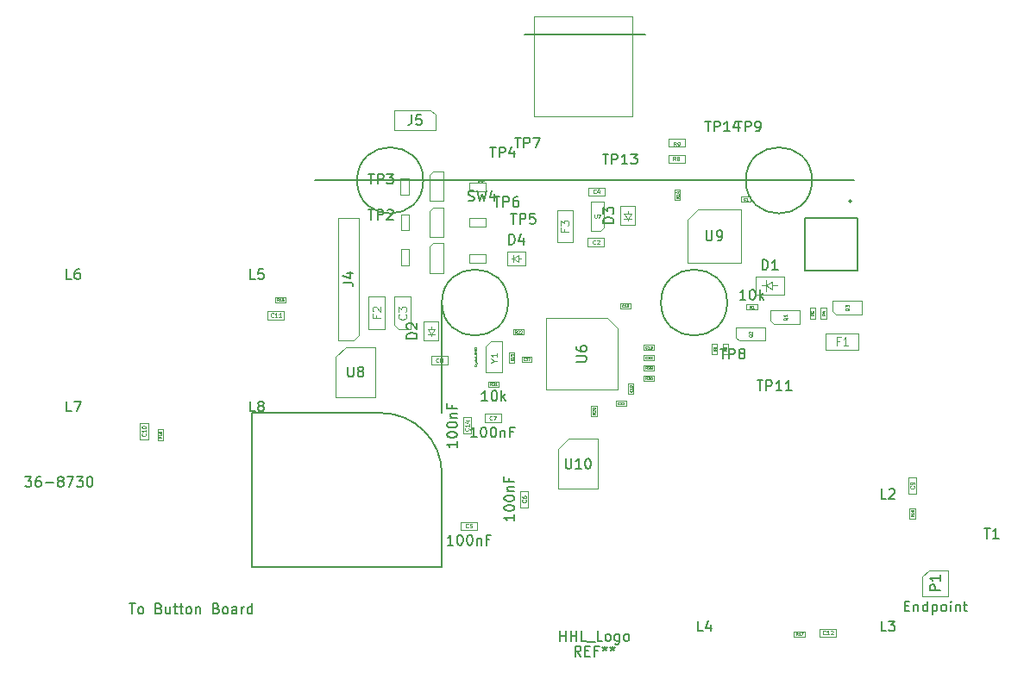
<source format=gbr>
G04 #@! TF.GenerationSoftware,KiCad,Pcbnew,7.0.2*
G04 #@! TF.CreationDate,2023-06-19T11:15:08-07:00*
G04 #@! TF.ProjectId,procon_gcc_main_pcb,70726f63-6f6e-45f6-9763-635f6d61696e,1*
G04 #@! TF.SameCoordinates,Original*
G04 #@! TF.FileFunction,AssemblyDrawing,Top*
%FSLAX46Y46*%
G04 Gerber Fmt 4.6, Leading zero omitted, Abs format (unit mm)*
G04 Created by KiCad (PCBNEW 7.0.2) date 2023-06-19 11:15:08*
%MOMM*%
%LPD*%
G01*
G04 APERTURE LIST*
%ADD10C,0.200000*%
%ADD11C,0.150000*%
%ADD12C,0.040000*%
%ADD13C,0.060000*%
%ADD14C,0.120000*%
%ADD15C,0.050000*%
%ADD16C,0.030000*%
%ADD17C,0.080000*%
%ADD18C,0.100000*%
%ADD19C,0.127000*%
G04 APERTURE END LIST*
D10*
X105912500Y-129100000D02*
X105912500Y-144250000D01*
X124562500Y-135100000D02*
G75*
G03*
X118562500Y-129100000I-6000000J0D01*
G01*
X164987500Y-106250000D02*
X112137500Y-106250000D01*
X122737500Y-106250000D02*
G75*
G03*
X122737500Y-106250000I-3250000J0D01*
G01*
X124562500Y-144250000D02*
X124562500Y-135100000D01*
X118562500Y-129100000D02*
X105912500Y-129100000D01*
X144487500Y-91948000D02*
X132637500Y-91948000D01*
X160887500Y-106250000D02*
G75*
G03*
X160887500Y-106250000I-3250000J0D01*
G01*
X131062500Y-118250000D02*
G75*
G03*
X131062500Y-118250000I-3250000J0D01*
G01*
X124562500Y-118250000D02*
X124562500Y-129100000D01*
X105912500Y-144250000D02*
X124562500Y-144250000D01*
X152562500Y-118250000D02*
G75*
G03*
X152562500Y-118250000I-3250000J0D01*
G01*
D11*
X128221614Y-106392666D02*
X128269233Y-106345047D01*
X128269233Y-106345047D02*
X128364471Y-106297428D01*
X128364471Y-106297428D02*
X128554947Y-106392666D01*
X128554947Y-106392666D02*
X128650185Y-106345047D01*
X128650185Y-106345047D02*
X128697804Y-106297428D01*
X127150186Y-108226000D02*
X127293043Y-108273619D01*
X127293043Y-108273619D02*
X127531138Y-108273619D01*
X127531138Y-108273619D02*
X127626376Y-108226000D01*
X127626376Y-108226000D02*
X127673995Y-108178380D01*
X127673995Y-108178380D02*
X127721614Y-108083142D01*
X127721614Y-108083142D02*
X127721614Y-107987904D01*
X127721614Y-107987904D02*
X127673995Y-107892666D01*
X127673995Y-107892666D02*
X127626376Y-107845047D01*
X127626376Y-107845047D02*
X127531138Y-107797428D01*
X127531138Y-107797428D02*
X127340662Y-107749809D01*
X127340662Y-107749809D02*
X127245424Y-107702190D01*
X127245424Y-107702190D02*
X127197805Y-107654571D01*
X127197805Y-107654571D02*
X127150186Y-107559333D01*
X127150186Y-107559333D02*
X127150186Y-107464095D01*
X127150186Y-107464095D02*
X127197805Y-107368857D01*
X127197805Y-107368857D02*
X127245424Y-107321238D01*
X127245424Y-107321238D02*
X127340662Y-107273619D01*
X127340662Y-107273619D02*
X127578757Y-107273619D01*
X127578757Y-107273619D02*
X127721614Y-107321238D01*
X128054948Y-107273619D02*
X128293043Y-108273619D01*
X128293043Y-108273619D02*
X128483519Y-107559333D01*
X128483519Y-107559333D02*
X128673995Y-108273619D01*
X128673995Y-108273619D02*
X128912091Y-107273619D01*
X129721614Y-107606952D02*
X129721614Y-108273619D01*
X129483519Y-107226000D02*
X129245424Y-107940285D01*
X129245424Y-107940285D02*
X129864471Y-107940285D01*
D12*
X152513040Y-122867644D02*
X152389231Y-122954311D01*
X152513040Y-123016216D02*
X152253040Y-123016216D01*
X152253040Y-123016216D02*
X152253040Y-122917168D01*
X152253040Y-122917168D02*
X152265421Y-122892406D01*
X152265421Y-122892406D02*
X152277802Y-122880025D01*
X152277802Y-122880025D02*
X152302564Y-122867644D01*
X152302564Y-122867644D02*
X152339707Y-122867644D01*
X152339707Y-122867644D02*
X152364469Y-122880025D01*
X152364469Y-122880025D02*
X152376850Y-122892406D01*
X152376850Y-122892406D02*
X152389231Y-122917168D01*
X152389231Y-122917168D02*
X152389231Y-123016216D01*
X152277802Y-122768597D02*
X152265421Y-122756216D01*
X152265421Y-122756216D02*
X152253040Y-122731454D01*
X152253040Y-122731454D02*
X152253040Y-122669549D01*
X152253040Y-122669549D02*
X152265421Y-122644787D01*
X152265421Y-122644787D02*
X152277802Y-122632406D01*
X152277802Y-122632406D02*
X152302564Y-122620025D01*
X152302564Y-122620025D02*
X152327326Y-122620025D01*
X152327326Y-122620025D02*
X152364469Y-122632406D01*
X152364469Y-122632406D02*
X152513040Y-122780978D01*
X152513040Y-122780978D02*
X152513040Y-122620025D01*
D11*
X169983595Y-148072983D02*
X170316928Y-148072983D01*
X170459785Y-148596793D02*
X169983595Y-148596793D01*
X169983595Y-148596793D02*
X169983595Y-147596793D01*
X169983595Y-147596793D02*
X170459785Y-147596793D01*
X170888357Y-147930126D02*
X170888357Y-148596793D01*
X170888357Y-148025364D02*
X170935976Y-147977745D01*
X170935976Y-147977745D02*
X171031214Y-147930126D01*
X171031214Y-147930126D02*
X171174071Y-147930126D01*
X171174071Y-147930126D02*
X171269309Y-147977745D01*
X171269309Y-147977745D02*
X171316928Y-148072983D01*
X171316928Y-148072983D02*
X171316928Y-148596793D01*
X172221690Y-148596793D02*
X172221690Y-147596793D01*
X172221690Y-148549174D02*
X172126452Y-148596793D01*
X172126452Y-148596793D02*
X171935976Y-148596793D01*
X171935976Y-148596793D02*
X171840738Y-148549174D01*
X171840738Y-148549174D02*
X171793119Y-148501554D01*
X171793119Y-148501554D02*
X171745500Y-148406316D01*
X171745500Y-148406316D02*
X171745500Y-148120602D01*
X171745500Y-148120602D02*
X171793119Y-148025364D01*
X171793119Y-148025364D02*
X171840738Y-147977745D01*
X171840738Y-147977745D02*
X171935976Y-147930126D01*
X171935976Y-147930126D02*
X172126452Y-147930126D01*
X172126452Y-147930126D02*
X172221690Y-147977745D01*
X172697881Y-147930126D02*
X172697881Y-148930126D01*
X172697881Y-147977745D02*
X172793119Y-147930126D01*
X172793119Y-147930126D02*
X172983595Y-147930126D01*
X172983595Y-147930126D02*
X173078833Y-147977745D01*
X173078833Y-147977745D02*
X173126452Y-148025364D01*
X173126452Y-148025364D02*
X173174071Y-148120602D01*
X173174071Y-148120602D02*
X173174071Y-148406316D01*
X173174071Y-148406316D02*
X173126452Y-148501554D01*
X173126452Y-148501554D02*
X173078833Y-148549174D01*
X173078833Y-148549174D02*
X172983595Y-148596793D01*
X172983595Y-148596793D02*
X172793119Y-148596793D01*
X172793119Y-148596793D02*
X172697881Y-148549174D01*
X173745500Y-148596793D02*
X173650262Y-148549174D01*
X173650262Y-148549174D02*
X173602643Y-148501554D01*
X173602643Y-148501554D02*
X173555024Y-148406316D01*
X173555024Y-148406316D02*
X173555024Y-148120602D01*
X173555024Y-148120602D02*
X173602643Y-148025364D01*
X173602643Y-148025364D02*
X173650262Y-147977745D01*
X173650262Y-147977745D02*
X173745500Y-147930126D01*
X173745500Y-147930126D02*
X173888357Y-147930126D01*
X173888357Y-147930126D02*
X173983595Y-147977745D01*
X173983595Y-147977745D02*
X174031214Y-148025364D01*
X174031214Y-148025364D02*
X174078833Y-148120602D01*
X174078833Y-148120602D02*
X174078833Y-148406316D01*
X174078833Y-148406316D02*
X174031214Y-148501554D01*
X174031214Y-148501554D02*
X173983595Y-148549174D01*
X173983595Y-148549174D02*
X173888357Y-148596793D01*
X173888357Y-148596793D02*
X173745500Y-148596793D01*
X174507405Y-148596793D02*
X174507405Y-147930126D01*
X174507405Y-147596793D02*
X174459786Y-147644412D01*
X174459786Y-147644412D02*
X174507405Y-147692031D01*
X174507405Y-147692031D02*
X174555024Y-147644412D01*
X174555024Y-147644412D02*
X174507405Y-147596793D01*
X174507405Y-147596793D02*
X174507405Y-147692031D01*
X174983595Y-147930126D02*
X174983595Y-148596793D01*
X174983595Y-148025364D02*
X175031214Y-147977745D01*
X175031214Y-147977745D02*
X175126452Y-147930126D01*
X175126452Y-147930126D02*
X175269309Y-147930126D01*
X175269309Y-147930126D02*
X175364547Y-147977745D01*
X175364547Y-147977745D02*
X175412166Y-148072983D01*
X175412166Y-148072983D02*
X175412166Y-148596793D01*
X175745500Y-147930126D02*
X176126452Y-147930126D01*
X175888357Y-147596793D02*
X175888357Y-148453935D01*
X175888357Y-148453935D02*
X175935976Y-148549174D01*
X175935976Y-148549174D02*
X176031214Y-148596793D01*
X176031214Y-148596793D02*
X176126452Y-148596793D01*
X173446214Y-146542268D02*
X172446214Y-146542268D01*
X172446214Y-146542268D02*
X172446214Y-146161316D01*
X172446214Y-146161316D02*
X172493833Y-146066078D01*
X172493833Y-146066078D02*
X172541452Y-146018459D01*
X172541452Y-146018459D02*
X172636690Y-145970840D01*
X172636690Y-145970840D02*
X172779547Y-145970840D01*
X172779547Y-145970840D02*
X172874785Y-146018459D01*
X172874785Y-146018459D02*
X172922404Y-146066078D01*
X172922404Y-146066078D02*
X172970023Y-146161316D01*
X172970023Y-146161316D02*
X172970023Y-146542268D01*
X173446214Y-145018459D02*
X173446214Y-145589887D01*
X173446214Y-145304173D02*
X172446214Y-145304173D01*
X172446214Y-145304173D02*
X172589071Y-145399411D01*
X172589071Y-145399411D02*
X172684309Y-145494649D01*
X172684309Y-145494649D02*
X172731928Y-145589887D01*
D12*
X144701235Y-124794364D02*
X144614568Y-124670555D01*
X144552663Y-124794364D02*
X144552663Y-124534364D01*
X144552663Y-124534364D02*
X144651711Y-124534364D01*
X144651711Y-124534364D02*
X144676473Y-124546745D01*
X144676473Y-124546745D02*
X144688854Y-124559126D01*
X144688854Y-124559126D02*
X144701235Y-124583888D01*
X144701235Y-124583888D02*
X144701235Y-124621031D01*
X144701235Y-124621031D02*
X144688854Y-124645793D01*
X144688854Y-124645793D02*
X144676473Y-124658174D01*
X144676473Y-124658174D02*
X144651711Y-124670555D01*
X144651711Y-124670555D02*
X144552663Y-124670555D01*
X144800282Y-124559126D02*
X144812663Y-124546745D01*
X144812663Y-124546745D02*
X144837425Y-124534364D01*
X144837425Y-124534364D02*
X144899330Y-124534364D01*
X144899330Y-124534364D02*
X144924092Y-124546745D01*
X144924092Y-124546745D02*
X144936473Y-124559126D01*
X144936473Y-124559126D02*
X144948854Y-124583888D01*
X144948854Y-124583888D02*
X144948854Y-124608650D01*
X144948854Y-124608650D02*
X144936473Y-124645793D01*
X144936473Y-124645793D02*
X144787901Y-124794364D01*
X144787901Y-124794364D02*
X144948854Y-124794364D01*
X145072663Y-124794364D02*
X145122187Y-124794364D01*
X145122187Y-124794364D02*
X145146949Y-124781984D01*
X145146949Y-124781984D02*
X145159330Y-124769603D01*
X145159330Y-124769603D02*
X145184092Y-124732460D01*
X145184092Y-124732460D02*
X145196473Y-124682936D01*
X145196473Y-124682936D02*
X145196473Y-124583888D01*
X145196473Y-124583888D02*
X145184092Y-124559126D01*
X145184092Y-124559126D02*
X145171711Y-124546745D01*
X145171711Y-124546745D02*
X145146949Y-124534364D01*
X145146949Y-124534364D02*
X145097425Y-124534364D01*
X145097425Y-124534364D02*
X145072663Y-124546745D01*
X145072663Y-124546745D02*
X145060282Y-124559126D01*
X145060282Y-124559126D02*
X145047901Y-124583888D01*
X145047901Y-124583888D02*
X145047901Y-124645793D01*
X145047901Y-124645793D02*
X145060282Y-124670555D01*
X145060282Y-124670555D02*
X145072663Y-124682936D01*
X145072663Y-124682936D02*
X145097425Y-124695317D01*
X145097425Y-124695317D02*
X145146949Y-124695317D01*
X145146949Y-124695317D02*
X145171711Y-124682936D01*
X145171711Y-124682936D02*
X145184092Y-124670555D01*
X145184092Y-124670555D02*
X145196473Y-124645793D01*
D11*
X168169533Y-137540619D02*
X167693343Y-137540619D01*
X167693343Y-137540619D02*
X167693343Y-136540619D01*
X168455248Y-136635857D02*
X168502867Y-136588238D01*
X168502867Y-136588238D02*
X168598105Y-136540619D01*
X168598105Y-136540619D02*
X168836200Y-136540619D01*
X168836200Y-136540619D02*
X168931438Y-136588238D01*
X168931438Y-136588238D02*
X168979057Y-136635857D01*
X168979057Y-136635857D02*
X169026676Y-136731095D01*
X169026676Y-136731095D02*
X169026676Y-136826333D01*
X169026676Y-136826333D02*
X168979057Y-136969190D01*
X168979057Y-136969190D02*
X168407629Y-137540619D01*
X168407629Y-137540619D02*
X169026676Y-137540619D01*
X155997404Y-115037405D02*
X155997404Y-114037405D01*
X155997404Y-114037405D02*
X156235499Y-114037405D01*
X156235499Y-114037405D02*
X156378356Y-114085024D01*
X156378356Y-114085024D02*
X156473594Y-114180262D01*
X156473594Y-114180262D02*
X156521213Y-114275500D01*
X156521213Y-114275500D02*
X156568832Y-114465976D01*
X156568832Y-114465976D02*
X156568832Y-114608833D01*
X156568832Y-114608833D02*
X156521213Y-114799309D01*
X156521213Y-114799309D02*
X156473594Y-114894547D01*
X156473594Y-114894547D02*
X156378356Y-114989786D01*
X156378356Y-114989786D02*
X156235499Y-115037405D01*
X156235499Y-115037405D02*
X155997404Y-115037405D01*
X157521213Y-115037405D02*
X156949785Y-115037405D01*
X157235499Y-115037405D02*
X157235499Y-114037405D01*
X157235499Y-114037405D02*
X157140261Y-114180262D01*
X157140261Y-114180262D02*
X157045023Y-114275500D01*
X157045023Y-114275500D02*
X156949785Y-114323119D01*
X131671607Y-139101523D02*
X131671607Y-139672951D01*
X131671607Y-139387237D02*
X130671607Y-139387237D01*
X130671607Y-139387237D02*
X130814464Y-139482475D01*
X130814464Y-139482475D02*
X130909702Y-139577713D01*
X130909702Y-139577713D02*
X130957321Y-139672951D01*
X130671607Y-138482475D02*
X130671607Y-138387237D01*
X130671607Y-138387237D02*
X130719226Y-138291999D01*
X130719226Y-138291999D02*
X130766845Y-138244380D01*
X130766845Y-138244380D02*
X130862083Y-138196761D01*
X130862083Y-138196761D02*
X131052559Y-138149142D01*
X131052559Y-138149142D02*
X131290654Y-138149142D01*
X131290654Y-138149142D02*
X131481130Y-138196761D01*
X131481130Y-138196761D02*
X131576368Y-138244380D01*
X131576368Y-138244380D02*
X131623988Y-138291999D01*
X131623988Y-138291999D02*
X131671607Y-138387237D01*
X131671607Y-138387237D02*
X131671607Y-138482475D01*
X131671607Y-138482475D02*
X131623988Y-138577713D01*
X131623988Y-138577713D02*
X131576368Y-138625332D01*
X131576368Y-138625332D02*
X131481130Y-138672951D01*
X131481130Y-138672951D02*
X131290654Y-138720570D01*
X131290654Y-138720570D02*
X131052559Y-138720570D01*
X131052559Y-138720570D02*
X130862083Y-138672951D01*
X130862083Y-138672951D02*
X130766845Y-138625332D01*
X130766845Y-138625332D02*
X130719226Y-138577713D01*
X130719226Y-138577713D02*
X130671607Y-138482475D01*
X130671607Y-137530094D02*
X130671607Y-137434856D01*
X130671607Y-137434856D02*
X130719226Y-137339618D01*
X130719226Y-137339618D02*
X130766845Y-137291999D01*
X130766845Y-137291999D02*
X130862083Y-137244380D01*
X130862083Y-137244380D02*
X131052559Y-137196761D01*
X131052559Y-137196761D02*
X131290654Y-137196761D01*
X131290654Y-137196761D02*
X131481130Y-137244380D01*
X131481130Y-137244380D02*
X131576368Y-137291999D01*
X131576368Y-137291999D02*
X131623988Y-137339618D01*
X131623988Y-137339618D02*
X131671607Y-137434856D01*
X131671607Y-137434856D02*
X131671607Y-137530094D01*
X131671607Y-137530094D02*
X131623988Y-137625332D01*
X131623988Y-137625332D02*
X131576368Y-137672951D01*
X131576368Y-137672951D02*
X131481130Y-137720570D01*
X131481130Y-137720570D02*
X131290654Y-137768189D01*
X131290654Y-137768189D02*
X131052559Y-137768189D01*
X131052559Y-137768189D02*
X130862083Y-137720570D01*
X130862083Y-137720570D02*
X130766845Y-137672951D01*
X130766845Y-137672951D02*
X130719226Y-137625332D01*
X130719226Y-137625332D02*
X130671607Y-137530094D01*
X131004940Y-136768189D02*
X131671607Y-136768189D01*
X131100178Y-136768189D02*
X131052559Y-136720570D01*
X131052559Y-136720570D02*
X131004940Y-136625332D01*
X131004940Y-136625332D02*
X131004940Y-136482475D01*
X131004940Y-136482475D02*
X131052559Y-136387237D01*
X131052559Y-136387237D02*
X131147797Y-136339618D01*
X131147797Y-136339618D02*
X131671607Y-136339618D01*
X131147797Y-135530094D02*
X131147797Y-135863427D01*
X131671607Y-135863427D02*
X130671607Y-135863427D01*
X130671607Y-135863427D02*
X130671607Y-135387237D01*
D13*
X132785940Y-137620570D02*
X132804988Y-137639618D01*
X132804988Y-137639618D02*
X132824035Y-137696760D01*
X132824035Y-137696760D02*
X132824035Y-137734856D01*
X132824035Y-137734856D02*
X132804988Y-137791999D01*
X132804988Y-137791999D02*
X132766892Y-137830094D01*
X132766892Y-137830094D02*
X132728797Y-137849141D01*
X132728797Y-137849141D02*
X132652607Y-137868189D01*
X132652607Y-137868189D02*
X132595464Y-137868189D01*
X132595464Y-137868189D02*
X132519273Y-137849141D01*
X132519273Y-137849141D02*
X132481178Y-137830094D01*
X132481178Y-137830094D02*
X132443083Y-137791999D01*
X132443083Y-137791999D02*
X132424035Y-137734856D01*
X132424035Y-137734856D02*
X132424035Y-137696760D01*
X132424035Y-137696760D02*
X132443083Y-137639618D01*
X132443083Y-137639618D02*
X132462130Y-137620570D01*
X132424035Y-137277713D02*
X132424035Y-137353903D01*
X132424035Y-137353903D02*
X132443083Y-137391999D01*
X132443083Y-137391999D02*
X132462130Y-137411046D01*
X132462130Y-137411046D02*
X132519273Y-137449141D01*
X132519273Y-137449141D02*
X132595464Y-137468189D01*
X132595464Y-137468189D02*
X132747845Y-137468189D01*
X132747845Y-137468189D02*
X132785940Y-137449141D01*
X132785940Y-137449141D02*
X132804988Y-137430094D01*
X132804988Y-137430094D02*
X132824035Y-137391999D01*
X132824035Y-137391999D02*
X132824035Y-137315808D01*
X132824035Y-137315808D02*
X132804988Y-137277713D01*
X132804988Y-137277713D02*
X132785940Y-137258665D01*
X132785940Y-137258665D02*
X132747845Y-137239618D01*
X132747845Y-137239618D02*
X132652607Y-137239618D01*
X132652607Y-137239618D02*
X132614511Y-137258665D01*
X132614511Y-137258665D02*
X132595464Y-137277713D01*
X132595464Y-137277713D02*
X132576416Y-137315808D01*
X132576416Y-137315808D02*
X132576416Y-137391999D01*
X132576416Y-137391999D02*
X132595464Y-137430094D01*
X132595464Y-137430094D02*
X132614511Y-137449141D01*
X132614511Y-137449141D02*
X132652607Y-137468189D01*
D12*
X162141597Y-119337712D02*
X162017788Y-119424379D01*
X162141597Y-119486284D02*
X161881597Y-119486284D01*
X161881597Y-119486284D02*
X161881597Y-119387236D01*
X161881597Y-119387236D02*
X161893978Y-119362474D01*
X161893978Y-119362474D02*
X161906359Y-119350093D01*
X161906359Y-119350093D02*
X161931121Y-119337712D01*
X161931121Y-119337712D02*
X161968264Y-119337712D01*
X161968264Y-119337712D02*
X161993026Y-119350093D01*
X161993026Y-119350093D02*
X162005407Y-119362474D01*
X162005407Y-119362474D02*
X162017788Y-119387236D01*
X162017788Y-119387236D02*
X162017788Y-119486284D01*
X161968264Y-119114855D02*
X162141597Y-119114855D01*
X161869217Y-119176760D02*
X162054931Y-119238665D01*
X162054931Y-119238665D02*
X162054931Y-119077712D01*
D11*
X150382410Y-100428619D02*
X150953838Y-100428619D01*
X150668124Y-101428619D02*
X150668124Y-100428619D01*
X151287172Y-101428619D02*
X151287172Y-100428619D01*
X151287172Y-100428619D02*
X151668124Y-100428619D01*
X151668124Y-100428619D02*
X151763362Y-100476238D01*
X151763362Y-100476238D02*
X151810981Y-100523857D01*
X151810981Y-100523857D02*
X151858600Y-100619095D01*
X151858600Y-100619095D02*
X151858600Y-100761952D01*
X151858600Y-100761952D02*
X151810981Y-100857190D01*
X151810981Y-100857190D02*
X151763362Y-100904809D01*
X151763362Y-100904809D02*
X151668124Y-100952428D01*
X151668124Y-100952428D02*
X151287172Y-100952428D01*
X152810981Y-101428619D02*
X152239553Y-101428619D01*
X152525267Y-101428619D02*
X152525267Y-100428619D01*
X152525267Y-100428619D02*
X152430029Y-100571476D01*
X152430029Y-100571476D02*
X152334791Y-100666714D01*
X152334791Y-100666714D02*
X152239553Y-100714333D01*
X153668124Y-100761952D02*
X153668124Y-101428619D01*
X153430029Y-100381000D02*
X153191934Y-101095285D01*
X153191934Y-101095285D02*
X153810981Y-101095285D01*
D12*
X170859903Y-139135619D02*
X170736094Y-139222286D01*
X170859903Y-139284191D02*
X170599903Y-139284191D01*
X170599903Y-139284191D02*
X170599903Y-139185143D01*
X170599903Y-139185143D02*
X170612284Y-139160381D01*
X170612284Y-139160381D02*
X170624665Y-139148000D01*
X170624665Y-139148000D02*
X170649427Y-139135619D01*
X170649427Y-139135619D02*
X170686570Y-139135619D01*
X170686570Y-139135619D02*
X170711332Y-139148000D01*
X170711332Y-139148000D02*
X170723713Y-139160381D01*
X170723713Y-139160381D02*
X170736094Y-139185143D01*
X170736094Y-139185143D02*
X170736094Y-139284191D01*
X170859903Y-138888000D02*
X170859903Y-139036572D01*
X170859903Y-138962286D02*
X170599903Y-138962286D01*
X170599903Y-138962286D02*
X170637046Y-138987048D01*
X170637046Y-138987048D02*
X170661808Y-139011810D01*
X170661808Y-139011810D02*
X170674189Y-139036572D01*
X170711332Y-138739429D02*
X170698951Y-138764191D01*
X170698951Y-138764191D02*
X170686570Y-138776572D01*
X170686570Y-138776572D02*
X170661808Y-138788953D01*
X170661808Y-138788953D02*
X170649427Y-138788953D01*
X170649427Y-138788953D02*
X170624665Y-138776572D01*
X170624665Y-138776572D02*
X170612284Y-138764191D01*
X170612284Y-138764191D02*
X170599903Y-138739429D01*
X170599903Y-138739429D02*
X170599903Y-138689905D01*
X170599903Y-138689905D02*
X170612284Y-138665143D01*
X170612284Y-138665143D02*
X170624665Y-138652762D01*
X170624665Y-138652762D02*
X170649427Y-138640381D01*
X170649427Y-138640381D02*
X170661808Y-138640381D01*
X170661808Y-138640381D02*
X170686570Y-138652762D01*
X170686570Y-138652762D02*
X170698951Y-138665143D01*
X170698951Y-138665143D02*
X170711332Y-138689905D01*
X170711332Y-138689905D02*
X170711332Y-138739429D01*
X170711332Y-138739429D02*
X170723713Y-138764191D01*
X170723713Y-138764191D02*
X170736094Y-138776572D01*
X170736094Y-138776572D02*
X170760856Y-138788953D01*
X170760856Y-138788953D02*
X170810380Y-138788953D01*
X170810380Y-138788953D02*
X170835142Y-138776572D01*
X170835142Y-138776572D02*
X170847523Y-138764191D01*
X170847523Y-138764191D02*
X170859903Y-138739429D01*
X170859903Y-138739429D02*
X170859903Y-138689905D01*
X170859903Y-138689905D02*
X170847523Y-138665143D01*
X170847523Y-138665143D02*
X170835142Y-138652762D01*
X170835142Y-138652762D02*
X170810380Y-138640381D01*
X170810380Y-138640381D02*
X170760856Y-138640381D01*
X170760856Y-138640381D02*
X170736094Y-138652762D01*
X170736094Y-138652762D02*
X170723713Y-138665143D01*
X170723713Y-138665143D02*
X170711332Y-138689905D01*
D11*
X140343444Y-103646495D02*
X140914872Y-103646495D01*
X140629158Y-104646495D02*
X140629158Y-103646495D01*
X141248206Y-104646495D02*
X141248206Y-103646495D01*
X141248206Y-103646495D02*
X141629158Y-103646495D01*
X141629158Y-103646495D02*
X141724396Y-103694114D01*
X141724396Y-103694114D02*
X141772015Y-103741733D01*
X141772015Y-103741733D02*
X141819634Y-103836971D01*
X141819634Y-103836971D02*
X141819634Y-103979828D01*
X141819634Y-103979828D02*
X141772015Y-104075066D01*
X141772015Y-104075066D02*
X141724396Y-104122685D01*
X141724396Y-104122685D02*
X141629158Y-104170304D01*
X141629158Y-104170304D02*
X141248206Y-104170304D01*
X142772015Y-104646495D02*
X142200587Y-104646495D01*
X142486301Y-104646495D02*
X142486301Y-103646495D01*
X142486301Y-103646495D02*
X142391063Y-103789352D01*
X142391063Y-103789352D02*
X142295825Y-103884590D01*
X142295825Y-103884590D02*
X142200587Y-103932209D01*
X143105349Y-103646495D02*
X143724396Y-103646495D01*
X143724396Y-103646495D02*
X143391063Y-104027447D01*
X143391063Y-104027447D02*
X143533920Y-104027447D01*
X143533920Y-104027447D02*
X143629158Y-104075066D01*
X143629158Y-104075066D02*
X143676777Y-104122685D01*
X143676777Y-104122685D02*
X143724396Y-104217923D01*
X143724396Y-104217923D02*
X143724396Y-104456018D01*
X143724396Y-104456018D02*
X143676777Y-104551256D01*
X143676777Y-104551256D02*
X143629158Y-104598876D01*
X143629158Y-104598876D02*
X143533920Y-104646495D01*
X143533920Y-104646495D02*
X143248206Y-104646495D01*
X143248206Y-104646495D02*
X143152968Y-104598876D01*
X143152968Y-104598876D02*
X143105349Y-104551256D01*
X115333489Y-124562903D02*
X115333489Y-125356237D01*
X115333489Y-125356237D02*
X115380156Y-125449570D01*
X115380156Y-125449570D02*
X115426822Y-125496237D01*
X115426822Y-125496237D02*
X115520156Y-125542903D01*
X115520156Y-125542903D02*
X115706822Y-125542903D01*
X115706822Y-125542903D02*
X115800156Y-125496237D01*
X115800156Y-125496237D02*
X115846822Y-125449570D01*
X115846822Y-125449570D02*
X115893489Y-125356237D01*
X115893489Y-125356237D02*
X115893489Y-124562903D01*
X116500156Y-124982903D02*
X116406823Y-124936237D01*
X116406823Y-124936237D02*
X116360156Y-124889570D01*
X116360156Y-124889570D02*
X116313489Y-124796237D01*
X116313489Y-124796237D02*
X116313489Y-124749570D01*
X116313489Y-124749570D02*
X116360156Y-124656237D01*
X116360156Y-124656237D02*
X116406823Y-124609570D01*
X116406823Y-124609570D02*
X116500156Y-124562903D01*
X116500156Y-124562903D02*
X116686823Y-124562903D01*
X116686823Y-124562903D02*
X116780156Y-124609570D01*
X116780156Y-124609570D02*
X116826823Y-124656237D01*
X116826823Y-124656237D02*
X116873489Y-124749570D01*
X116873489Y-124749570D02*
X116873489Y-124796237D01*
X116873489Y-124796237D02*
X116826823Y-124889570D01*
X116826823Y-124889570D02*
X116780156Y-124936237D01*
X116780156Y-124936237D02*
X116686823Y-124982903D01*
X116686823Y-124982903D02*
X116500156Y-124982903D01*
X116500156Y-124982903D02*
X116406823Y-125029570D01*
X116406823Y-125029570D02*
X116360156Y-125076237D01*
X116360156Y-125076237D02*
X116313489Y-125169570D01*
X116313489Y-125169570D02*
X116313489Y-125356237D01*
X116313489Y-125356237D02*
X116360156Y-125449570D01*
X116360156Y-125449570D02*
X116406823Y-125496237D01*
X116406823Y-125496237D02*
X116500156Y-125542903D01*
X116500156Y-125542903D02*
X116686823Y-125542903D01*
X116686823Y-125542903D02*
X116780156Y-125496237D01*
X116780156Y-125496237D02*
X116826823Y-125449570D01*
X116826823Y-125449570D02*
X116873489Y-125356237D01*
X116873489Y-125356237D02*
X116873489Y-125169570D01*
X116873489Y-125169570D02*
X116826823Y-125076237D01*
X116826823Y-125076237D02*
X116780156Y-125029570D01*
X116780156Y-125029570D02*
X116686823Y-124982903D01*
D13*
X95464409Y-131137533D02*
X95483457Y-131156581D01*
X95483457Y-131156581D02*
X95502504Y-131213723D01*
X95502504Y-131213723D02*
X95502504Y-131251819D01*
X95502504Y-131251819D02*
X95483457Y-131308962D01*
X95483457Y-131308962D02*
X95445361Y-131347057D01*
X95445361Y-131347057D02*
X95407266Y-131366104D01*
X95407266Y-131366104D02*
X95331076Y-131385152D01*
X95331076Y-131385152D02*
X95273933Y-131385152D01*
X95273933Y-131385152D02*
X95197742Y-131366104D01*
X95197742Y-131366104D02*
X95159647Y-131347057D01*
X95159647Y-131347057D02*
X95121552Y-131308962D01*
X95121552Y-131308962D02*
X95102504Y-131251819D01*
X95102504Y-131251819D02*
X95102504Y-131213723D01*
X95102504Y-131213723D02*
X95121552Y-131156581D01*
X95121552Y-131156581D02*
X95140599Y-131137533D01*
X95502504Y-130756581D02*
X95502504Y-130985152D01*
X95502504Y-130870866D02*
X95102504Y-130870866D01*
X95102504Y-130870866D02*
X95159647Y-130908962D01*
X95159647Y-130908962D02*
X95197742Y-130947057D01*
X95197742Y-130947057D02*
X95216790Y-130985152D01*
X95102504Y-130508962D02*
X95102504Y-130470867D01*
X95102504Y-130470867D02*
X95121552Y-130432771D01*
X95121552Y-130432771D02*
X95140599Y-130413724D01*
X95140599Y-130413724D02*
X95178695Y-130394676D01*
X95178695Y-130394676D02*
X95254885Y-130375629D01*
X95254885Y-130375629D02*
X95350123Y-130375629D01*
X95350123Y-130375629D02*
X95426314Y-130394676D01*
X95426314Y-130394676D02*
X95464409Y-130413724D01*
X95464409Y-130413724D02*
X95483457Y-130432771D01*
X95483457Y-130432771D02*
X95502504Y-130470867D01*
X95502504Y-130470867D02*
X95502504Y-130508962D01*
X95502504Y-130508962D02*
X95483457Y-130547057D01*
X95483457Y-130547057D02*
X95464409Y-130566105D01*
X95464409Y-130566105D02*
X95426314Y-130585152D01*
X95426314Y-130585152D02*
X95350123Y-130604200D01*
X95350123Y-130604200D02*
X95254885Y-130604200D01*
X95254885Y-130604200D02*
X95178695Y-130585152D01*
X95178695Y-130585152D02*
X95140599Y-130566105D01*
X95140599Y-130566105D02*
X95121552Y-130547057D01*
X95121552Y-130547057D02*
X95102504Y-130508962D01*
D11*
X114862619Y-116283333D02*
X115576904Y-116283333D01*
X115576904Y-116283333D02*
X115719761Y-116330952D01*
X115719761Y-116330952D02*
X115815000Y-116426190D01*
X115815000Y-116426190D02*
X115862619Y-116569047D01*
X115862619Y-116569047D02*
X115862619Y-116664285D01*
X115195952Y-115378571D02*
X115862619Y-115378571D01*
X114815000Y-115616666D02*
X115529285Y-115854761D01*
X115529285Y-115854761D02*
X115529285Y-115235714D01*
D12*
X131912857Y-121251698D02*
X131826190Y-121127889D01*
X131764285Y-121251698D02*
X131764285Y-120991698D01*
X131764285Y-120991698D02*
X131863333Y-120991698D01*
X131863333Y-120991698D02*
X131888095Y-121004079D01*
X131888095Y-121004079D02*
X131900476Y-121016460D01*
X131900476Y-121016460D02*
X131912857Y-121041222D01*
X131912857Y-121041222D02*
X131912857Y-121078365D01*
X131912857Y-121078365D02*
X131900476Y-121103127D01*
X131900476Y-121103127D02*
X131888095Y-121115508D01*
X131888095Y-121115508D02*
X131863333Y-121127889D01*
X131863333Y-121127889D02*
X131764285Y-121127889D01*
X132011904Y-121016460D02*
X132024285Y-121004079D01*
X132024285Y-121004079D02*
X132049047Y-120991698D01*
X132049047Y-120991698D02*
X132110952Y-120991698D01*
X132110952Y-120991698D02*
X132135714Y-121004079D01*
X132135714Y-121004079D02*
X132148095Y-121016460D01*
X132148095Y-121016460D02*
X132160476Y-121041222D01*
X132160476Y-121041222D02*
X132160476Y-121065984D01*
X132160476Y-121065984D02*
X132148095Y-121103127D01*
X132148095Y-121103127D02*
X131999523Y-121251698D01*
X131999523Y-121251698D02*
X132160476Y-121251698D01*
X132259523Y-121016460D02*
X132271904Y-121004079D01*
X132271904Y-121004079D02*
X132296666Y-120991698D01*
X132296666Y-120991698D02*
X132358571Y-120991698D01*
X132358571Y-120991698D02*
X132383333Y-121004079D01*
X132383333Y-121004079D02*
X132395714Y-121016460D01*
X132395714Y-121016460D02*
X132408095Y-121041222D01*
X132408095Y-121041222D02*
X132408095Y-121065984D01*
X132408095Y-121065984D02*
X132395714Y-121103127D01*
X132395714Y-121103127D02*
X132247142Y-121251698D01*
X132247142Y-121251698D02*
X132408095Y-121251698D01*
D13*
X162192861Y-150845709D02*
X162173813Y-150864757D01*
X162173813Y-150864757D02*
X162116671Y-150883804D01*
X162116671Y-150883804D02*
X162078575Y-150883804D01*
X162078575Y-150883804D02*
X162021432Y-150864757D01*
X162021432Y-150864757D02*
X161983337Y-150826661D01*
X161983337Y-150826661D02*
X161964290Y-150788566D01*
X161964290Y-150788566D02*
X161945242Y-150712376D01*
X161945242Y-150712376D02*
X161945242Y-150655233D01*
X161945242Y-150655233D02*
X161964290Y-150579042D01*
X161964290Y-150579042D02*
X161983337Y-150540947D01*
X161983337Y-150540947D02*
X162021432Y-150502852D01*
X162021432Y-150502852D02*
X162078575Y-150483804D01*
X162078575Y-150483804D02*
X162116671Y-150483804D01*
X162116671Y-150483804D02*
X162173813Y-150502852D01*
X162173813Y-150502852D02*
X162192861Y-150521899D01*
X162573813Y-150883804D02*
X162345242Y-150883804D01*
X162459528Y-150883804D02*
X162459528Y-150483804D01*
X162459528Y-150483804D02*
X162421432Y-150540947D01*
X162421432Y-150540947D02*
X162383337Y-150579042D01*
X162383337Y-150579042D02*
X162345242Y-150598090D01*
X162726194Y-150521899D02*
X162745242Y-150502852D01*
X162745242Y-150502852D02*
X162783337Y-150483804D01*
X162783337Y-150483804D02*
X162878575Y-150483804D01*
X162878575Y-150483804D02*
X162916670Y-150502852D01*
X162916670Y-150502852D02*
X162935718Y-150521899D01*
X162935718Y-150521899D02*
X162954765Y-150559995D01*
X162954765Y-150559995D02*
X162954765Y-150598090D01*
X162954765Y-150598090D02*
X162935718Y-150655233D01*
X162935718Y-150655233D02*
X162707146Y-150883804D01*
X162707146Y-150883804D02*
X162954765Y-150883804D01*
D11*
X88226333Y-128951219D02*
X87750143Y-128951219D01*
X87750143Y-128951219D02*
X87750143Y-127951219D01*
X88464429Y-127951219D02*
X89131095Y-127951219D01*
X89131095Y-127951219D02*
X88702524Y-128951219D01*
D14*
X136603047Y-111010666D02*
X136603047Y-111277332D01*
X137022095Y-111277332D02*
X136222095Y-111277332D01*
X136222095Y-111277332D02*
X136222095Y-110896380D01*
X136222095Y-110667809D02*
X136222095Y-110172571D01*
X136222095Y-110172571D02*
X136526857Y-110439237D01*
X136526857Y-110439237D02*
X136526857Y-110324952D01*
X136526857Y-110324952D02*
X136564952Y-110248761D01*
X136564952Y-110248761D02*
X136603047Y-110210666D01*
X136603047Y-110210666D02*
X136679238Y-110172571D01*
X136679238Y-110172571D02*
X136869714Y-110172571D01*
X136869714Y-110172571D02*
X136945904Y-110210666D01*
X136945904Y-110210666D02*
X136984000Y-110248761D01*
X136984000Y-110248761D02*
X137022095Y-110324952D01*
X137022095Y-110324952D02*
X137022095Y-110553523D01*
X137022095Y-110553523D02*
X136984000Y-110629714D01*
X136984000Y-110629714D02*
X136945904Y-110667809D01*
D15*
X164532487Y-118797869D02*
X164517249Y-118828345D01*
X164517249Y-118828345D02*
X164486773Y-118858821D01*
X164486773Y-118858821D02*
X164441058Y-118904535D01*
X164441058Y-118904535D02*
X164425820Y-118935012D01*
X164425820Y-118935012D02*
X164425820Y-118965488D01*
X164502011Y-118950250D02*
X164486773Y-118980726D01*
X164486773Y-118980726D02*
X164456296Y-119011202D01*
X164456296Y-119011202D02*
X164395344Y-119026440D01*
X164395344Y-119026440D02*
X164288677Y-119026440D01*
X164288677Y-119026440D02*
X164227725Y-119011202D01*
X164227725Y-119011202D02*
X164197249Y-118980726D01*
X164197249Y-118980726D02*
X164182011Y-118950250D01*
X164182011Y-118950250D02*
X164182011Y-118889297D01*
X164182011Y-118889297D02*
X164197249Y-118858821D01*
X164197249Y-118858821D02*
X164227725Y-118828345D01*
X164227725Y-118828345D02*
X164288677Y-118813107D01*
X164288677Y-118813107D02*
X164395344Y-118813107D01*
X164395344Y-118813107D02*
X164456296Y-118828345D01*
X164456296Y-118828345D02*
X164486773Y-118858821D01*
X164486773Y-118858821D02*
X164502011Y-118889297D01*
X164502011Y-118889297D02*
X164502011Y-118950250D01*
X164182011Y-118706440D02*
X164182011Y-118508345D01*
X164182011Y-118508345D02*
X164303915Y-118615012D01*
X164303915Y-118615012D02*
X164303915Y-118569297D01*
X164303915Y-118569297D02*
X164319153Y-118538821D01*
X164319153Y-118538821D02*
X164334392Y-118523583D01*
X164334392Y-118523583D02*
X164364868Y-118508345D01*
X164364868Y-118508345D02*
X164441058Y-118508345D01*
X164441058Y-118508345D02*
X164471534Y-118523583D01*
X164471534Y-118523583D02*
X164486773Y-118538821D01*
X164486773Y-118538821D02*
X164502011Y-118569297D01*
X164502011Y-118569297D02*
X164502011Y-118660726D01*
X164502011Y-118660726D02*
X164486773Y-118691202D01*
X164486773Y-118691202D02*
X164471534Y-118706440D01*
D12*
X154347298Y-108190920D02*
X154335394Y-108202825D01*
X154335394Y-108202825D02*
X154299679Y-108214729D01*
X154299679Y-108214729D02*
X154275870Y-108214729D01*
X154275870Y-108214729D02*
X154240156Y-108202825D01*
X154240156Y-108202825D02*
X154216346Y-108179015D01*
X154216346Y-108179015D02*
X154204441Y-108155205D01*
X154204441Y-108155205D02*
X154192537Y-108107586D01*
X154192537Y-108107586D02*
X154192537Y-108071872D01*
X154192537Y-108071872D02*
X154204441Y-108024253D01*
X154204441Y-108024253D02*
X154216346Y-108000444D01*
X154216346Y-108000444D02*
X154240156Y-107976634D01*
X154240156Y-107976634D02*
X154275870Y-107964729D01*
X154275870Y-107964729D02*
X154299679Y-107964729D01*
X154299679Y-107964729D02*
X154335394Y-107976634D01*
X154335394Y-107976634D02*
X154347298Y-107988539D01*
X154585394Y-108214729D02*
X154442537Y-108214729D01*
X154513965Y-108214729D02*
X154513965Y-107964729D01*
X154513965Y-107964729D02*
X154490156Y-108000444D01*
X154490156Y-108000444D02*
X154466346Y-108024253D01*
X154466346Y-108024253D02*
X154442537Y-108036158D01*
D11*
X177786095Y-140432119D02*
X178357523Y-140432119D01*
X178071809Y-141432119D02*
X178071809Y-140432119D01*
X179214666Y-141432119D02*
X178643238Y-141432119D01*
X178928952Y-141432119D02*
X178928952Y-140432119D01*
X178928952Y-140432119D02*
X178833714Y-140574976D01*
X178833714Y-140574976D02*
X178738476Y-140670214D01*
X178738476Y-140670214D02*
X178643238Y-140717833D01*
X137762619Y-124061904D02*
X138572142Y-124061904D01*
X138572142Y-124061904D02*
X138667380Y-124014285D01*
X138667380Y-124014285D02*
X138715000Y-123966666D01*
X138715000Y-123966666D02*
X138762619Y-123871428D01*
X138762619Y-123871428D02*
X138762619Y-123680952D01*
X138762619Y-123680952D02*
X138715000Y-123585714D01*
X138715000Y-123585714D02*
X138667380Y-123538095D01*
X138667380Y-123538095D02*
X138572142Y-123490476D01*
X138572142Y-123490476D02*
X137762619Y-123490476D01*
X137762619Y-122585714D02*
X137762619Y-122776190D01*
X137762619Y-122776190D02*
X137810238Y-122871428D01*
X137810238Y-122871428D02*
X137857857Y-122919047D01*
X137857857Y-122919047D02*
X138000714Y-123014285D01*
X138000714Y-123014285D02*
X138191190Y-123061904D01*
X138191190Y-123061904D02*
X138572142Y-123061904D01*
X138572142Y-123061904D02*
X138667380Y-123014285D01*
X138667380Y-123014285D02*
X138715000Y-122966666D01*
X138715000Y-122966666D02*
X138762619Y-122871428D01*
X138762619Y-122871428D02*
X138762619Y-122680952D01*
X138762619Y-122680952D02*
X138715000Y-122585714D01*
X138715000Y-122585714D02*
X138667380Y-122538095D01*
X138667380Y-122538095D02*
X138572142Y-122490476D01*
X138572142Y-122490476D02*
X138334047Y-122490476D01*
X138334047Y-122490476D02*
X138238809Y-122538095D01*
X138238809Y-122538095D02*
X138191190Y-122585714D01*
X138191190Y-122585714D02*
X138143571Y-122680952D01*
X138143571Y-122680952D02*
X138143571Y-122871428D01*
X138143571Y-122871428D02*
X138191190Y-122966666D01*
X138191190Y-122966666D02*
X138238809Y-123014285D01*
X138238809Y-123014285D02*
X138334047Y-123061904D01*
X106226333Y-115951219D02*
X105750143Y-115951219D01*
X105750143Y-115951219D02*
X105750143Y-114951219D01*
X107035857Y-114951219D02*
X106559667Y-114951219D01*
X106559667Y-114951219D02*
X106512048Y-115427409D01*
X106512048Y-115427409D02*
X106559667Y-115379790D01*
X106559667Y-115379790D02*
X106654905Y-115332171D01*
X106654905Y-115332171D02*
X106893000Y-115332171D01*
X106893000Y-115332171D02*
X106988238Y-115379790D01*
X106988238Y-115379790D02*
X107035857Y-115427409D01*
X107035857Y-115427409D02*
X107083476Y-115522647D01*
X107083476Y-115522647D02*
X107083476Y-115760742D01*
X107083476Y-115760742D02*
X107035857Y-115855980D01*
X107035857Y-115855980D02*
X106988238Y-115903600D01*
X106988238Y-115903600D02*
X106893000Y-115951219D01*
X106893000Y-115951219D02*
X106654905Y-115951219D01*
X106654905Y-115951219D02*
X106559667Y-115903600D01*
X106559667Y-115903600D02*
X106512048Y-115855980D01*
D12*
X143211845Y-126860714D02*
X143223750Y-126872618D01*
X143223750Y-126872618D02*
X143235654Y-126908333D01*
X143235654Y-126908333D02*
X143235654Y-126932142D01*
X143235654Y-126932142D02*
X143223750Y-126967856D01*
X143223750Y-126967856D02*
X143199940Y-126991666D01*
X143199940Y-126991666D02*
X143176130Y-127003571D01*
X143176130Y-127003571D02*
X143128511Y-127015475D01*
X143128511Y-127015475D02*
X143092797Y-127015475D01*
X143092797Y-127015475D02*
X143045178Y-127003571D01*
X143045178Y-127003571D02*
X143021369Y-126991666D01*
X143021369Y-126991666D02*
X142997559Y-126967856D01*
X142997559Y-126967856D02*
X142985654Y-126932142D01*
X142985654Y-126932142D02*
X142985654Y-126908333D01*
X142985654Y-126908333D02*
X142997559Y-126872618D01*
X142997559Y-126872618D02*
X143009464Y-126860714D01*
X143235654Y-126622618D02*
X143235654Y-126765475D01*
X143235654Y-126694047D02*
X142985654Y-126694047D01*
X142985654Y-126694047D02*
X143021369Y-126717856D01*
X143021369Y-126717856D02*
X143045178Y-126741666D01*
X143045178Y-126741666D02*
X143057083Y-126765475D01*
X143235654Y-126503571D02*
X143235654Y-126455952D01*
X143235654Y-126455952D02*
X143223750Y-126432142D01*
X143223750Y-126432142D02*
X143211845Y-126420238D01*
X143211845Y-126420238D02*
X143176130Y-126396428D01*
X143176130Y-126396428D02*
X143128511Y-126384523D01*
X143128511Y-126384523D02*
X143033273Y-126384523D01*
X143033273Y-126384523D02*
X143009464Y-126396428D01*
X143009464Y-126396428D02*
X142997559Y-126408333D01*
X142997559Y-126408333D02*
X142985654Y-126432142D01*
X142985654Y-126432142D02*
X142985654Y-126479761D01*
X142985654Y-126479761D02*
X142997559Y-126503571D01*
X142997559Y-126503571D02*
X143009464Y-126515476D01*
X143009464Y-126515476D02*
X143033273Y-126527380D01*
X143033273Y-126527380D02*
X143092797Y-126527380D01*
X143092797Y-126527380D02*
X143116607Y-126515476D01*
X143116607Y-126515476D02*
X143128511Y-126503571D01*
X143128511Y-126503571D02*
X143140416Y-126479761D01*
X143140416Y-126479761D02*
X143140416Y-126432142D01*
X143140416Y-126432142D02*
X143128511Y-126408333D01*
X143128511Y-126408333D02*
X143116607Y-126396428D01*
X143116607Y-126396428D02*
X143092797Y-126384523D01*
D11*
X131140623Y-112537081D02*
X131140623Y-111537081D01*
X131140623Y-111537081D02*
X131378718Y-111537081D01*
X131378718Y-111537081D02*
X131521575Y-111584700D01*
X131521575Y-111584700D02*
X131616813Y-111679938D01*
X131616813Y-111679938D02*
X131664432Y-111775176D01*
X131664432Y-111775176D02*
X131712051Y-111965652D01*
X131712051Y-111965652D02*
X131712051Y-112108509D01*
X131712051Y-112108509D02*
X131664432Y-112298985D01*
X131664432Y-112298985D02*
X131616813Y-112394223D01*
X131616813Y-112394223D02*
X131521575Y-112489462D01*
X131521575Y-112489462D02*
X131378718Y-112537081D01*
X131378718Y-112537081D02*
X131140623Y-112537081D01*
X132569194Y-111870414D02*
X132569194Y-112537081D01*
X132331099Y-111489462D02*
X132093004Y-112203747D01*
X132093004Y-112203747D02*
X132712051Y-112203747D01*
D14*
X118117047Y-119502166D02*
X118117047Y-119768832D01*
X118536095Y-119768832D02*
X117736095Y-119768832D01*
X117736095Y-119768832D02*
X117736095Y-119387880D01*
X117812285Y-119121214D02*
X117774190Y-119083118D01*
X117774190Y-119083118D02*
X117736095Y-119006928D01*
X117736095Y-119006928D02*
X117736095Y-118816452D01*
X117736095Y-118816452D02*
X117774190Y-118740261D01*
X117774190Y-118740261D02*
X117812285Y-118702166D01*
X117812285Y-118702166D02*
X117888476Y-118664071D01*
X117888476Y-118664071D02*
X117964666Y-118664071D01*
X117964666Y-118664071D02*
X118078952Y-118702166D01*
X118078952Y-118702166D02*
X118536095Y-119159309D01*
X118536095Y-119159309D02*
X118536095Y-118664071D01*
D11*
X83661667Y-135357619D02*
X84280714Y-135357619D01*
X84280714Y-135357619D02*
X83947381Y-135738571D01*
X83947381Y-135738571D02*
X84090238Y-135738571D01*
X84090238Y-135738571D02*
X84185476Y-135786190D01*
X84185476Y-135786190D02*
X84233095Y-135833809D01*
X84233095Y-135833809D02*
X84280714Y-135929047D01*
X84280714Y-135929047D02*
X84280714Y-136167142D01*
X84280714Y-136167142D02*
X84233095Y-136262380D01*
X84233095Y-136262380D02*
X84185476Y-136310000D01*
X84185476Y-136310000D02*
X84090238Y-136357619D01*
X84090238Y-136357619D02*
X83804524Y-136357619D01*
X83804524Y-136357619D02*
X83709286Y-136310000D01*
X83709286Y-136310000D02*
X83661667Y-136262380D01*
X85137857Y-135357619D02*
X84947381Y-135357619D01*
X84947381Y-135357619D02*
X84852143Y-135405238D01*
X84852143Y-135405238D02*
X84804524Y-135452857D01*
X84804524Y-135452857D02*
X84709286Y-135595714D01*
X84709286Y-135595714D02*
X84661667Y-135786190D01*
X84661667Y-135786190D02*
X84661667Y-136167142D01*
X84661667Y-136167142D02*
X84709286Y-136262380D01*
X84709286Y-136262380D02*
X84756905Y-136310000D01*
X84756905Y-136310000D02*
X84852143Y-136357619D01*
X84852143Y-136357619D02*
X85042619Y-136357619D01*
X85042619Y-136357619D02*
X85137857Y-136310000D01*
X85137857Y-136310000D02*
X85185476Y-136262380D01*
X85185476Y-136262380D02*
X85233095Y-136167142D01*
X85233095Y-136167142D02*
X85233095Y-135929047D01*
X85233095Y-135929047D02*
X85185476Y-135833809D01*
X85185476Y-135833809D02*
X85137857Y-135786190D01*
X85137857Y-135786190D02*
X85042619Y-135738571D01*
X85042619Y-135738571D02*
X84852143Y-135738571D01*
X84852143Y-135738571D02*
X84756905Y-135786190D01*
X84756905Y-135786190D02*
X84709286Y-135833809D01*
X84709286Y-135833809D02*
X84661667Y-135929047D01*
X85661667Y-135976666D02*
X86423572Y-135976666D01*
X87042619Y-135786190D02*
X86947381Y-135738571D01*
X86947381Y-135738571D02*
X86899762Y-135690952D01*
X86899762Y-135690952D02*
X86852143Y-135595714D01*
X86852143Y-135595714D02*
X86852143Y-135548095D01*
X86852143Y-135548095D02*
X86899762Y-135452857D01*
X86899762Y-135452857D02*
X86947381Y-135405238D01*
X86947381Y-135405238D02*
X87042619Y-135357619D01*
X87042619Y-135357619D02*
X87233095Y-135357619D01*
X87233095Y-135357619D02*
X87328333Y-135405238D01*
X87328333Y-135405238D02*
X87375952Y-135452857D01*
X87375952Y-135452857D02*
X87423571Y-135548095D01*
X87423571Y-135548095D02*
X87423571Y-135595714D01*
X87423571Y-135595714D02*
X87375952Y-135690952D01*
X87375952Y-135690952D02*
X87328333Y-135738571D01*
X87328333Y-135738571D02*
X87233095Y-135786190D01*
X87233095Y-135786190D02*
X87042619Y-135786190D01*
X87042619Y-135786190D02*
X86947381Y-135833809D01*
X86947381Y-135833809D02*
X86899762Y-135881428D01*
X86899762Y-135881428D02*
X86852143Y-135976666D01*
X86852143Y-135976666D02*
X86852143Y-136167142D01*
X86852143Y-136167142D02*
X86899762Y-136262380D01*
X86899762Y-136262380D02*
X86947381Y-136310000D01*
X86947381Y-136310000D02*
X87042619Y-136357619D01*
X87042619Y-136357619D02*
X87233095Y-136357619D01*
X87233095Y-136357619D02*
X87328333Y-136310000D01*
X87328333Y-136310000D02*
X87375952Y-136262380D01*
X87375952Y-136262380D02*
X87423571Y-136167142D01*
X87423571Y-136167142D02*
X87423571Y-135976666D01*
X87423571Y-135976666D02*
X87375952Y-135881428D01*
X87375952Y-135881428D02*
X87328333Y-135833809D01*
X87328333Y-135833809D02*
X87233095Y-135786190D01*
X87756905Y-135357619D02*
X88423571Y-135357619D01*
X88423571Y-135357619D02*
X87995000Y-136357619D01*
X88709286Y-135357619D02*
X89328333Y-135357619D01*
X89328333Y-135357619D02*
X88995000Y-135738571D01*
X88995000Y-135738571D02*
X89137857Y-135738571D01*
X89137857Y-135738571D02*
X89233095Y-135786190D01*
X89233095Y-135786190D02*
X89280714Y-135833809D01*
X89280714Y-135833809D02*
X89328333Y-135929047D01*
X89328333Y-135929047D02*
X89328333Y-136167142D01*
X89328333Y-136167142D02*
X89280714Y-136262380D01*
X89280714Y-136262380D02*
X89233095Y-136310000D01*
X89233095Y-136310000D02*
X89137857Y-136357619D01*
X89137857Y-136357619D02*
X88852143Y-136357619D01*
X88852143Y-136357619D02*
X88756905Y-136310000D01*
X88756905Y-136310000D02*
X88709286Y-136262380D01*
X89947381Y-135357619D02*
X90042619Y-135357619D01*
X90042619Y-135357619D02*
X90137857Y-135405238D01*
X90137857Y-135405238D02*
X90185476Y-135452857D01*
X90185476Y-135452857D02*
X90233095Y-135548095D01*
X90233095Y-135548095D02*
X90280714Y-135738571D01*
X90280714Y-135738571D02*
X90280714Y-135976666D01*
X90280714Y-135976666D02*
X90233095Y-136167142D01*
X90233095Y-136167142D02*
X90185476Y-136262380D01*
X90185476Y-136262380D02*
X90137857Y-136310000D01*
X90137857Y-136310000D02*
X90042619Y-136357619D01*
X90042619Y-136357619D02*
X89947381Y-136357619D01*
X89947381Y-136357619D02*
X89852143Y-136310000D01*
X89852143Y-136310000D02*
X89804524Y-136262380D01*
X89804524Y-136262380D02*
X89756905Y-136167142D01*
X89756905Y-136167142D02*
X89709286Y-135976666D01*
X89709286Y-135976666D02*
X89709286Y-135738571D01*
X89709286Y-135738571D02*
X89756905Y-135548095D01*
X89756905Y-135548095D02*
X89804524Y-135452857D01*
X89804524Y-135452857D02*
X89852143Y-135405238D01*
X89852143Y-135405238D02*
X89947381Y-135357619D01*
X122112619Y-121788094D02*
X121112619Y-121788094D01*
X121112619Y-121788094D02*
X121112619Y-121549999D01*
X121112619Y-121549999D02*
X121160238Y-121407142D01*
X121160238Y-121407142D02*
X121255476Y-121311904D01*
X121255476Y-121311904D02*
X121350714Y-121264285D01*
X121350714Y-121264285D02*
X121541190Y-121216666D01*
X121541190Y-121216666D02*
X121684047Y-121216666D01*
X121684047Y-121216666D02*
X121874523Y-121264285D01*
X121874523Y-121264285D02*
X121969761Y-121311904D01*
X121969761Y-121311904D02*
X122065000Y-121407142D01*
X122065000Y-121407142D02*
X122112619Y-121549999D01*
X122112619Y-121549999D02*
X122112619Y-121788094D01*
X121207857Y-120835713D02*
X121160238Y-120788094D01*
X121160238Y-120788094D02*
X121112619Y-120692856D01*
X121112619Y-120692856D02*
X121112619Y-120454761D01*
X121112619Y-120454761D02*
X121160238Y-120359523D01*
X121160238Y-120359523D02*
X121207857Y-120311904D01*
X121207857Y-120311904D02*
X121303095Y-120264285D01*
X121303095Y-120264285D02*
X121398333Y-120264285D01*
X121398333Y-120264285D02*
X121541190Y-120311904D01*
X121541190Y-120311904D02*
X122112619Y-120883332D01*
X122112619Y-120883332D02*
X122112619Y-120264285D01*
D12*
X132720897Y-123891785D02*
X132708993Y-123903690D01*
X132708993Y-123903690D02*
X132673278Y-123915594D01*
X132673278Y-123915594D02*
X132649469Y-123915594D01*
X132649469Y-123915594D02*
X132613755Y-123903690D01*
X132613755Y-123903690D02*
X132589945Y-123879880D01*
X132589945Y-123879880D02*
X132578040Y-123856070D01*
X132578040Y-123856070D02*
X132566136Y-123808451D01*
X132566136Y-123808451D02*
X132566136Y-123772737D01*
X132566136Y-123772737D02*
X132578040Y-123725118D01*
X132578040Y-123725118D02*
X132589945Y-123701309D01*
X132589945Y-123701309D02*
X132613755Y-123677499D01*
X132613755Y-123677499D02*
X132649469Y-123665594D01*
X132649469Y-123665594D02*
X132673278Y-123665594D01*
X132673278Y-123665594D02*
X132708993Y-123677499D01*
X132708993Y-123677499D02*
X132720897Y-123689404D01*
X132958993Y-123915594D02*
X132816136Y-123915594D01*
X132887564Y-123915594D02*
X132887564Y-123665594D01*
X132887564Y-123665594D02*
X132863755Y-123701309D01*
X132863755Y-123701309D02*
X132839945Y-123725118D01*
X132839945Y-123725118D02*
X132816136Y-123737023D01*
X133042326Y-123665594D02*
X133208992Y-123665594D01*
X133208992Y-123665594D02*
X133101850Y-123915594D01*
X161070878Y-119335810D02*
X160947069Y-119422477D01*
X161070878Y-119484382D02*
X160810878Y-119484382D01*
X160810878Y-119484382D02*
X160810878Y-119385334D01*
X160810878Y-119385334D02*
X160823259Y-119360572D01*
X160823259Y-119360572D02*
X160835640Y-119348191D01*
X160835640Y-119348191D02*
X160860402Y-119335810D01*
X160860402Y-119335810D02*
X160897545Y-119335810D01*
X160897545Y-119335810D02*
X160922307Y-119348191D01*
X160922307Y-119348191D02*
X160934688Y-119360572D01*
X160934688Y-119360572D02*
X160947069Y-119385334D01*
X160947069Y-119385334D02*
X160947069Y-119484382D01*
X160810878Y-119100572D02*
X160810878Y-119224382D01*
X160810878Y-119224382D02*
X160934688Y-119236763D01*
X160934688Y-119236763D02*
X160922307Y-119224382D01*
X160922307Y-119224382D02*
X160909926Y-119199620D01*
X160909926Y-119199620D02*
X160909926Y-119137715D01*
X160909926Y-119137715D02*
X160922307Y-119112953D01*
X160922307Y-119112953D02*
X160934688Y-119100572D01*
X160934688Y-119100572D02*
X160959450Y-119088191D01*
X160959450Y-119088191D02*
X161021355Y-119088191D01*
X161021355Y-119088191D02*
X161046117Y-119100572D01*
X161046117Y-119100572D02*
X161058498Y-119112953D01*
X161058498Y-119112953D02*
X161070878Y-119137715D01*
X161070878Y-119137715D02*
X161070878Y-119199620D01*
X161070878Y-119199620D02*
X161058498Y-119224382D01*
X161058498Y-119224382D02*
X161046117Y-119236763D01*
D11*
X125665379Y-142086770D02*
X125093951Y-142086770D01*
X125379665Y-142086770D02*
X125379665Y-141086770D01*
X125379665Y-141086770D02*
X125284427Y-141229627D01*
X125284427Y-141229627D02*
X125189189Y-141324865D01*
X125189189Y-141324865D02*
X125093951Y-141372484D01*
X126284427Y-141086770D02*
X126379665Y-141086770D01*
X126379665Y-141086770D02*
X126474903Y-141134389D01*
X126474903Y-141134389D02*
X126522522Y-141182008D01*
X126522522Y-141182008D02*
X126570141Y-141277246D01*
X126570141Y-141277246D02*
X126617760Y-141467722D01*
X126617760Y-141467722D02*
X126617760Y-141705817D01*
X126617760Y-141705817D02*
X126570141Y-141896293D01*
X126570141Y-141896293D02*
X126522522Y-141991531D01*
X126522522Y-141991531D02*
X126474903Y-142039151D01*
X126474903Y-142039151D02*
X126379665Y-142086770D01*
X126379665Y-142086770D02*
X126284427Y-142086770D01*
X126284427Y-142086770D02*
X126189189Y-142039151D01*
X126189189Y-142039151D02*
X126141570Y-141991531D01*
X126141570Y-141991531D02*
X126093951Y-141896293D01*
X126093951Y-141896293D02*
X126046332Y-141705817D01*
X126046332Y-141705817D02*
X126046332Y-141467722D01*
X126046332Y-141467722D02*
X126093951Y-141277246D01*
X126093951Y-141277246D02*
X126141570Y-141182008D01*
X126141570Y-141182008D02*
X126189189Y-141134389D01*
X126189189Y-141134389D02*
X126284427Y-141086770D01*
X127236808Y-141086770D02*
X127332046Y-141086770D01*
X127332046Y-141086770D02*
X127427284Y-141134389D01*
X127427284Y-141134389D02*
X127474903Y-141182008D01*
X127474903Y-141182008D02*
X127522522Y-141277246D01*
X127522522Y-141277246D02*
X127570141Y-141467722D01*
X127570141Y-141467722D02*
X127570141Y-141705817D01*
X127570141Y-141705817D02*
X127522522Y-141896293D01*
X127522522Y-141896293D02*
X127474903Y-141991531D01*
X127474903Y-141991531D02*
X127427284Y-142039151D01*
X127427284Y-142039151D02*
X127332046Y-142086770D01*
X127332046Y-142086770D02*
X127236808Y-142086770D01*
X127236808Y-142086770D02*
X127141570Y-142039151D01*
X127141570Y-142039151D02*
X127093951Y-141991531D01*
X127093951Y-141991531D02*
X127046332Y-141896293D01*
X127046332Y-141896293D02*
X126998713Y-141705817D01*
X126998713Y-141705817D02*
X126998713Y-141467722D01*
X126998713Y-141467722D02*
X127046332Y-141277246D01*
X127046332Y-141277246D02*
X127093951Y-141182008D01*
X127093951Y-141182008D02*
X127141570Y-141134389D01*
X127141570Y-141134389D02*
X127236808Y-141086770D01*
X127998713Y-141420103D02*
X127998713Y-142086770D01*
X127998713Y-141515341D02*
X128046332Y-141467722D01*
X128046332Y-141467722D02*
X128141570Y-141420103D01*
X128141570Y-141420103D02*
X128284427Y-141420103D01*
X128284427Y-141420103D02*
X128379665Y-141467722D01*
X128379665Y-141467722D02*
X128427284Y-141562960D01*
X128427284Y-141562960D02*
X128427284Y-142086770D01*
X129236808Y-141562960D02*
X128903475Y-141562960D01*
X128903475Y-142086770D02*
X128903475Y-141086770D01*
X128903475Y-141086770D02*
X129379665Y-141086770D01*
D13*
X127146332Y-140341103D02*
X127127284Y-140360151D01*
X127127284Y-140360151D02*
X127070142Y-140379198D01*
X127070142Y-140379198D02*
X127032046Y-140379198D01*
X127032046Y-140379198D02*
X126974903Y-140360151D01*
X126974903Y-140360151D02*
X126936808Y-140322055D01*
X126936808Y-140322055D02*
X126917761Y-140283960D01*
X126917761Y-140283960D02*
X126898713Y-140207770D01*
X126898713Y-140207770D02*
X126898713Y-140150627D01*
X126898713Y-140150627D02*
X126917761Y-140074436D01*
X126917761Y-140074436D02*
X126936808Y-140036341D01*
X126936808Y-140036341D02*
X126974903Y-139998246D01*
X126974903Y-139998246D02*
X127032046Y-139979198D01*
X127032046Y-139979198D02*
X127070142Y-139979198D01*
X127070142Y-139979198D02*
X127127284Y-139998246D01*
X127127284Y-139998246D02*
X127146332Y-140017293D01*
X127508237Y-139979198D02*
X127317761Y-139979198D01*
X127317761Y-139979198D02*
X127298713Y-140169674D01*
X127298713Y-140169674D02*
X127317761Y-140150627D01*
X127317761Y-140150627D02*
X127355856Y-140131579D01*
X127355856Y-140131579D02*
X127451094Y-140131579D01*
X127451094Y-140131579D02*
X127489189Y-140150627D01*
X127489189Y-140150627D02*
X127508237Y-140169674D01*
X127508237Y-140169674D02*
X127527284Y-140207770D01*
X127527284Y-140207770D02*
X127527284Y-140303008D01*
X127527284Y-140303008D02*
X127508237Y-140341103D01*
X127508237Y-140341103D02*
X127489189Y-140360151D01*
X127489189Y-140360151D02*
X127451094Y-140379198D01*
X127451094Y-140379198D02*
X127355856Y-140379198D01*
X127355856Y-140379198D02*
X127317761Y-140360151D01*
X127317761Y-140360151D02*
X127298713Y-140341103D01*
D14*
X163587306Y-122018440D02*
X163320640Y-122018440D01*
X163320640Y-122437488D02*
X163320640Y-121637488D01*
X163320640Y-121637488D02*
X163701592Y-121637488D01*
X164425401Y-122437488D02*
X163968258Y-122437488D01*
X164196830Y-122437488D02*
X164196830Y-121637488D01*
X164196830Y-121637488D02*
X164120639Y-121751773D01*
X164120639Y-121751773D02*
X164044449Y-121827964D01*
X164044449Y-121827964D02*
X163968258Y-121866059D01*
D15*
X155034013Y-121385262D02*
X155018775Y-121415738D01*
X155018775Y-121415738D02*
X154988299Y-121446214D01*
X154988299Y-121446214D02*
X154942584Y-121491928D01*
X154942584Y-121491928D02*
X154927346Y-121522405D01*
X154927346Y-121522405D02*
X154927346Y-121552881D01*
X155003537Y-121537643D02*
X154988299Y-121568119D01*
X154988299Y-121568119D02*
X154957822Y-121598595D01*
X154957822Y-121598595D02*
X154896870Y-121613833D01*
X154896870Y-121613833D02*
X154790203Y-121613833D01*
X154790203Y-121613833D02*
X154729251Y-121598595D01*
X154729251Y-121598595D02*
X154698775Y-121568119D01*
X154698775Y-121568119D02*
X154683537Y-121537643D01*
X154683537Y-121537643D02*
X154683537Y-121476690D01*
X154683537Y-121476690D02*
X154698775Y-121446214D01*
X154698775Y-121446214D02*
X154729251Y-121415738D01*
X154729251Y-121415738D02*
X154790203Y-121400500D01*
X154790203Y-121400500D02*
X154896870Y-121400500D01*
X154896870Y-121400500D02*
X154957822Y-121415738D01*
X154957822Y-121415738D02*
X154988299Y-121446214D01*
X154988299Y-121446214D02*
X155003537Y-121476690D01*
X155003537Y-121476690D02*
X155003537Y-121537643D01*
X154714013Y-121278595D02*
X154698775Y-121263357D01*
X154698775Y-121263357D02*
X154683537Y-121232881D01*
X154683537Y-121232881D02*
X154683537Y-121156690D01*
X154683537Y-121156690D02*
X154698775Y-121126214D01*
X154698775Y-121126214D02*
X154714013Y-121110976D01*
X154714013Y-121110976D02*
X154744489Y-121095738D01*
X154744489Y-121095738D02*
X154774965Y-121095738D01*
X154774965Y-121095738D02*
X154820679Y-121110976D01*
X154820679Y-121110976D02*
X155003537Y-121293833D01*
X155003537Y-121293833D02*
X155003537Y-121095738D01*
D12*
X144706332Y-125818911D02*
X144619665Y-125695102D01*
X144557760Y-125818911D02*
X144557760Y-125558911D01*
X144557760Y-125558911D02*
X144656808Y-125558911D01*
X144656808Y-125558911D02*
X144681570Y-125571292D01*
X144681570Y-125571292D02*
X144693951Y-125583673D01*
X144693951Y-125583673D02*
X144706332Y-125608435D01*
X144706332Y-125608435D02*
X144706332Y-125645578D01*
X144706332Y-125645578D02*
X144693951Y-125670340D01*
X144693951Y-125670340D02*
X144681570Y-125682721D01*
X144681570Y-125682721D02*
X144656808Y-125695102D01*
X144656808Y-125695102D02*
X144557760Y-125695102D01*
X144792998Y-125558911D02*
X144953951Y-125558911D01*
X144953951Y-125558911D02*
X144867284Y-125657959D01*
X144867284Y-125657959D02*
X144904427Y-125657959D01*
X144904427Y-125657959D02*
X144929189Y-125670340D01*
X144929189Y-125670340D02*
X144941570Y-125682721D01*
X144941570Y-125682721D02*
X144953951Y-125707483D01*
X144953951Y-125707483D02*
X144953951Y-125769388D01*
X144953951Y-125769388D02*
X144941570Y-125794150D01*
X144941570Y-125794150D02*
X144929189Y-125806531D01*
X144929189Y-125806531D02*
X144904427Y-125818911D01*
X144904427Y-125818911D02*
X144830141Y-125818911D01*
X144830141Y-125818911D02*
X144805379Y-125806531D01*
X144805379Y-125806531D02*
X144792998Y-125794150D01*
X145114903Y-125558911D02*
X145139665Y-125558911D01*
X145139665Y-125558911D02*
X145164427Y-125571292D01*
X145164427Y-125571292D02*
X145176808Y-125583673D01*
X145176808Y-125583673D02*
X145189189Y-125608435D01*
X145189189Y-125608435D02*
X145201570Y-125657959D01*
X145201570Y-125657959D02*
X145201570Y-125719864D01*
X145201570Y-125719864D02*
X145189189Y-125769388D01*
X145189189Y-125769388D02*
X145176808Y-125794150D01*
X145176808Y-125794150D02*
X145164427Y-125806531D01*
X145164427Y-125806531D02*
X145139665Y-125818911D01*
X145139665Y-125818911D02*
X145114903Y-125818911D01*
X145114903Y-125818911D02*
X145090141Y-125806531D01*
X145090141Y-125806531D02*
X145077760Y-125794150D01*
X145077760Y-125794150D02*
X145065379Y-125769388D01*
X145065379Y-125769388D02*
X145052998Y-125719864D01*
X145052998Y-125719864D02*
X145052998Y-125657959D01*
X145052998Y-125657959D02*
X145065379Y-125608435D01*
X145065379Y-125608435D02*
X145077760Y-125583673D01*
X145077760Y-125583673D02*
X145090141Y-125571292D01*
X145090141Y-125571292D02*
X145114903Y-125558911D01*
D13*
X108024166Y-119644008D02*
X108005118Y-119663056D01*
X108005118Y-119663056D02*
X107947976Y-119682103D01*
X107947976Y-119682103D02*
X107909880Y-119682103D01*
X107909880Y-119682103D02*
X107852737Y-119663056D01*
X107852737Y-119663056D02*
X107814642Y-119624960D01*
X107814642Y-119624960D02*
X107795595Y-119586865D01*
X107795595Y-119586865D02*
X107776547Y-119510675D01*
X107776547Y-119510675D02*
X107776547Y-119453532D01*
X107776547Y-119453532D02*
X107795595Y-119377341D01*
X107795595Y-119377341D02*
X107814642Y-119339246D01*
X107814642Y-119339246D02*
X107852737Y-119301151D01*
X107852737Y-119301151D02*
X107909880Y-119282103D01*
X107909880Y-119282103D02*
X107947976Y-119282103D01*
X107947976Y-119282103D02*
X108005118Y-119301151D01*
X108005118Y-119301151D02*
X108024166Y-119320198D01*
X108405118Y-119682103D02*
X108176547Y-119682103D01*
X108290833Y-119682103D02*
X108290833Y-119282103D01*
X108290833Y-119282103D02*
X108252737Y-119339246D01*
X108252737Y-119339246D02*
X108214642Y-119377341D01*
X108214642Y-119377341D02*
X108176547Y-119396389D01*
X108786070Y-119682103D02*
X108557499Y-119682103D01*
X108671785Y-119682103D02*
X108671785Y-119282103D01*
X108671785Y-119282103D02*
X108633689Y-119339246D01*
X108633689Y-119339246D02*
X108595594Y-119377341D01*
X108595594Y-119377341D02*
X108557499Y-119396389D01*
X124233333Y-124071952D02*
X124214285Y-124091000D01*
X124214285Y-124091000D02*
X124157143Y-124110047D01*
X124157143Y-124110047D02*
X124119047Y-124110047D01*
X124119047Y-124110047D02*
X124061904Y-124091000D01*
X124061904Y-124091000D02*
X124023809Y-124052904D01*
X124023809Y-124052904D02*
X124004762Y-124014809D01*
X124004762Y-124014809D02*
X123985714Y-123938619D01*
X123985714Y-123938619D02*
X123985714Y-123881476D01*
X123985714Y-123881476D02*
X124004762Y-123805285D01*
X124004762Y-123805285D02*
X124023809Y-123767190D01*
X124023809Y-123767190D02*
X124061904Y-123729095D01*
X124061904Y-123729095D02*
X124119047Y-123710047D01*
X124119047Y-123710047D02*
X124157143Y-123710047D01*
X124157143Y-123710047D02*
X124214285Y-123729095D01*
X124214285Y-123729095D02*
X124233333Y-123748142D01*
X124461904Y-123881476D02*
X124423809Y-123862428D01*
X124423809Y-123862428D02*
X124404762Y-123843380D01*
X124404762Y-123843380D02*
X124385714Y-123805285D01*
X124385714Y-123805285D02*
X124385714Y-123786238D01*
X124385714Y-123786238D02*
X124404762Y-123748142D01*
X124404762Y-123748142D02*
X124423809Y-123729095D01*
X124423809Y-123729095D02*
X124461904Y-123710047D01*
X124461904Y-123710047D02*
X124538095Y-123710047D01*
X124538095Y-123710047D02*
X124576190Y-123729095D01*
X124576190Y-123729095D02*
X124595238Y-123748142D01*
X124595238Y-123748142D02*
X124614285Y-123786238D01*
X124614285Y-123786238D02*
X124614285Y-123805285D01*
X124614285Y-123805285D02*
X124595238Y-123843380D01*
X124595238Y-123843380D02*
X124576190Y-123862428D01*
X124576190Y-123862428D02*
X124538095Y-123881476D01*
X124538095Y-123881476D02*
X124461904Y-123881476D01*
X124461904Y-123881476D02*
X124423809Y-123900523D01*
X124423809Y-123900523D02*
X124404762Y-123919571D01*
X124404762Y-123919571D02*
X124385714Y-123957666D01*
X124385714Y-123957666D02*
X124385714Y-124033857D01*
X124385714Y-124033857D02*
X124404762Y-124071952D01*
X124404762Y-124071952D02*
X124423809Y-124091000D01*
X124423809Y-124091000D02*
X124461904Y-124110047D01*
X124461904Y-124110047D02*
X124538095Y-124110047D01*
X124538095Y-124110047D02*
X124576190Y-124091000D01*
X124576190Y-124091000D02*
X124595238Y-124071952D01*
X124595238Y-124071952D02*
X124614285Y-124033857D01*
X124614285Y-124033857D02*
X124614285Y-123957666D01*
X124614285Y-123957666D02*
X124595238Y-123919571D01*
X124595238Y-123919571D02*
X124576190Y-123900523D01*
X124576190Y-123900523D02*
X124538095Y-123881476D01*
D11*
X150169533Y-150540619D02*
X149693343Y-150540619D01*
X149693343Y-150540619D02*
X149693343Y-149540619D01*
X150931438Y-149873952D02*
X150931438Y-150540619D01*
X150693343Y-149493000D02*
X150455248Y-150207285D01*
X150455248Y-150207285D02*
X151074295Y-150207285D01*
X155498948Y-125906819D02*
X156070376Y-125906819D01*
X155784662Y-126906819D02*
X155784662Y-125906819D01*
X156403710Y-126906819D02*
X156403710Y-125906819D01*
X156403710Y-125906819D02*
X156784662Y-125906819D01*
X156784662Y-125906819D02*
X156879900Y-125954438D01*
X156879900Y-125954438D02*
X156927519Y-126002057D01*
X156927519Y-126002057D02*
X156975138Y-126097295D01*
X156975138Y-126097295D02*
X156975138Y-126240152D01*
X156975138Y-126240152D02*
X156927519Y-126335390D01*
X156927519Y-126335390D02*
X156879900Y-126383009D01*
X156879900Y-126383009D02*
X156784662Y-126430628D01*
X156784662Y-126430628D02*
X156403710Y-126430628D01*
X157927519Y-126906819D02*
X157356091Y-126906819D01*
X157641805Y-126906819D02*
X157641805Y-125906819D01*
X157641805Y-125906819D02*
X157546567Y-126049676D01*
X157546567Y-126049676D02*
X157451329Y-126144914D01*
X157451329Y-126144914D02*
X157356091Y-126192533D01*
X158879900Y-126906819D02*
X158308472Y-126906819D01*
X158594186Y-126906819D02*
X158594186Y-125906819D01*
X158594186Y-125906819D02*
X158498948Y-126049676D01*
X158498948Y-126049676D02*
X158403710Y-126144914D01*
X158403710Y-126144914D02*
X158308472Y-126192533D01*
X126061142Y-131895148D02*
X126061142Y-132466576D01*
X126061142Y-132180862D02*
X125061142Y-132180862D01*
X125061142Y-132180862D02*
X125203999Y-132276100D01*
X125203999Y-132276100D02*
X125299237Y-132371338D01*
X125299237Y-132371338D02*
X125346856Y-132466576D01*
X125061142Y-131276100D02*
X125061142Y-131180862D01*
X125061142Y-131180862D02*
X125108761Y-131085624D01*
X125108761Y-131085624D02*
X125156380Y-131038005D01*
X125156380Y-131038005D02*
X125251618Y-130990386D01*
X125251618Y-130990386D02*
X125442094Y-130942767D01*
X125442094Y-130942767D02*
X125680189Y-130942767D01*
X125680189Y-130942767D02*
X125870665Y-130990386D01*
X125870665Y-130990386D02*
X125965903Y-131038005D01*
X125965903Y-131038005D02*
X126013523Y-131085624D01*
X126013523Y-131085624D02*
X126061142Y-131180862D01*
X126061142Y-131180862D02*
X126061142Y-131276100D01*
X126061142Y-131276100D02*
X126013523Y-131371338D01*
X126013523Y-131371338D02*
X125965903Y-131418957D01*
X125965903Y-131418957D02*
X125870665Y-131466576D01*
X125870665Y-131466576D02*
X125680189Y-131514195D01*
X125680189Y-131514195D02*
X125442094Y-131514195D01*
X125442094Y-131514195D02*
X125251618Y-131466576D01*
X125251618Y-131466576D02*
X125156380Y-131418957D01*
X125156380Y-131418957D02*
X125108761Y-131371338D01*
X125108761Y-131371338D02*
X125061142Y-131276100D01*
X125061142Y-130323719D02*
X125061142Y-130228481D01*
X125061142Y-130228481D02*
X125108761Y-130133243D01*
X125108761Y-130133243D02*
X125156380Y-130085624D01*
X125156380Y-130085624D02*
X125251618Y-130038005D01*
X125251618Y-130038005D02*
X125442094Y-129990386D01*
X125442094Y-129990386D02*
X125680189Y-129990386D01*
X125680189Y-129990386D02*
X125870665Y-130038005D01*
X125870665Y-130038005D02*
X125965903Y-130085624D01*
X125965903Y-130085624D02*
X126013523Y-130133243D01*
X126013523Y-130133243D02*
X126061142Y-130228481D01*
X126061142Y-130228481D02*
X126061142Y-130323719D01*
X126061142Y-130323719D02*
X126013523Y-130418957D01*
X126013523Y-130418957D02*
X125965903Y-130466576D01*
X125965903Y-130466576D02*
X125870665Y-130514195D01*
X125870665Y-130514195D02*
X125680189Y-130561814D01*
X125680189Y-130561814D02*
X125442094Y-130561814D01*
X125442094Y-130561814D02*
X125251618Y-130514195D01*
X125251618Y-130514195D02*
X125156380Y-130466576D01*
X125156380Y-130466576D02*
X125108761Y-130418957D01*
X125108761Y-130418957D02*
X125061142Y-130323719D01*
X125394475Y-129561814D02*
X126061142Y-129561814D01*
X125489713Y-129561814D02*
X125442094Y-129514195D01*
X125442094Y-129514195D02*
X125394475Y-129418957D01*
X125394475Y-129418957D02*
X125394475Y-129276100D01*
X125394475Y-129276100D02*
X125442094Y-129180862D01*
X125442094Y-129180862D02*
X125537332Y-129133243D01*
X125537332Y-129133243D02*
X126061142Y-129133243D01*
X125537332Y-128323719D02*
X125537332Y-128657052D01*
X126061142Y-128657052D02*
X125061142Y-128657052D01*
X125061142Y-128657052D02*
X125061142Y-128180862D01*
D13*
X127175475Y-130604671D02*
X127194523Y-130623719D01*
X127194523Y-130623719D02*
X127213570Y-130680861D01*
X127213570Y-130680861D02*
X127213570Y-130718957D01*
X127213570Y-130718957D02*
X127194523Y-130776100D01*
X127194523Y-130776100D02*
X127156427Y-130814195D01*
X127156427Y-130814195D02*
X127118332Y-130833242D01*
X127118332Y-130833242D02*
X127042142Y-130852290D01*
X127042142Y-130852290D02*
X126984999Y-130852290D01*
X126984999Y-130852290D02*
X126908808Y-130833242D01*
X126908808Y-130833242D02*
X126870713Y-130814195D01*
X126870713Y-130814195D02*
X126832618Y-130776100D01*
X126832618Y-130776100D02*
X126813570Y-130718957D01*
X126813570Y-130718957D02*
X126813570Y-130680861D01*
X126813570Y-130680861D02*
X126832618Y-130623719D01*
X126832618Y-130623719D02*
X126851665Y-130604671D01*
X127213570Y-130223719D02*
X127213570Y-130452290D01*
X127213570Y-130338004D02*
X126813570Y-130338004D01*
X126813570Y-130338004D02*
X126870713Y-130376100D01*
X126870713Y-130376100D02*
X126908808Y-130414195D01*
X126908808Y-130414195D02*
X126927856Y-130452290D01*
X126946903Y-129880862D02*
X127213570Y-129880862D01*
X126794523Y-129976100D02*
X127080237Y-130071338D01*
X127080237Y-130071338D02*
X127080237Y-129823719D01*
D12*
X147790001Y-107822649D02*
X147666192Y-107909316D01*
X147790001Y-107971221D02*
X147530001Y-107971221D01*
X147530001Y-107971221D02*
X147530001Y-107872173D01*
X147530001Y-107872173D02*
X147542382Y-107847411D01*
X147542382Y-107847411D02*
X147554763Y-107835030D01*
X147554763Y-107835030D02*
X147579525Y-107822649D01*
X147579525Y-107822649D02*
X147616668Y-107822649D01*
X147616668Y-107822649D02*
X147641430Y-107835030D01*
X147641430Y-107835030D02*
X147653811Y-107847411D01*
X147653811Y-107847411D02*
X147666192Y-107872173D01*
X147666192Y-107872173D02*
X147666192Y-107971221D01*
X147790001Y-107575030D02*
X147790001Y-107723602D01*
X147790001Y-107649316D02*
X147530001Y-107649316D01*
X147530001Y-107649316D02*
X147567144Y-107674078D01*
X147567144Y-107674078D02*
X147591906Y-107698840D01*
X147591906Y-107698840D02*
X147604287Y-107723602D01*
X147616668Y-107352173D02*
X147790001Y-107352173D01*
X147517621Y-107414078D02*
X147703335Y-107475983D01*
X147703335Y-107475983D02*
X147703335Y-107315030D01*
D16*
X127923476Y-124408333D02*
X127933000Y-124417857D01*
X127933000Y-124417857D02*
X127942523Y-124446428D01*
X127942523Y-124446428D02*
X127942523Y-124465476D01*
X127942523Y-124465476D02*
X127933000Y-124494047D01*
X127933000Y-124494047D02*
X127913952Y-124513095D01*
X127913952Y-124513095D02*
X127894904Y-124522618D01*
X127894904Y-124522618D02*
X127856809Y-124532142D01*
X127856809Y-124532142D02*
X127828238Y-124532142D01*
X127828238Y-124532142D02*
X127790142Y-124522618D01*
X127790142Y-124522618D02*
X127771095Y-124513095D01*
X127771095Y-124513095D02*
X127752047Y-124494047D01*
X127752047Y-124494047D02*
X127742523Y-124465476D01*
X127742523Y-124465476D02*
X127742523Y-124446428D01*
X127742523Y-124446428D02*
X127752047Y-124417857D01*
X127752047Y-124417857D02*
X127761571Y-124408333D01*
X127942523Y-124322618D02*
X127809190Y-124322618D01*
X127847285Y-124322618D02*
X127828238Y-124313095D01*
X127828238Y-124313095D02*
X127818714Y-124303571D01*
X127818714Y-124303571D02*
X127809190Y-124284523D01*
X127809190Y-124284523D02*
X127809190Y-124265476D01*
X127809190Y-124217856D02*
X127942523Y-124170237D01*
X127809190Y-124122618D02*
X127942523Y-124170237D01*
X127942523Y-124170237D02*
X127990142Y-124189285D01*
X127990142Y-124189285D02*
X127999666Y-124198808D01*
X127999666Y-124198808D02*
X128009190Y-124217856D01*
X127933000Y-124055951D02*
X127942523Y-124036904D01*
X127942523Y-124036904D02*
X127942523Y-123998808D01*
X127942523Y-123998808D02*
X127933000Y-123979761D01*
X127933000Y-123979761D02*
X127913952Y-123970237D01*
X127913952Y-123970237D02*
X127904428Y-123970237D01*
X127904428Y-123970237D02*
X127885380Y-123979761D01*
X127885380Y-123979761D02*
X127875857Y-123998808D01*
X127875857Y-123998808D02*
X127875857Y-124027380D01*
X127875857Y-124027380D02*
X127866333Y-124046427D01*
X127866333Y-124046427D02*
X127847285Y-124055951D01*
X127847285Y-124055951D02*
X127837761Y-124055951D01*
X127837761Y-124055951D02*
X127818714Y-124046427D01*
X127818714Y-124046427D02*
X127809190Y-124027380D01*
X127809190Y-124027380D02*
X127809190Y-123998808D01*
X127809190Y-123998808D02*
X127818714Y-123979761D01*
X127809190Y-123913094D02*
X127809190Y-123836903D01*
X127742523Y-123884522D02*
X127913952Y-123884522D01*
X127913952Y-123884522D02*
X127933000Y-123874999D01*
X127933000Y-123874999D02*
X127942523Y-123855951D01*
X127942523Y-123855951D02*
X127942523Y-123836903D01*
X127942523Y-123684522D02*
X127837761Y-123684522D01*
X127837761Y-123684522D02*
X127818714Y-123694046D01*
X127818714Y-123694046D02*
X127809190Y-123713094D01*
X127809190Y-123713094D02*
X127809190Y-123751189D01*
X127809190Y-123751189D02*
X127818714Y-123770236D01*
X127933000Y-123684522D02*
X127942523Y-123703570D01*
X127942523Y-123703570D02*
X127942523Y-123751189D01*
X127942523Y-123751189D02*
X127933000Y-123770236D01*
X127933000Y-123770236D02*
X127913952Y-123779760D01*
X127913952Y-123779760D02*
X127894904Y-123779760D01*
X127894904Y-123779760D02*
X127875857Y-123770236D01*
X127875857Y-123770236D02*
X127866333Y-123751189D01*
X127866333Y-123751189D02*
X127866333Y-123703570D01*
X127866333Y-123703570D02*
X127856809Y-123684522D01*
X127942523Y-123560713D02*
X127933000Y-123579761D01*
X127933000Y-123579761D02*
X127913952Y-123589284D01*
X127913952Y-123589284D02*
X127742523Y-123589284D01*
X127961571Y-123532142D02*
X127961571Y-123379761D01*
X127752047Y-123227380D02*
X127742523Y-123246427D01*
X127742523Y-123246427D02*
X127742523Y-123274999D01*
X127742523Y-123274999D02*
X127752047Y-123303570D01*
X127752047Y-123303570D02*
X127771095Y-123322618D01*
X127771095Y-123322618D02*
X127790142Y-123332141D01*
X127790142Y-123332141D02*
X127828238Y-123341665D01*
X127828238Y-123341665D02*
X127856809Y-123341665D01*
X127856809Y-123341665D02*
X127894904Y-123332141D01*
X127894904Y-123332141D02*
X127913952Y-123322618D01*
X127913952Y-123322618D02*
X127933000Y-123303570D01*
X127933000Y-123303570D02*
X127942523Y-123274999D01*
X127942523Y-123274999D02*
X127942523Y-123255951D01*
X127942523Y-123255951D02*
X127933000Y-123227380D01*
X127933000Y-123227380D02*
X127923476Y-123217856D01*
X127923476Y-123217856D02*
X127856809Y-123217856D01*
X127856809Y-123217856D02*
X127856809Y-123255951D01*
X127942523Y-123132141D02*
X127742523Y-123132141D01*
X127742523Y-123132141D02*
X127942523Y-123017856D01*
X127942523Y-123017856D02*
X127742523Y-123017856D01*
X127942523Y-122922617D02*
X127742523Y-122922617D01*
X127742523Y-122922617D02*
X127742523Y-122874998D01*
X127742523Y-122874998D02*
X127752047Y-122846427D01*
X127752047Y-122846427D02*
X127771095Y-122827379D01*
X127771095Y-122827379D02*
X127790142Y-122817856D01*
X127790142Y-122817856D02*
X127828238Y-122808332D01*
X127828238Y-122808332D02*
X127856809Y-122808332D01*
X127856809Y-122808332D02*
X127894904Y-122817856D01*
X127894904Y-122817856D02*
X127913952Y-122827379D01*
X127913952Y-122827379D02*
X127933000Y-122846427D01*
X127933000Y-122846427D02*
X127942523Y-122874998D01*
X127942523Y-122874998D02*
X127942523Y-122922617D01*
X127742523Y-122741665D02*
X127742523Y-122617856D01*
X127742523Y-122617856D02*
X127818714Y-122684522D01*
X127818714Y-122684522D02*
X127818714Y-122655951D01*
X127818714Y-122655951D02*
X127828238Y-122636903D01*
X127828238Y-122636903D02*
X127837761Y-122627379D01*
X127837761Y-122627379D02*
X127856809Y-122617856D01*
X127856809Y-122617856D02*
X127904428Y-122617856D01*
X127904428Y-122617856D02*
X127923476Y-122627379D01*
X127923476Y-122627379D02*
X127933000Y-122636903D01*
X127933000Y-122636903D02*
X127942523Y-122655951D01*
X127942523Y-122655951D02*
X127942523Y-122713094D01*
X127942523Y-122713094D02*
X127933000Y-122732141D01*
X127933000Y-122732141D02*
X127923476Y-122741665D01*
D17*
X129691857Y-123960714D02*
X129977571Y-123960714D01*
X129377571Y-124160714D02*
X129691857Y-123960714D01*
X129691857Y-123960714D02*
X129377571Y-123760714D01*
X129977571Y-123246428D02*
X129977571Y-123589285D01*
X129977571Y-123417856D02*
X129377571Y-123417856D01*
X129377571Y-123417856D02*
X129463285Y-123474999D01*
X129463285Y-123474999D02*
X129520428Y-123532142D01*
X129520428Y-123532142D02*
X129549000Y-123589285D01*
D12*
X142395013Y-118673410D02*
X142383109Y-118685315D01*
X142383109Y-118685315D02*
X142347394Y-118697219D01*
X142347394Y-118697219D02*
X142323585Y-118697219D01*
X142323585Y-118697219D02*
X142287871Y-118685315D01*
X142287871Y-118685315D02*
X142264061Y-118661505D01*
X142264061Y-118661505D02*
X142252156Y-118637695D01*
X142252156Y-118637695D02*
X142240252Y-118590076D01*
X142240252Y-118590076D02*
X142240252Y-118554362D01*
X142240252Y-118554362D02*
X142252156Y-118506743D01*
X142252156Y-118506743D02*
X142264061Y-118482934D01*
X142264061Y-118482934D02*
X142287871Y-118459124D01*
X142287871Y-118459124D02*
X142323585Y-118447219D01*
X142323585Y-118447219D02*
X142347394Y-118447219D01*
X142347394Y-118447219D02*
X142383109Y-118459124D01*
X142383109Y-118459124D02*
X142395013Y-118471029D01*
X142633109Y-118697219D02*
X142490252Y-118697219D01*
X142561680Y-118697219D02*
X142561680Y-118447219D01*
X142561680Y-118447219D02*
X142537871Y-118482934D01*
X142537871Y-118482934D02*
X142514061Y-118506743D01*
X142514061Y-118506743D02*
X142490252Y-118518648D01*
X142775966Y-118554362D02*
X142752156Y-118542457D01*
X142752156Y-118542457D02*
X142740251Y-118530553D01*
X142740251Y-118530553D02*
X142728347Y-118506743D01*
X142728347Y-118506743D02*
X142728347Y-118494838D01*
X142728347Y-118494838D02*
X142740251Y-118471029D01*
X142740251Y-118471029D02*
X142752156Y-118459124D01*
X142752156Y-118459124D02*
X142775966Y-118447219D01*
X142775966Y-118447219D02*
X142823585Y-118447219D01*
X142823585Y-118447219D02*
X142847394Y-118459124D01*
X142847394Y-118459124D02*
X142859299Y-118471029D01*
X142859299Y-118471029D02*
X142871204Y-118494838D01*
X142871204Y-118494838D02*
X142871204Y-118506743D01*
X142871204Y-118506743D02*
X142859299Y-118530553D01*
X142859299Y-118530553D02*
X142847394Y-118542457D01*
X142847394Y-118542457D02*
X142823585Y-118554362D01*
X142823585Y-118554362D02*
X142775966Y-118554362D01*
X142775966Y-118554362D02*
X142752156Y-118566267D01*
X142752156Y-118566267D02*
X142740251Y-118578172D01*
X142740251Y-118578172D02*
X142728347Y-118601981D01*
X142728347Y-118601981D02*
X142728347Y-118649600D01*
X142728347Y-118649600D02*
X142740251Y-118673410D01*
X142740251Y-118673410D02*
X142752156Y-118685315D01*
X142752156Y-118685315D02*
X142775966Y-118697219D01*
X142775966Y-118697219D02*
X142823585Y-118697219D01*
X142823585Y-118697219D02*
X142847394Y-118685315D01*
X142847394Y-118685315D02*
X142859299Y-118673410D01*
X142859299Y-118673410D02*
X142871204Y-118649600D01*
X142871204Y-118649600D02*
X142871204Y-118601981D01*
X142871204Y-118601981D02*
X142859299Y-118578172D01*
X142859299Y-118578172D02*
X142847394Y-118566267D01*
X142847394Y-118566267D02*
X142823585Y-118554362D01*
D11*
X88226333Y-115951219D02*
X87750143Y-115951219D01*
X87750143Y-115951219D02*
X87750143Y-114951219D01*
X88988238Y-114951219D02*
X88797762Y-114951219D01*
X88797762Y-114951219D02*
X88702524Y-114998838D01*
X88702524Y-114998838D02*
X88654905Y-115046457D01*
X88654905Y-115046457D02*
X88559667Y-115189314D01*
X88559667Y-115189314D02*
X88512048Y-115379790D01*
X88512048Y-115379790D02*
X88512048Y-115760742D01*
X88512048Y-115760742D02*
X88559667Y-115855980D01*
X88559667Y-115855980D02*
X88607286Y-115903600D01*
X88607286Y-115903600D02*
X88702524Y-115951219D01*
X88702524Y-115951219D02*
X88893000Y-115951219D01*
X88893000Y-115951219D02*
X88988238Y-115903600D01*
X88988238Y-115903600D02*
X89035857Y-115855980D01*
X89035857Y-115855980D02*
X89083476Y-115760742D01*
X89083476Y-115760742D02*
X89083476Y-115522647D01*
X89083476Y-115522647D02*
X89035857Y-115427409D01*
X89035857Y-115427409D02*
X88988238Y-115379790D01*
X88988238Y-115379790D02*
X88893000Y-115332171D01*
X88893000Y-115332171D02*
X88702524Y-115332171D01*
X88702524Y-115332171D02*
X88607286Y-115379790D01*
X88607286Y-115379790D02*
X88559667Y-115427409D01*
X88559667Y-115427409D02*
X88512048Y-115522647D01*
D14*
X120999904Y-119405332D02*
X121038000Y-119443428D01*
X121038000Y-119443428D02*
X121076095Y-119557713D01*
X121076095Y-119557713D02*
X121076095Y-119633904D01*
X121076095Y-119633904D02*
X121038000Y-119748190D01*
X121038000Y-119748190D02*
X120961809Y-119824380D01*
X120961809Y-119824380D02*
X120885619Y-119862475D01*
X120885619Y-119862475D02*
X120733238Y-119900571D01*
X120733238Y-119900571D02*
X120618952Y-119900571D01*
X120618952Y-119900571D02*
X120466571Y-119862475D01*
X120466571Y-119862475D02*
X120390380Y-119824380D01*
X120390380Y-119824380D02*
X120314190Y-119748190D01*
X120314190Y-119748190D02*
X120276095Y-119633904D01*
X120276095Y-119633904D02*
X120276095Y-119557713D01*
X120276095Y-119557713D02*
X120314190Y-119443428D01*
X120314190Y-119443428D02*
X120352285Y-119405332D01*
X120276095Y-119138666D02*
X120276095Y-118643428D01*
X120276095Y-118643428D02*
X120580857Y-118910094D01*
X120580857Y-118910094D02*
X120580857Y-118795809D01*
X120580857Y-118795809D02*
X120618952Y-118719618D01*
X120618952Y-118719618D02*
X120657047Y-118681523D01*
X120657047Y-118681523D02*
X120733238Y-118643428D01*
X120733238Y-118643428D02*
X120923714Y-118643428D01*
X120923714Y-118643428D02*
X120999904Y-118681523D01*
X120999904Y-118681523D02*
X121038000Y-118719618D01*
X121038000Y-118719618D02*
X121076095Y-118795809D01*
X121076095Y-118795809D02*
X121076095Y-119024380D01*
X121076095Y-119024380D02*
X121038000Y-119100571D01*
X121038000Y-119100571D02*
X120999904Y-119138666D01*
D11*
X129294095Y-102968619D02*
X129865523Y-102968619D01*
X129579809Y-103968619D02*
X129579809Y-102968619D01*
X130198857Y-103968619D02*
X130198857Y-102968619D01*
X130198857Y-102968619D02*
X130579809Y-102968619D01*
X130579809Y-102968619D02*
X130675047Y-103016238D01*
X130675047Y-103016238D02*
X130722666Y-103063857D01*
X130722666Y-103063857D02*
X130770285Y-103159095D01*
X130770285Y-103159095D02*
X130770285Y-103301952D01*
X130770285Y-103301952D02*
X130722666Y-103397190D01*
X130722666Y-103397190D02*
X130675047Y-103444809D01*
X130675047Y-103444809D02*
X130579809Y-103492428D01*
X130579809Y-103492428D02*
X130198857Y-103492428D01*
X131627428Y-103301952D02*
X131627428Y-103968619D01*
X131389333Y-102921000D02*
X131151238Y-103635285D01*
X131151238Y-103635285D02*
X131770285Y-103635285D01*
D13*
X170885408Y-136281247D02*
X170904456Y-136300295D01*
X170904456Y-136300295D02*
X170923503Y-136357437D01*
X170923503Y-136357437D02*
X170923503Y-136395533D01*
X170923503Y-136395533D02*
X170904456Y-136452676D01*
X170904456Y-136452676D02*
X170866360Y-136490771D01*
X170866360Y-136490771D02*
X170828265Y-136509818D01*
X170828265Y-136509818D02*
X170752075Y-136528866D01*
X170752075Y-136528866D02*
X170694932Y-136528866D01*
X170694932Y-136528866D02*
X170618741Y-136509818D01*
X170618741Y-136509818D02*
X170580646Y-136490771D01*
X170580646Y-136490771D02*
X170542551Y-136452676D01*
X170542551Y-136452676D02*
X170523503Y-136395533D01*
X170523503Y-136395533D02*
X170523503Y-136357437D01*
X170523503Y-136357437D02*
X170542551Y-136300295D01*
X170542551Y-136300295D02*
X170561598Y-136281247D01*
X170923503Y-136090771D02*
X170923503Y-136014580D01*
X170923503Y-136014580D02*
X170904456Y-135976485D01*
X170904456Y-135976485D02*
X170885408Y-135957437D01*
X170885408Y-135957437D02*
X170828265Y-135919342D01*
X170828265Y-135919342D02*
X170752075Y-135900295D01*
X170752075Y-135900295D02*
X170599694Y-135900295D01*
X170599694Y-135900295D02*
X170561598Y-135919342D01*
X170561598Y-135919342D02*
X170542551Y-135938390D01*
X170542551Y-135938390D02*
X170523503Y-135976485D01*
X170523503Y-135976485D02*
X170523503Y-136052676D01*
X170523503Y-136052676D02*
X170542551Y-136090771D01*
X170542551Y-136090771D02*
X170561598Y-136109818D01*
X170561598Y-136109818D02*
X170599694Y-136128866D01*
X170599694Y-136128866D02*
X170694932Y-136128866D01*
X170694932Y-136128866D02*
X170733027Y-136109818D01*
X170733027Y-136109818D02*
X170752075Y-136090771D01*
X170752075Y-136090771D02*
X170771122Y-136052676D01*
X170771122Y-136052676D02*
X170771122Y-135976485D01*
X170771122Y-135976485D02*
X170752075Y-135938390D01*
X170752075Y-135938390D02*
X170733027Y-135919342D01*
X170733027Y-135919342D02*
X170694932Y-135900295D01*
D11*
X168169533Y-150540619D02*
X167693343Y-150540619D01*
X167693343Y-150540619D02*
X167693343Y-149540619D01*
X168407629Y-149540619D02*
X169026676Y-149540619D01*
X169026676Y-149540619D02*
X168693343Y-149921571D01*
X168693343Y-149921571D02*
X168836200Y-149921571D01*
X168836200Y-149921571D02*
X168931438Y-149969190D01*
X168931438Y-149969190D02*
X168979057Y-150016809D01*
X168979057Y-150016809D02*
X169026676Y-150112047D01*
X169026676Y-150112047D02*
X169026676Y-150350142D01*
X169026676Y-150350142D02*
X168979057Y-150445380D01*
X168979057Y-150445380D02*
X168931438Y-150493000D01*
X168931438Y-150493000D02*
X168836200Y-150540619D01*
X168836200Y-150540619D02*
X168550486Y-150540619D01*
X168550486Y-150540619D02*
X168455248Y-150493000D01*
X168455248Y-150493000D02*
X168407629Y-150445380D01*
D15*
X139564190Y-109622538D02*
X139564190Y-109881585D01*
X139564190Y-109881585D02*
X139579428Y-109912061D01*
X139579428Y-109912061D02*
X139594666Y-109927300D01*
X139594666Y-109927300D02*
X139625142Y-109942538D01*
X139625142Y-109942538D02*
X139686095Y-109942538D01*
X139686095Y-109942538D02*
X139716571Y-109927300D01*
X139716571Y-109927300D02*
X139731809Y-109912061D01*
X139731809Y-109912061D02*
X139747047Y-109881585D01*
X139747047Y-109881585D02*
X139747047Y-109622538D01*
X139868952Y-109622538D02*
X140082285Y-109622538D01*
X140082285Y-109622538D02*
X139945142Y-109942538D01*
D12*
X159478486Y-150968036D02*
X159391819Y-150844227D01*
X159329914Y-150968036D02*
X159329914Y-150708036D01*
X159329914Y-150708036D02*
X159428962Y-150708036D01*
X159428962Y-150708036D02*
X159453724Y-150720417D01*
X159453724Y-150720417D02*
X159466105Y-150732798D01*
X159466105Y-150732798D02*
X159478486Y-150757560D01*
X159478486Y-150757560D02*
X159478486Y-150794703D01*
X159478486Y-150794703D02*
X159466105Y-150819465D01*
X159466105Y-150819465D02*
X159453724Y-150831846D01*
X159453724Y-150831846D02*
X159428962Y-150844227D01*
X159428962Y-150844227D02*
X159329914Y-150844227D01*
X159726105Y-150968036D02*
X159577533Y-150968036D01*
X159651819Y-150968036D02*
X159651819Y-150708036D01*
X159651819Y-150708036D02*
X159627057Y-150745179D01*
X159627057Y-150745179D02*
X159602295Y-150769941D01*
X159602295Y-150769941D02*
X159577533Y-150782322D01*
X159812771Y-150708036D02*
X159986105Y-150708036D01*
X159986105Y-150708036D02*
X159874676Y-150968036D01*
D11*
X136172127Y-151500759D02*
X136172127Y-150500759D01*
X136172127Y-150976949D02*
X136743555Y-150976949D01*
X136743555Y-151500759D02*
X136743555Y-150500759D01*
X137219746Y-151500759D02*
X137219746Y-150500759D01*
X137219746Y-150976949D02*
X137791174Y-150976949D01*
X137791174Y-151500759D02*
X137791174Y-150500759D01*
X138743555Y-151500759D02*
X138267365Y-151500759D01*
X138267365Y-151500759D02*
X138267365Y-150500759D01*
X138838794Y-151595997D02*
X139600698Y-151595997D01*
X140314984Y-151500759D02*
X139838794Y-151500759D01*
X139838794Y-151500759D02*
X139838794Y-150500759D01*
X140791175Y-151500759D02*
X140695937Y-151453140D01*
X140695937Y-151453140D02*
X140648318Y-151405520D01*
X140648318Y-151405520D02*
X140600699Y-151310282D01*
X140600699Y-151310282D02*
X140600699Y-151024568D01*
X140600699Y-151024568D02*
X140648318Y-150929330D01*
X140648318Y-150929330D02*
X140695937Y-150881711D01*
X140695937Y-150881711D02*
X140791175Y-150834092D01*
X140791175Y-150834092D02*
X140934032Y-150834092D01*
X140934032Y-150834092D02*
X141029270Y-150881711D01*
X141029270Y-150881711D02*
X141076889Y-150929330D01*
X141076889Y-150929330D02*
X141124508Y-151024568D01*
X141124508Y-151024568D02*
X141124508Y-151310282D01*
X141124508Y-151310282D02*
X141076889Y-151405520D01*
X141076889Y-151405520D02*
X141029270Y-151453140D01*
X141029270Y-151453140D02*
X140934032Y-151500759D01*
X140934032Y-151500759D02*
X140791175Y-151500759D01*
X141981651Y-150834092D02*
X141981651Y-151643616D01*
X141981651Y-151643616D02*
X141934032Y-151738854D01*
X141934032Y-151738854D02*
X141886413Y-151786473D01*
X141886413Y-151786473D02*
X141791175Y-151834092D01*
X141791175Y-151834092D02*
X141648318Y-151834092D01*
X141648318Y-151834092D02*
X141553080Y-151786473D01*
X141981651Y-151453140D02*
X141886413Y-151500759D01*
X141886413Y-151500759D02*
X141695937Y-151500759D01*
X141695937Y-151500759D02*
X141600699Y-151453140D01*
X141600699Y-151453140D02*
X141553080Y-151405520D01*
X141553080Y-151405520D02*
X141505461Y-151310282D01*
X141505461Y-151310282D02*
X141505461Y-151024568D01*
X141505461Y-151024568D02*
X141553080Y-150929330D01*
X141553080Y-150929330D02*
X141600699Y-150881711D01*
X141600699Y-150881711D02*
X141695937Y-150834092D01*
X141695937Y-150834092D02*
X141886413Y-150834092D01*
X141886413Y-150834092D02*
X141981651Y-150881711D01*
X142600699Y-151500759D02*
X142505461Y-151453140D01*
X142505461Y-151453140D02*
X142457842Y-151405520D01*
X142457842Y-151405520D02*
X142410223Y-151310282D01*
X142410223Y-151310282D02*
X142410223Y-151024568D01*
X142410223Y-151024568D02*
X142457842Y-150929330D01*
X142457842Y-150929330D02*
X142505461Y-150881711D01*
X142505461Y-150881711D02*
X142600699Y-150834092D01*
X142600699Y-150834092D02*
X142743556Y-150834092D01*
X142743556Y-150834092D02*
X142838794Y-150881711D01*
X142838794Y-150881711D02*
X142886413Y-150929330D01*
X142886413Y-150929330D02*
X142934032Y-151024568D01*
X142934032Y-151024568D02*
X142934032Y-151310282D01*
X142934032Y-151310282D02*
X142886413Y-151405520D01*
X142886413Y-151405520D02*
X142838794Y-151453140D01*
X142838794Y-151453140D02*
X142743556Y-151500759D01*
X142743556Y-151500759D02*
X142600699Y-151500759D01*
X138195936Y-153000759D02*
X137862603Y-152524568D01*
X137624508Y-153000759D02*
X137624508Y-152000759D01*
X137624508Y-152000759D02*
X138005460Y-152000759D01*
X138005460Y-152000759D02*
X138100698Y-152048378D01*
X138100698Y-152048378D02*
X138148317Y-152095997D01*
X138148317Y-152095997D02*
X138195936Y-152191235D01*
X138195936Y-152191235D02*
X138195936Y-152334092D01*
X138195936Y-152334092D02*
X138148317Y-152429330D01*
X138148317Y-152429330D02*
X138100698Y-152476949D01*
X138100698Y-152476949D02*
X138005460Y-152524568D01*
X138005460Y-152524568D02*
X137624508Y-152524568D01*
X138624508Y-152476949D02*
X138957841Y-152476949D01*
X139100698Y-153000759D02*
X138624508Y-153000759D01*
X138624508Y-153000759D02*
X138624508Y-152000759D01*
X138624508Y-152000759D02*
X139100698Y-152000759D01*
X139862603Y-152476949D02*
X139529270Y-152476949D01*
X139529270Y-153000759D02*
X139529270Y-152000759D01*
X139529270Y-152000759D02*
X140005460Y-152000759D01*
X140529270Y-152000759D02*
X140529270Y-152238854D01*
X140291175Y-152143616D02*
X140529270Y-152238854D01*
X140529270Y-152238854D02*
X140767365Y-152143616D01*
X140386413Y-152429330D02*
X140529270Y-152238854D01*
X140529270Y-152238854D02*
X140672127Y-152429330D01*
X141291175Y-152000759D02*
X141291175Y-152238854D01*
X141053080Y-152143616D02*
X141291175Y-152238854D01*
X141291175Y-152238854D02*
X141529270Y-152143616D01*
X141148318Y-152429330D02*
X141291175Y-152238854D01*
X141291175Y-152238854D02*
X141434032Y-152429330D01*
D12*
X108518258Y-118097339D02*
X108431591Y-117973530D01*
X108369686Y-118097339D02*
X108369686Y-117837339D01*
X108369686Y-117837339D02*
X108468734Y-117837339D01*
X108468734Y-117837339D02*
X108493496Y-117849720D01*
X108493496Y-117849720D02*
X108505877Y-117862101D01*
X108505877Y-117862101D02*
X108518258Y-117886863D01*
X108518258Y-117886863D02*
X108518258Y-117924006D01*
X108518258Y-117924006D02*
X108505877Y-117948768D01*
X108505877Y-117948768D02*
X108493496Y-117961149D01*
X108493496Y-117961149D02*
X108468734Y-117973530D01*
X108468734Y-117973530D02*
X108369686Y-117973530D01*
X108765877Y-118097339D02*
X108617305Y-118097339D01*
X108691591Y-118097339D02*
X108691591Y-117837339D01*
X108691591Y-117837339D02*
X108666829Y-117874482D01*
X108666829Y-117874482D02*
X108642067Y-117899244D01*
X108642067Y-117899244D02*
X108617305Y-117911625D01*
X108988734Y-117837339D02*
X108939210Y-117837339D01*
X108939210Y-117837339D02*
X108914448Y-117849720D01*
X108914448Y-117849720D02*
X108902067Y-117862101D01*
X108902067Y-117862101D02*
X108877305Y-117899244D01*
X108877305Y-117899244D02*
X108864924Y-117948768D01*
X108864924Y-117948768D02*
X108864924Y-118047816D01*
X108864924Y-118047816D02*
X108877305Y-118072578D01*
X108877305Y-118072578D02*
X108889686Y-118084959D01*
X108889686Y-118084959D02*
X108914448Y-118097339D01*
X108914448Y-118097339D02*
X108963972Y-118097339D01*
X108963972Y-118097339D02*
X108988734Y-118084959D01*
X108988734Y-118084959D02*
X109001115Y-118072578D01*
X109001115Y-118072578D02*
X109013496Y-118047816D01*
X109013496Y-118047816D02*
X109013496Y-117985911D01*
X109013496Y-117985911D02*
X109001115Y-117961149D01*
X109001115Y-117961149D02*
X108988734Y-117948768D01*
X108988734Y-117948768D02*
X108963972Y-117936387D01*
X108963972Y-117936387D02*
X108914448Y-117936387D01*
X108914448Y-117936387D02*
X108889686Y-117948768D01*
X108889686Y-117948768D02*
X108877305Y-117961149D01*
X108877305Y-117961149D02*
X108864924Y-117985911D01*
D11*
X127995774Y-131487819D02*
X127424346Y-131487819D01*
X127710060Y-131487819D02*
X127710060Y-130487819D01*
X127710060Y-130487819D02*
X127614822Y-130630676D01*
X127614822Y-130630676D02*
X127519584Y-130725914D01*
X127519584Y-130725914D02*
X127424346Y-130773533D01*
X128614822Y-130487819D02*
X128710060Y-130487819D01*
X128710060Y-130487819D02*
X128805298Y-130535438D01*
X128805298Y-130535438D02*
X128852917Y-130583057D01*
X128852917Y-130583057D02*
X128900536Y-130678295D01*
X128900536Y-130678295D02*
X128948155Y-130868771D01*
X128948155Y-130868771D02*
X128948155Y-131106866D01*
X128948155Y-131106866D02*
X128900536Y-131297342D01*
X128900536Y-131297342D02*
X128852917Y-131392580D01*
X128852917Y-131392580D02*
X128805298Y-131440200D01*
X128805298Y-131440200D02*
X128710060Y-131487819D01*
X128710060Y-131487819D02*
X128614822Y-131487819D01*
X128614822Y-131487819D02*
X128519584Y-131440200D01*
X128519584Y-131440200D02*
X128471965Y-131392580D01*
X128471965Y-131392580D02*
X128424346Y-131297342D01*
X128424346Y-131297342D02*
X128376727Y-131106866D01*
X128376727Y-131106866D02*
X128376727Y-130868771D01*
X128376727Y-130868771D02*
X128424346Y-130678295D01*
X128424346Y-130678295D02*
X128471965Y-130583057D01*
X128471965Y-130583057D02*
X128519584Y-130535438D01*
X128519584Y-130535438D02*
X128614822Y-130487819D01*
X129567203Y-130487819D02*
X129662441Y-130487819D01*
X129662441Y-130487819D02*
X129757679Y-130535438D01*
X129757679Y-130535438D02*
X129805298Y-130583057D01*
X129805298Y-130583057D02*
X129852917Y-130678295D01*
X129852917Y-130678295D02*
X129900536Y-130868771D01*
X129900536Y-130868771D02*
X129900536Y-131106866D01*
X129900536Y-131106866D02*
X129852917Y-131297342D01*
X129852917Y-131297342D02*
X129805298Y-131392580D01*
X129805298Y-131392580D02*
X129757679Y-131440200D01*
X129757679Y-131440200D02*
X129662441Y-131487819D01*
X129662441Y-131487819D02*
X129567203Y-131487819D01*
X129567203Y-131487819D02*
X129471965Y-131440200D01*
X129471965Y-131440200D02*
X129424346Y-131392580D01*
X129424346Y-131392580D02*
X129376727Y-131297342D01*
X129376727Y-131297342D02*
X129329108Y-131106866D01*
X129329108Y-131106866D02*
X129329108Y-130868771D01*
X129329108Y-130868771D02*
X129376727Y-130678295D01*
X129376727Y-130678295D02*
X129424346Y-130583057D01*
X129424346Y-130583057D02*
X129471965Y-130535438D01*
X129471965Y-130535438D02*
X129567203Y-130487819D01*
X130329108Y-130821152D02*
X130329108Y-131487819D01*
X130329108Y-130916390D02*
X130376727Y-130868771D01*
X130376727Y-130868771D02*
X130471965Y-130821152D01*
X130471965Y-130821152D02*
X130614822Y-130821152D01*
X130614822Y-130821152D02*
X130710060Y-130868771D01*
X130710060Y-130868771D02*
X130757679Y-130964009D01*
X130757679Y-130964009D02*
X130757679Y-131487819D01*
X131567203Y-130964009D02*
X131233870Y-130964009D01*
X131233870Y-131487819D02*
X131233870Y-130487819D01*
X131233870Y-130487819D02*
X131710060Y-130487819D01*
D13*
X129476727Y-129742152D02*
X129457679Y-129761200D01*
X129457679Y-129761200D02*
X129400537Y-129780247D01*
X129400537Y-129780247D02*
X129362441Y-129780247D01*
X129362441Y-129780247D02*
X129305298Y-129761200D01*
X129305298Y-129761200D02*
X129267203Y-129723104D01*
X129267203Y-129723104D02*
X129248156Y-129685009D01*
X129248156Y-129685009D02*
X129229108Y-129608819D01*
X129229108Y-129608819D02*
X129229108Y-129551676D01*
X129229108Y-129551676D02*
X129248156Y-129475485D01*
X129248156Y-129475485D02*
X129267203Y-129437390D01*
X129267203Y-129437390D02*
X129305298Y-129399295D01*
X129305298Y-129399295D02*
X129362441Y-129380247D01*
X129362441Y-129380247D02*
X129400537Y-129380247D01*
X129400537Y-129380247D02*
X129457679Y-129399295D01*
X129457679Y-129399295D02*
X129476727Y-129418342D01*
X129610060Y-129380247D02*
X129876727Y-129380247D01*
X129876727Y-129380247D02*
X129705298Y-129780247D01*
D12*
X141962540Y-128252798D02*
X141950636Y-128264703D01*
X141950636Y-128264703D02*
X141914921Y-128276607D01*
X141914921Y-128276607D02*
X141891112Y-128276607D01*
X141891112Y-128276607D02*
X141855398Y-128264703D01*
X141855398Y-128264703D02*
X141831588Y-128240893D01*
X141831588Y-128240893D02*
X141819683Y-128217083D01*
X141819683Y-128217083D02*
X141807779Y-128169464D01*
X141807779Y-128169464D02*
X141807779Y-128133750D01*
X141807779Y-128133750D02*
X141819683Y-128086131D01*
X141819683Y-128086131D02*
X141831588Y-128062322D01*
X141831588Y-128062322D02*
X141855398Y-128038512D01*
X141855398Y-128038512D02*
X141891112Y-128026607D01*
X141891112Y-128026607D02*
X141914921Y-128026607D01*
X141914921Y-128026607D02*
X141950636Y-128038512D01*
X141950636Y-128038512D02*
X141962540Y-128050417D01*
X142057779Y-128050417D02*
X142069683Y-128038512D01*
X142069683Y-128038512D02*
X142093493Y-128026607D01*
X142093493Y-128026607D02*
X142153017Y-128026607D01*
X142153017Y-128026607D02*
X142176826Y-128038512D01*
X142176826Y-128038512D02*
X142188731Y-128050417D01*
X142188731Y-128050417D02*
X142200636Y-128074226D01*
X142200636Y-128074226D02*
X142200636Y-128098036D01*
X142200636Y-128098036D02*
X142188731Y-128133750D01*
X142188731Y-128133750D02*
X142045874Y-128276607D01*
X142045874Y-128276607D02*
X142200636Y-128276607D01*
X142438731Y-128276607D02*
X142295874Y-128276607D01*
X142367302Y-128276607D02*
X142367302Y-128026607D01*
X142367302Y-128026607D02*
X142343493Y-128062322D01*
X142343493Y-128062322D02*
X142319683Y-128086131D01*
X142319683Y-128086131D02*
X142295874Y-128098036D01*
D11*
X129044517Y-127907040D02*
X128473089Y-127907040D01*
X128758803Y-127907040D02*
X128758803Y-126907040D01*
X128758803Y-126907040D02*
X128663565Y-127049897D01*
X128663565Y-127049897D02*
X128568327Y-127145135D01*
X128568327Y-127145135D02*
X128473089Y-127192754D01*
X129663565Y-126907040D02*
X129758803Y-126907040D01*
X129758803Y-126907040D02*
X129854041Y-126954659D01*
X129854041Y-126954659D02*
X129901660Y-127002278D01*
X129901660Y-127002278D02*
X129949279Y-127097516D01*
X129949279Y-127097516D02*
X129996898Y-127287992D01*
X129996898Y-127287992D02*
X129996898Y-127526087D01*
X129996898Y-127526087D02*
X129949279Y-127716563D01*
X129949279Y-127716563D02*
X129901660Y-127811801D01*
X129901660Y-127811801D02*
X129854041Y-127859421D01*
X129854041Y-127859421D02*
X129758803Y-127907040D01*
X129758803Y-127907040D02*
X129663565Y-127907040D01*
X129663565Y-127907040D02*
X129568327Y-127859421D01*
X129568327Y-127859421D02*
X129520708Y-127811801D01*
X129520708Y-127811801D02*
X129473089Y-127716563D01*
X129473089Y-127716563D02*
X129425470Y-127526087D01*
X129425470Y-127526087D02*
X129425470Y-127287992D01*
X129425470Y-127287992D02*
X129473089Y-127097516D01*
X129473089Y-127097516D02*
X129520708Y-127002278D01*
X129520708Y-127002278D02*
X129568327Y-126954659D01*
X129568327Y-126954659D02*
X129663565Y-126907040D01*
X130425470Y-127907040D02*
X130425470Y-126907040D01*
X130520708Y-127526087D02*
X130806422Y-127907040D01*
X130806422Y-127240373D02*
X130425470Y-127621325D01*
D12*
X129472613Y-126394701D02*
X129385946Y-126270892D01*
X129324041Y-126394701D02*
X129324041Y-126134701D01*
X129324041Y-126134701D02*
X129423089Y-126134701D01*
X129423089Y-126134701D02*
X129447851Y-126147082D01*
X129447851Y-126147082D02*
X129460232Y-126159463D01*
X129460232Y-126159463D02*
X129472613Y-126184225D01*
X129472613Y-126184225D02*
X129472613Y-126221368D01*
X129472613Y-126221368D02*
X129460232Y-126246130D01*
X129460232Y-126246130D02*
X129447851Y-126258511D01*
X129447851Y-126258511D02*
X129423089Y-126270892D01*
X129423089Y-126270892D02*
X129324041Y-126270892D01*
X129571660Y-126159463D02*
X129584041Y-126147082D01*
X129584041Y-126147082D02*
X129608803Y-126134701D01*
X129608803Y-126134701D02*
X129670708Y-126134701D01*
X129670708Y-126134701D02*
X129695470Y-126147082D01*
X129695470Y-126147082D02*
X129707851Y-126159463D01*
X129707851Y-126159463D02*
X129720232Y-126184225D01*
X129720232Y-126184225D02*
X129720232Y-126208987D01*
X129720232Y-126208987D02*
X129707851Y-126246130D01*
X129707851Y-126246130D02*
X129559279Y-126394701D01*
X129559279Y-126394701D02*
X129720232Y-126394701D01*
X129967851Y-126394701D02*
X129819279Y-126394701D01*
X129893565Y-126394701D02*
X129893565Y-126134701D01*
X129893565Y-126134701D02*
X129868803Y-126171844D01*
X129868803Y-126171844D02*
X129844041Y-126196606D01*
X129844041Y-126196606D02*
X129819279Y-126208987D01*
D13*
X139621333Y-112471452D02*
X139602285Y-112490500D01*
X139602285Y-112490500D02*
X139545143Y-112509547D01*
X139545143Y-112509547D02*
X139507047Y-112509547D01*
X139507047Y-112509547D02*
X139449904Y-112490500D01*
X139449904Y-112490500D02*
X139411809Y-112452404D01*
X139411809Y-112452404D02*
X139392762Y-112414309D01*
X139392762Y-112414309D02*
X139373714Y-112338119D01*
X139373714Y-112338119D02*
X139373714Y-112280976D01*
X139373714Y-112280976D02*
X139392762Y-112204785D01*
X139392762Y-112204785D02*
X139411809Y-112166690D01*
X139411809Y-112166690D02*
X139449904Y-112128595D01*
X139449904Y-112128595D02*
X139507047Y-112109547D01*
X139507047Y-112109547D02*
X139545143Y-112109547D01*
X139545143Y-112109547D02*
X139602285Y-112128595D01*
X139602285Y-112128595D02*
X139621333Y-112147642D01*
X139773714Y-112147642D02*
X139792762Y-112128595D01*
X139792762Y-112128595D02*
X139830857Y-112109547D01*
X139830857Y-112109547D02*
X139926095Y-112109547D01*
X139926095Y-112109547D02*
X139964190Y-112128595D01*
X139964190Y-112128595D02*
X139983238Y-112147642D01*
X139983238Y-112147642D02*
X140002285Y-112185738D01*
X140002285Y-112185738D02*
X140002285Y-112223833D01*
X140002285Y-112223833D02*
X139983238Y-112280976D01*
X139983238Y-112280976D02*
X139754666Y-112509547D01*
X139754666Y-112509547D02*
X140002285Y-112509547D01*
D12*
X144689285Y-123766845D02*
X144677381Y-123778750D01*
X144677381Y-123778750D02*
X144641666Y-123790654D01*
X144641666Y-123790654D02*
X144617857Y-123790654D01*
X144617857Y-123790654D02*
X144582143Y-123778750D01*
X144582143Y-123778750D02*
X144558333Y-123754940D01*
X144558333Y-123754940D02*
X144546428Y-123731130D01*
X144546428Y-123731130D02*
X144534524Y-123683511D01*
X144534524Y-123683511D02*
X144534524Y-123647797D01*
X144534524Y-123647797D02*
X144546428Y-123600178D01*
X144546428Y-123600178D02*
X144558333Y-123576369D01*
X144558333Y-123576369D02*
X144582143Y-123552559D01*
X144582143Y-123552559D02*
X144617857Y-123540654D01*
X144617857Y-123540654D02*
X144641666Y-123540654D01*
X144641666Y-123540654D02*
X144677381Y-123552559D01*
X144677381Y-123552559D02*
X144689285Y-123564464D01*
X144784524Y-123564464D02*
X144796428Y-123552559D01*
X144796428Y-123552559D02*
X144820238Y-123540654D01*
X144820238Y-123540654D02*
X144879762Y-123540654D01*
X144879762Y-123540654D02*
X144903571Y-123552559D01*
X144903571Y-123552559D02*
X144915476Y-123564464D01*
X144915476Y-123564464D02*
X144927381Y-123588273D01*
X144927381Y-123588273D02*
X144927381Y-123612083D01*
X144927381Y-123612083D02*
X144915476Y-123647797D01*
X144915476Y-123647797D02*
X144772619Y-123790654D01*
X144772619Y-123790654D02*
X144927381Y-123790654D01*
X145022619Y-123564464D02*
X145034523Y-123552559D01*
X145034523Y-123552559D02*
X145058333Y-123540654D01*
X145058333Y-123540654D02*
X145117857Y-123540654D01*
X145117857Y-123540654D02*
X145141666Y-123552559D01*
X145141666Y-123552559D02*
X145153571Y-123564464D01*
X145153571Y-123564464D02*
X145165476Y-123588273D01*
X145165476Y-123588273D02*
X145165476Y-123612083D01*
X145165476Y-123612083D02*
X145153571Y-123647797D01*
X145153571Y-123647797D02*
X145010714Y-123790654D01*
X145010714Y-123790654D02*
X145165476Y-123790654D01*
D11*
X121586666Y-99792619D02*
X121586666Y-100506904D01*
X121586666Y-100506904D02*
X121539047Y-100649761D01*
X121539047Y-100649761D02*
X121443809Y-100745000D01*
X121443809Y-100745000D02*
X121300952Y-100792619D01*
X121300952Y-100792619D02*
X121205714Y-100792619D01*
X122539047Y-99792619D02*
X122062857Y-99792619D01*
X122062857Y-99792619D02*
X122015238Y-100268809D01*
X122015238Y-100268809D02*
X122062857Y-100221190D01*
X122062857Y-100221190D02*
X122158095Y-100173571D01*
X122158095Y-100173571D02*
X122396190Y-100173571D01*
X122396190Y-100173571D02*
X122491428Y-100221190D01*
X122491428Y-100221190D02*
X122539047Y-100268809D01*
X122539047Y-100268809D02*
X122586666Y-100364047D01*
X122586666Y-100364047D02*
X122586666Y-100602142D01*
X122586666Y-100602142D02*
X122539047Y-100697380D01*
X122539047Y-100697380D02*
X122491428Y-100745000D01*
X122491428Y-100745000D02*
X122396190Y-100792619D01*
X122396190Y-100792619D02*
X122158095Y-100792619D01*
X122158095Y-100792619D02*
X122062857Y-100745000D01*
X122062857Y-100745000D02*
X122015238Y-100697380D01*
X117354464Y-105591111D02*
X117925892Y-105591111D01*
X117640178Y-106591111D02*
X117640178Y-105591111D01*
X118259226Y-106591111D02*
X118259226Y-105591111D01*
X118259226Y-105591111D02*
X118640178Y-105591111D01*
X118640178Y-105591111D02*
X118735416Y-105638730D01*
X118735416Y-105638730D02*
X118783035Y-105686349D01*
X118783035Y-105686349D02*
X118830654Y-105781587D01*
X118830654Y-105781587D02*
X118830654Y-105924444D01*
X118830654Y-105924444D02*
X118783035Y-106019682D01*
X118783035Y-106019682D02*
X118735416Y-106067301D01*
X118735416Y-106067301D02*
X118640178Y-106114920D01*
X118640178Y-106114920D02*
X118259226Y-106114920D01*
X119163988Y-105591111D02*
X119783035Y-105591111D01*
X119783035Y-105591111D02*
X119449702Y-105972063D01*
X119449702Y-105972063D02*
X119592559Y-105972063D01*
X119592559Y-105972063D02*
X119687797Y-106019682D01*
X119687797Y-106019682D02*
X119735416Y-106067301D01*
X119735416Y-106067301D02*
X119783035Y-106162539D01*
X119783035Y-106162539D02*
X119783035Y-106400634D01*
X119783035Y-106400634D02*
X119735416Y-106495872D01*
X119735416Y-106495872D02*
X119687797Y-106543492D01*
X119687797Y-106543492D02*
X119592559Y-106591111D01*
X119592559Y-106591111D02*
X119306845Y-106591111D01*
X119306845Y-106591111D02*
X119211607Y-106543492D01*
X119211607Y-106543492D02*
X119163988Y-106495872D01*
D12*
X144687274Y-122757613D02*
X144675370Y-122769518D01*
X144675370Y-122769518D02*
X144639655Y-122781422D01*
X144639655Y-122781422D02*
X144615846Y-122781422D01*
X144615846Y-122781422D02*
X144580132Y-122769518D01*
X144580132Y-122769518D02*
X144556322Y-122745708D01*
X144556322Y-122745708D02*
X144544417Y-122721898D01*
X144544417Y-122721898D02*
X144532513Y-122674279D01*
X144532513Y-122674279D02*
X144532513Y-122638565D01*
X144532513Y-122638565D02*
X144544417Y-122590946D01*
X144544417Y-122590946D02*
X144556322Y-122567137D01*
X144556322Y-122567137D02*
X144580132Y-122543327D01*
X144580132Y-122543327D02*
X144615846Y-122531422D01*
X144615846Y-122531422D02*
X144639655Y-122531422D01*
X144639655Y-122531422D02*
X144675370Y-122543327D01*
X144675370Y-122543327D02*
X144687274Y-122555232D01*
X144925370Y-122781422D02*
X144782513Y-122781422D01*
X144853941Y-122781422D02*
X144853941Y-122531422D01*
X144853941Y-122531422D02*
X144830132Y-122567137D01*
X144830132Y-122567137D02*
X144806322Y-122590946D01*
X144806322Y-122590946D02*
X144782513Y-122602851D01*
X145008703Y-122531422D02*
X145163465Y-122531422D01*
X145163465Y-122531422D02*
X145080131Y-122626660D01*
X145080131Y-122626660D02*
X145115846Y-122626660D01*
X145115846Y-122626660D02*
X145139655Y-122638565D01*
X145139655Y-122638565D02*
X145151560Y-122650470D01*
X145151560Y-122650470D02*
X145163465Y-122674279D01*
X145163465Y-122674279D02*
X145163465Y-122733803D01*
X145163465Y-122733803D02*
X145151560Y-122757613D01*
X145151560Y-122757613D02*
X145139655Y-122769518D01*
X145139655Y-122769518D02*
X145115846Y-122781422D01*
X145115846Y-122781422D02*
X145044417Y-122781422D01*
X145044417Y-122781422D02*
X145020608Y-122769518D01*
X145020608Y-122769518D02*
X145008703Y-122757613D01*
D11*
X93895966Y-147830865D02*
X94467394Y-147830865D01*
X94181680Y-148830865D02*
X94181680Y-147830865D01*
X94943585Y-148830865D02*
X94848347Y-148783246D01*
X94848347Y-148783246D02*
X94800728Y-148735626D01*
X94800728Y-148735626D02*
X94753109Y-148640388D01*
X94753109Y-148640388D02*
X94753109Y-148354674D01*
X94753109Y-148354674D02*
X94800728Y-148259436D01*
X94800728Y-148259436D02*
X94848347Y-148211817D01*
X94848347Y-148211817D02*
X94943585Y-148164198D01*
X94943585Y-148164198D02*
X95086442Y-148164198D01*
X95086442Y-148164198D02*
X95181680Y-148211817D01*
X95181680Y-148211817D02*
X95229299Y-148259436D01*
X95229299Y-148259436D02*
X95276918Y-148354674D01*
X95276918Y-148354674D02*
X95276918Y-148640388D01*
X95276918Y-148640388D02*
X95229299Y-148735626D01*
X95229299Y-148735626D02*
X95181680Y-148783246D01*
X95181680Y-148783246D02*
X95086442Y-148830865D01*
X95086442Y-148830865D02*
X94943585Y-148830865D01*
X96800728Y-148307055D02*
X96943585Y-148354674D01*
X96943585Y-148354674D02*
X96991204Y-148402293D01*
X96991204Y-148402293D02*
X97038823Y-148497531D01*
X97038823Y-148497531D02*
X97038823Y-148640388D01*
X97038823Y-148640388D02*
X96991204Y-148735626D01*
X96991204Y-148735626D02*
X96943585Y-148783246D01*
X96943585Y-148783246D02*
X96848347Y-148830865D01*
X96848347Y-148830865D02*
X96467395Y-148830865D01*
X96467395Y-148830865D02*
X96467395Y-147830865D01*
X96467395Y-147830865D02*
X96800728Y-147830865D01*
X96800728Y-147830865D02*
X96895966Y-147878484D01*
X96895966Y-147878484D02*
X96943585Y-147926103D01*
X96943585Y-147926103D02*
X96991204Y-148021341D01*
X96991204Y-148021341D02*
X96991204Y-148116579D01*
X96991204Y-148116579D02*
X96943585Y-148211817D01*
X96943585Y-148211817D02*
X96895966Y-148259436D01*
X96895966Y-148259436D02*
X96800728Y-148307055D01*
X96800728Y-148307055D02*
X96467395Y-148307055D01*
X97895966Y-148164198D02*
X97895966Y-148830865D01*
X97467395Y-148164198D02*
X97467395Y-148688007D01*
X97467395Y-148688007D02*
X97515014Y-148783246D01*
X97515014Y-148783246D02*
X97610252Y-148830865D01*
X97610252Y-148830865D02*
X97753109Y-148830865D01*
X97753109Y-148830865D02*
X97848347Y-148783246D01*
X97848347Y-148783246D02*
X97895966Y-148735626D01*
X98229300Y-148164198D02*
X98610252Y-148164198D01*
X98372157Y-147830865D02*
X98372157Y-148688007D01*
X98372157Y-148688007D02*
X98419776Y-148783246D01*
X98419776Y-148783246D02*
X98515014Y-148830865D01*
X98515014Y-148830865D02*
X98610252Y-148830865D01*
X98800729Y-148164198D02*
X99181681Y-148164198D01*
X98943586Y-147830865D02*
X98943586Y-148688007D01*
X98943586Y-148688007D02*
X98991205Y-148783246D01*
X98991205Y-148783246D02*
X99086443Y-148830865D01*
X99086443Y-148830865D02*
X99181681Y-148830865D01*
X99657872Y-148830865D02*
X99562634Y-148783246D01*
X99562634Y-148783246D02*
X99515015Y-148735626D01*
X99515015Y-148735626D02*
X99467396Y-148640388D01*
X99467396Y-148640388D02*
X99467396Y-148354674D01*
X99467396Y-148354674D02*
X99515015Y-148259436D01*
X99515015Y-148259436D02*
X99562634Y-148211817D01*
X99562634Y-148211817D02*
X99657872Y-148164198D01*
X99657872Y-148164198D02*
X99800729Y-148164198D01*
X99800729Y-148164198D02*
X99895967Y-148211817D01*
X99895967Y-148211817D02*
X99943586Y-148259436D01*
X99943586Y-148259436D02*
X99991205Y-148354674D01*
X99991205Y-148354674D02*
X99991205Y-148640388D01*
X99991205Y-148640388D02*
X99943586Y-148735626D01*
X99943586Y-148735626D02*
X99895967Y-148783246D01*
X99895967Y-148783246D02*
X99800729Y-148830865D01*
X99800729Y-148830865D02*
X99657872Y-148830865D01*
X100419777Y-148164198D02*
X100419777Y-148830865D01*
X100419777Y-148259436D02*
X100467396Y-148211817D01*
X100467396Y-148211817D02*
X100562634Y-148164198D01*
X100562634Y-148164198D02*
X100705491Y-148164198D01*
X100705491Y-148164198D02*
X100800729Y-148211817D01*
X100800729Y-148211817D02*
X100848348Y-148307055D01*
X100848348Y-148307055D02*
X100848348Y-148830865D01*
X102419777Y-148307055D02*
X102562634Y-148354674D01*
X102562634Y-148354674D02*
X102610253Y-148402293D01*
X102610253Y-148402293D02*
X102657872Y-148497531D01*
X102657872Y-148497531D02*
X102657872Y-148640388D01*
X102657872Y-148640388D02*
X102610253Y-148735626D01*
X102610253Y-148735626D02*
X102562634Y-148783246D01*
X102562634Y-148783246D02*
X102467396Y-148830865D01*
X102467396Y-148830865D02*
X102086444Y-148830865D01*
X102086444Y-148830865D02*
X102086444Y-147830865D01*
X102086444Y-147830865D02*
X102419777Y-147830865D01*
X102419777Y-147830865D02*
X102515015Y-147878484D01*
X102515015Y-147878484D02*
X102562634Y-147926103D01*
X102562634Y-147926103D02*
X102610253Y-148021341D01*
X102610253Y-148021341D02*
X102610253Y-148116579D01*
X102610253Y-148116579D02*
X102562634Y-148211817D01*
X102562634Y-148211817D02*
X102515015Y-148259436D01*
X102515015Y-148259436D02*
X102419777Y-148307055D01*
X102419777Y-148307055D02*
X102086444Y-148307055D01*
X103229301Y-148830865D02*
X103134063Y-148783246D01*
X103134063Y-148783246D02*
X103086444Y-148735626D01*
X103086444Y-148735626D02*
X103038825Y-148640388D01*
X103038825Y-148640388D02*
X103038825Y-148354674D01*
X103038825Y-148354674D02*
X103086444Y-148259436D01*
X103086444Y-148259436D02*
X103134063Y-148211817D01*
X103134063Y-148211817D02*
X103229301Y-148164198D01*
X103229301Y-148164198D02*
X103372158Y-148164198D01*
X103372158Y-148164198D02*
X103467396Y-148211817D01*
X103467396Y-148211817D02*
X103515015Y-148259436D01*
X103515015Y-148259436D02*
X103562634Y-148354674D01*
X103562634Y-148354674D02*
X103562634Y-148640388D01*
X103562634Y-148640388D02*
X103515015Y-148735626D01*
X103515015Y-148735626D02*
X103467396Y-148783246D01*
X103467396Y-148783246D02*
X103372158Y-148830865D01*
X103372158Y-148830865D02*
X103229301Y-148830865D01*
X104419777Y-148830865D02*
X104419777Y-148307055D01*
X104419777Y-148307055D02*
X104372158Y-148211817D01*
X104372158Y-148211817D02*
X104276920Y-148164198D01*
X104276920Y-148164198D02*
X104086444Y-148164198D01*
X104086444Y-148164198D02*
X103991206Y-148211817D01*
X104419777Y-148783246D02*
X104324539Y-148830865D01*
X104324539Y-148830865D02*
X104086444Y-148830865D01*
X104086444Y-148830865D02*
X103991206Y-148783246D01*
X103991206Y-148783246D02*
X103943587Y-148688007D01*
X103943587Y-148688007D02*
X103943587Y-148592769D01*
X103943587Y-148592769D02*
X103991206Y-148497531D01*
X103991206Y-148497531D02*
X104086444Y-148449912D01*
X104086444Y-148449912D02*
X104324539Y-148449912D01*
X104324539Y-148449912D02*
X104419777Y-148402293D01*
X104895968Y-148830865D02*
X104895968Y-148164198D01*
X104895968Y-148354674D02*
X104943587Y-148259436D01*
X104943587Y-148259436D02*
X104991206Y-148211817D01*
X104991206Y-148211817D02*
X105086444Y-148164198D01*
X105086444Y-148164198D02*
X105181682Y-148164198D01*
X105943587Y-148830865D02*
X105943587Y-147830865D01*
X105943587Y-148783246D02*
X105848349Y-148830865D01*
X105848349Y-148830865D02*
X105657873Y-148830865D01*
X105657873Y-148830865D02*
X105562635Y-148783246D01*
X105562635Y-148783246D02*
X105515016Y-148735626D01*
X105515016Y-148735626D02*
X105467397Y-148640388D01*
X105467397Y-148640388D02*
X105467397Y-148354674D01*
X105467397Y-148354674D02*
X105515016Y-148259436D01*
X105515016Y-148259436D02*
X105562635Y-148211817D01*
X105562635Y-148211817D02*
X105657873Y-148164198D01*
X105657873Y-148164198D02*
X105848349Y-148164198D01*
X105848349Y-148164198D02*
X105943587Y-148211817D01*
X129683807Y-107854678D02*
X130255235Y-107854678D01*
X129969521Y-108854678D02*
X129969521Y-107854678D01*
X130588569Y-108854678D02*
X130588569Y-107854678D01*
X130588569Y-107854678D02*
X130969521Y-107854678D01*
X130969521Y-107854678D02*
X131064759Y-107902297D01*
X131064759Y-107902297D02*
X131112378Y-107949916D01*
X131112378Y-107949916D02*
X131159997Y-108045154D01*
X131159997Y-108045154D02*
X131159997Y-108188011D01*
X131159997Y-108188011D02*
X131112378Y-108283249D01*
X131112378Y-108283249D02*
X131064759Y-108330868D01*
X131064759Y-108330868D02*
X130969521Y-108378487D01*
X130969521Y-108378487D02*
X130588569Y-108378487D01*
X132017140Y-107854678D02*
X131826664Y-107854678D01*
X131826664Y-107854678D02*
X131731426Y-107902297D01*
X131731426Y-107902297D02*
X131683807Y-107949916D01*
X131683807Y-107949916D02*
X131588569Y-108092773D01*
X131588569Y-108092773D02*
X131540950Y-108283249D01*
X131540950Y-108283249D02*
X131540950Y-108664201D01*
X131540950Y-108664201D02*
X131588569Y-108759439D01*
X131588569Y-108759439D02*
X131636188Y-108807059D01*
X131636188Y-108807059D02*
X131731426Y-108854678D01*
X131731426Y-108854678D02*
X131921902Y-108854678D01*
X131921902Y-108854678D02*
X132017140Y-108807059D01*
X132017140Y-108807059D02*
X132064759Y-108759439D01*
X132064759Y-108759439D02*
X132112378Y-108664201D01*
X132112378Y-108664201D02*
X132112378Y-108426106D01*
X132112378Y-108426106D02*
X132064759Y-108330868D01*
X132064759Y-108330868D02*
X132017140Y-108283249D01*
X132017140Y-108283249D02*
X131921902Y-108235630D01*
X131921902Y-108235630D02*
X131731426Y-108235630D01*
X131731426Y-108235630D02*
X131636188Y-108283249D01*
X131636188Y-108283249D02*
X131588569Y-108330868D01*
X131588569Y-108330868D02*
X131540950Y-108426106D01*
D15*
X158461429Y-119747387D02*
X158446191Y-119777863D01*
X158446191Y-119777863D02*
X158415715Y-119808339D01*
X158415715Y-119808339D02*
X158370000Y-119854053D01*
X158370000Y-119854053D02*
X158354762Y-119884530D01*
X158354762Y-119884530D02*
X158354762Y-119915006D01*
X158430953Y-119899768D02*
X158415715Y-119930244D01*
X158415715Y-119930244D02*
X158385238Y-119960720D01*
X158385238Y-119960720D02*
X158324286Y-119975958D01*
X158324286Y-119975958D02*
X158217619Y-119975958D01*
X158217619Y-119975958D02*
X158156667Y-119960720D01*
X158156667Y-119960720D02*
X158126191Y-119930244D01*
X158126191Y-119930244D02*
X158110953Y-119899768D01*
X158110953Y-119899768D02*
X158110953Y-119838815D01*
X158110953Y-119838815D02*
X158126191Y-119808339D01*
X158126191Y-119808339D02*
X158156667Y-119777863D01*
X158156667Y-119777863D02*
X158217619Y-119762625D01*
X158217619Y-119762625D02*
X158324286Y-119762625D01*
X158324286Y-119762625D02*
X158385238Y-119777863D01*
X158385238Y-119777863D02*
X158415715Y-119808339D01*
X158415715Y-119808339D02*
X158430953Y-119838815D01*
X158430953Y-119838815D02*
X158430953Y-119899768D01*
X158430953Y-119457863D02*
X158430953Y-119640720D01*
X158430953Y-119549292D02*
X158110953Y-119549292D01*
X158110953Y-119549292D02*
X158156667Y-119579768D01*
X158156667Y-119579768D02*
X158187143Y-119610244D01*
X158187143Y-119610244D02*
X158202381Y-119640720D01*
D11*
X117337639Y-109107452D02*
X117909067Y-109107452D01*
X117623353Y-110107452D02*
X117623353Y-109107452D01*
X118242401Y-110107452D02*
X118242401Y-109107452D01*
X118242401Y-109107452D02*
X118623353Y-109107452D01*
X118623353Y-109107452D02*
X118718591Y-109155071D01*
X118718591Y-109155071D02*
X118766210Y-109202690D01*
X118766210Y-109202690D02*
X118813829Y-109297928D01*
X118813829Y-109297928D02*
X118813829Y-109440785D01*
X118813829Y-109440785D02*
X118766210Y-109536023D01*
X118766210Y-109536023D02*
X118718591Y-109583642D01*
X118718591Y-109583642D02*
X118623353Y-109631261D01*
X118623353Y-109631261D02*
X118242401Y-109631261D01*
X119194782Y-109202690D02*
X119242401Y-109155071D01*
X119242401Y-109155071D02*
X119337639Y-109107452D01*
X119337639Y-109107452D02*
X119575734Y-109107452D01*
X119575734Y-109107452D02*
X119670972Y-109155071D01*
X119670972Y-109155071D02*
X119718591Y-109202690D01*
X119718591Y-109202690D02*
X119766210Y-109297928D01*
X119766210Y-109297928D02*
X119766210Y-109393166D01*
X119766210Y-109393166D02*
X119718591Y-109536023D01*
X119718591Y-109536023D02*
X119147163Y-110107452D01*
X119147163Y-110107452D02*
X119766210Y-110107452D01*
X136708667Y-133585366D02*
X136708667Y-134378700D01*
X136708667Y-134378700D02*
X136755334Y-134472033D01*
X136755334Y-134472033D02*
X136802000Y-134518700D01*
X136802000Y-134518700D02*
X136895334Y-134565366D01*
X136895334Y-134565366D02*
X137082000Y-134565366D01*
X137082000Y-134565366D02*
X137175334Y-134518700D01*
X137175334Y-134518700D02*
X137222000Y-134472033D01*
X137222000Y-134472033D02*
X137268667Y-134378700D01*
X137268667Y-134378700D02*
X137268667Y-133585366D01*
X138248667Y-134565366D02*
X137688667Y-134565366D01*
X137968667Y-134565366D02*
X137968667Y-133585366D01*
X137968667Y-133585366D02*
X137875334Y-133725366D01*
X137875334Y-133725366D02*
X137782001Y-133818700D01*
X137782001Y-133818700D02*
X137688667Y-133865366D01*
X138855334Y-133585366D02*
X138948667Y-133585366D01*
X138948667Y-133585366D02*
X139042000Y-133632033D01*
X139042000Y-133632033D02*
X139088667Y-133678700D01*
X139088667Y-133678700D02*
X139135334Y-133772033D01*
X139135334Y-133772033D02*
X139182000Y-133958700D01*
X139182000Y-133958700D02*
X139182000Y-134192033D01*
X139182000Y-134192033D02*
X139135334Y-134378700D01*
X139135334Y-134378700D02*
X139088667Y-134472033D01*
X139088667Y-134472033D02*
X139042000Y-134518700D01*
X139042000Y-134518700D02*
X138948667Y-134565366D01*
X138948667Y-134565366D02*
X138855334Y-134565366D01*
X138855334Y-134565366D02*
X138762000Y-134518700D01*
X138762000Y-134518700D02*
X138715334Y-134472033D01*
X138715334Y-134472033D02*
X138668667Y-134378700D01*
X138668667Y-134378700D02*
X138622000Y-134192033D01*
X138622000Y-134192033D02*
X138622000Y-133958700D01*
X138622000Y-133958700D02*
X138668667Y-133772033D01*
X138668667Y-133772033D02*
X138715334Y-133678700D01*
X138715334Y-133678700D02*
X138762000Y-133632033D01*
X138762000Y-133632033D02*
X138855334Y-133585366D01*
X150509137Y-111157536D02*
X150509137Y-111967059D01*
X150509137Y-111967059D02*
X150556756Y-112062297D01*
X150556756Y-112062297D02*
X150604375Y-112109917D01*
X150604375Y-112109917D02*
X150699613Y-112157536D01*
X150699613Y-112157536D02*
X150890089Y-112157536D01*
X150890089Y-112157536D02*
X150985327Y-112109917D01*
X150985327Y-112109917D02*
X151032946Y-112062297D01*
X151032946Y-112062297D02*
X151080565Y-111967059D01*
X151080565Y-111967059D02*
X151080565Y-111157536D01*
X151604375Y-112157536D02*
X151794851Y-112157536D01*
X151794851Y-112157536D02*
X151890089Y-112109917D01*
X151890089Y-112109917D02*
X151937708Y-112062297D01*
X151937708Y-112062297D02*
X152032946Y-111919440D01*
X152032946Y-111919440D02*
X152080565Y-111728964D01*
X152080565Y-111728964D02*
X152080565Y-111348012D01*
X152080565Y-111348012D02*
X152032946Y-111252774D01*
X152032946Y-111252774D02*
X151985327Y-111205155D01*
X151985327Y-111205155D02*
X151890089Y-111157536D01*
X151890089Y-111157536D02*
X151699613Y-111157536D01*
X151699613Y-111157536D02*
X151604375Y-111205155D01*
X151604375Y-111205155D02*
X151556756Y-111252774D01*
X151556756Y-111252774D02*
X151509137Y-111348012D01*
X151509137Y-111348012D02*
X151509137Y-111586107D01*
X151509137Y-111586107D02*
X151556756Y-111681345D01*
X151556756Y-111681345D02*
X151604375Y-111728964D01*
X151604375Y-111728964D02*
X151699613Y-111776583D01*
X151699613Y-111776583D02*
X151890089Y-111776583D01*
X151890089Y-111776583D02*
X151985327Y-111728964D01*
X151985327Y-111728964D02*
X152032946Y-111681345D01*
X152032946Y-111681345D02*
X152080565Y-111586107D01*
D12*
X131541164Y-123810719D02*
X131417355Y-123897386D01*
X131541164Y-123959291D02*
X131281164Y-123959291D01*
X131281164Y-123959291D02*
X131281164Y-123860243D01*
X131281164Y-123860243D02*
X131293545Y-123835481D01*
X131293545Y-123835481D02*
X131305926Y-123823100D01*
X131305926Y-123823100D02*
X131330688Y-123810719D01*
X131330688Y-123810719D02*
X131367831Y-123810719D01*
X131367831Y-123810719D02*
X131392593Y-123823100D01*
X131392593Y-123823100D02*
X131404974Y-123835481D01*
X131404974Y-123835481D02*
X131417355Y-123860243D01*
X131417355Y-123860243D02*
X131417355Y-123959291D01*
X131541164Y-123563100D02*
X131541164Y-123711672D01*
X131541164Y-123637386D02*
X131281164Y-123637386D01*
X131281164Y-123637386D02*
X131318307Y-123662148D01*
X131318307Y-123662148D02*
X131343069Y-123686910D01*
X131343069Y-123686910D02*
X131355450Y-123711672D01*
X131541164Y-123439291D02*
X131541164Y-123389767D01*
X131541164Y-123389767D02*
X131528784Y-123365005D01*
X131528784Y-123365005D02*
X131516403Y-123352624D01*
X131516403Y-123352624D02*
X131479260Y-123327862D01*
X131479260Y-123327862D02*
X131429736Y-123315481D01*
X131429736Y-123315481D02*
X131330688Y-123315481D01*
X131330688Y-123315481D02*
X131305926Y-123327862D01*
X131305926Y-123327862D02*
X131293545Y-123340243D01*
X131293545Y-123340243D02*
X131281164Y-123365005D01*
X131281164Y-123365005D02*
X131281164Y-123414529D01*
X131281164Y-123414529D02*
X131293545Y-123439291D01*
X131293545Y-123439291D02*
X131305926Y-123451672D01*
X131305926Y-123451672D02*
X131330688Y-123464053D01*
X131330688Y-123464053D02*
X131392593Y-123464053D01*
X131392593Y-123464053D02*
X131417355Y-123451672D01*
X131417355Y-123451672D02*
X131429736Y-123439291D01*
X131429736Y-123439291D02*
X131442117Y-123414529D01*
X131442117Y-123414529D02*
X131442117Y-123365005D01*
X131442117Y-123365005D02*
X131429736Y-123340243D01*
X131429736Y-123340243D02*
X131417355Y-123327862D01*
X131417355Y-123327862D02*
X131392593Y-123315481D01*
X97053932Y-131419505D02*
X96930123Y-131506172D01*
X97053932Y-131568077D02*
X96793932Y-131568077D01*
X96793932Y-131568077D02*
X96793932Y-131469029D01*
X96793932Y-131469029D02*
X96806313Y-131444267D01*
X96806313Y-131444267D02*
X96818694Y-131431886D01*
X96818694Y-131431886D02*
X96843456Y-131419505D01*
X96843456Y-131419505D02*
X96880599Y-131419505D01*
X96880599Y-131419505D02*
X96905361Y-131431886D01*
X96905361Y-131431886D02*
X96917742Y-131444267D01*
X96917742Y-131444267D02*
X96930123Y-131469029D01*
X96930123Y-131469029D02*
X96930123Y-131568077D01*
X97053932Y-131171886D02*
X97053932Y-131320458D01*
X97053932Y-131246172D02*
X96793932Y-131246172D01*
X96793932Y-131246172D02*
X96831075Y-131270934D01*
X96831075Y-131270934D02*
X96855837Y-131295696D01*
X96855837Y-131295696D02*
X96868218Y-131320458D01*
X96793932Y-130936648D02*
X96793932Y-131060458D01*
X96793932Y-131060458D02*
X96917742Y-131072839D01*
X96917742Y-131072839D02*
X96905361Y-131060458D01*
X96905361Y-131060458D02*
X96892980Y-131035696D01*
X96892980Y-131035696D02*
X96892980Y-130973791D01*
X96892980Y-130973791D02*
X96905361Y-130949029D01*
X96905361Y-130949029D02*
X96917742Y-130936648D01*
X96917742Y-130936648D02*
X96942504Y-130924267D01*
X96942504Y-130924267D02*
X97004409Y-130924267D01*
X97004409Y-130924267D02*
X97029171Y-130936648D01*
X97029171Y-130936648D02*
X97041552Y-130949029D01*
X97041552Y-130949029D02*
X97053932Y-130973791D01*
X97053932Y-130973791D02*
X97053932Y-131035696D01*
X97053932Y-131035696D02*
X97041552Y-131060458D01*
X97041552Y-131060458D02*
X97029171Y-131072839D01*
D13*
X139666333Y-107491452D02*
X139647285Y-107510500D01*
X139647285Y-107510500D02*
X139590143Y-107529547D01*
X139590143Y-107529547D02*
X139552047Y-107529547D01*
X139552047Y-107529547D02*
X139494904Y-107510500D01*
X139494904Y-107510500D02*
X139456809Y-107472404D01*
X139456809Y-107472404D02*
X139437762Y-107434309D01*
X139437762Y-107434309D02*
X139418714Y-107358119D01*
X139418714Y-107358119D02*
X139418714Y-107300976D01*
X139418714Y-107300976D02*
X139437762Y-107224785D01*
X139437762Y-107224785D02*
X139456809Y-107186690D01*
X139456809Y-107186690D02*
X139494904Y-107148595D01*
X139494904Y-107148595D02*
X139552047Y-107129547D01*
X139552047Y-107129547D02*
X139590143Y-107129547D01*
X139590143Y-107129547D02*
X139647285Y-107148595D01*
X139647285Y-107148595D02*
X139666333Y-107167642D01*
X140009190Y-107262880D02*
X140009190Y-107529547D01*
X139913952Y-107110500D02*
X139818714Y-107396214D01*
X139818714Y-107396214D02*
X140066333Y-107396214D01*
D11*
X106226333Y-128951219D02*
X105750143Y-128951219D01*
X105750143Y-128951219D02*
X105750143Y-127951219D01*
X106702524Y-128379790D02*
X106607286Y-128332171D01*
X106607286Y-128332171D02*
X106559667Y-128284552D01*
X106559667Y-128284552D02*
X106512048Y-128189314D01*
X106512048Y-128189314D02*
X106512048Y-128141695D01*
X106512048Y-128141695D02*
X106559667Y-128046457D01*
X106559667Y-128046457D02*
X106607286Y-127998838D01*
X106607286Y-127998838D02*
X106702524Y-127951219D01*
X106702524Y-127951219D02*
X106893000Y-127951219D01*
X106893000Y-127951219D02*
X106988238Y-127998838D01*
X106988238Y-127998838D02*
X107035857Y-128046457D01*
X107035857Y-128046457D02*
X107083476Y-128141695D01*
X107083476Y-128141695D02*
X107083476Y-128189314D01*
X107083476Y-128189314D02*
X107035857Y-128284552D01*
X107035857Y-128284552D02*
X106988238Y-128332171D01*
X106988238Y-128332171D02*
X106893000Y-128379790D01*
X106893000Y-128379790D02*
X106702524Y-128379790D01*
X106702524Y-128379790D02*
X106607286Y-128427409D01*
X106607286Y-128427409D02*
X106559667Y-128475028D01*
X106559667Y-128475028D02*
X106512048Y-128570266D01*
X106512048Y-128570266D02*
X106512048Y-128760742D01*
X106512048Y-128760742D02*
X106559667Y-128855980D01*
X106559667Y-128855980D02*
X106607286Y-128903600D01*
X106607286Y-128903600D02*
X106702524Y-128951219D01*
X106702524Y-128951219D02*
X106893000Y-128951219D01*
X106893000Y-128951219D02*
X106988238Y-128903600D01*
X106988238Y-128903600D02*
X107035857Y-128855980D01*
X107035857Y-128855980D02*
X107083476Y-128760742D01*
X107083476Y-128760742D02*
X107083476Y-128570266D01*
X107083476Y-128570266D02*
X107035857Y-128475028D01*
X107035857Y-128475028D02*
X106988238Y-128427409D01*
X106988238Y-128427409D02*
X106893000Y-128379790D01*
X154370260Y-117977405D02*
X153798832Y-117977405D01*
X154084546Y-117977405D02*
X154084546Y-116977405D01*
X154084546Y-116977405D02*
X153989308Y-117120262D01*
X153989308Y-117120262D02*
X153894070Y-117215500D01*
X153894070Y-117215500D02*
X153798832Y-117263119D01*
X154989308Y-116977405D02*
X155084546Y-116977405D01*
X155084546Y-116977405D02*
X155179784Y-117025024D01*
X155179784Y-117025024D02*
X155227403Y-117072643D01*
X155227403Y-117072643D02*
X155275022Y-117167881D01*
X155275022Y-117167881D02*
X155322641Y-117358357D01*
X155322641Y-117358357D02*
X155322641Y-117596452D01*
X155322641Y-117596452D02*
X155275022Y-117786928D01*
X155275022Y-117786928D02*
X155227403Y-117882166D01*
X155227403Y-117882166D02*
X155179784Y-117929786D01*
X155179784Y-117929786D02*
X155084546Y-117977405D01*
X155084546Y-117977405D02*
X154989308Y-117977405D01*
X154989308Y-117977405D02*
X154894070Y-117929786D01*
X154894070Y-117929786D02*
X154846451Y-117882166D01*
X154846451Y-117882166D02*
X154798832Y-117786928D01*
X154798832Y-117786928D02*
X154751213Y-117596452D01*
X154751213Y-117596452D02*
X154751213Y-117358357D01*
X154751213Y-117358357D02*
X154798832Y-117167881D01*
X154798832Y-117167881D02*
X154846451Y-117072643D01*
X154846451Y-117072643D02*
X154894070Y-117025024D01*
X154894070Y-117025024D02*
X154989308Y-116977405D01*
X155751213Y-117977405D02*
X155751213Y-116977405D01*
X155846451Y-117596452D02*
X156132165Y-117977405D01*
X156132165Y-117310738D02*
X155751213Y-117691690D01*
D12*
X154922166Y-118805066D02*
X154835499Y-118681257D01*
X154773594Y-118805066D02*
X154773594Y-118545066D01*
X154773594Y-118545066D02*
X154872642Y-118545066D01*
X154872642Y-118545066D02*
X154897404Y-118557447D01*
X154897404Y-118557447D02*
X154909785Y-118569828D01*
X154909785Y-118569828D02*
X154922166Y-118594590D01*
X154922166Y-118594590D02*
X154922166Y-118631733D01*
X154922166Y-118631733D02*
X154909785Y-118656495D01*
X154909785Y-118656495D02*
X154897404Y-118668876D01*
X154897404Y-118668876D02*
X154872642Y-118681257D01*
X154872642Y-118681257D02*
X154773594Y-118681257D01*
X155169785Y-118805066D02*
X155021213Y-118805066D01*
X155095499Y-118805066D02*
X155095499Y-118545066D01*
X155095499Y-118545066D02*
X155070737Y-118582209D01*
X155070737Y-118582209D02*
X155045975Y-118606971D01*
X155045975Y-118606971D02*
X155021213Y-118619352D01*
D11*
X153424095Y-100428619D02*
X153995523Y-100428619D01*
X153709809Y-101428619D02*
X153709809Y-100428619D01*
X154328857Y-101428619D02*
X154328857Y-100428619D01*
X154328857Y-100428619D02*
X154709809Y-100428619D01*
X154709809Y-100428619D02*
X154805047Y-100476238D01*
X154805047Y-100476238D02*
X154852666Y-100523857D01*
X154852666Y-100523857D02*
X154900285Y-100619095D01*
X154900285Y-100619095D02*
X154900285Y-100761952D01*
X154900285Y-100761952D02*
X154852666Y-100857190D01*
X154852666Y-100857190D02*
X154805047Y-100904809D01*
X154805047Y-100904809D02*
X154709809Y-100952428D01*
X154709809Y-100952428D02*
X154328857Y-100952428D01*
X155376476Y-101428619D02*
X155566952Y-101428619D01*
X155566952Y-101428619D02*
X155662190Y-101381000D01*
X155662190Y-101381000D02*
X155709809Y-101333380D01*
X155709809Y-101333380D02*
X155805047Y-101190523D01*
X155805047Y-101190523D02*
X155852666Y-101000047D01*
X155852666Y-101000047D02*
X155852666Y-100619095D01*
X155852666Y-100619095D02*
X155805047Y-100523857D01*
X155805047Y-100523857D02*
X155757428Y-100476238D01*
X155757428Y-100476238D02*
X155662190Y-100428619D01*
X155662190Y-100428619D02*
X155471714Y-100428619D01*
X155471714Y-100428619D02*
X155376476Y-100476238D01*
X155376476Y-100476238D02*
X155328857Y-100523857D01*
X155328857Y-100523857D02*
X155281238Y-100619095D01*
X155281238Y-100619095D02*
X155281238Y-100857190D01*
X155281238Y-100857190D02*
X155328857Y-100952428D01*
X155328857Y-100952428D02*
X155376476Y-101000047D01*
X155376476Y-101000047D02*
X155471714Y-101047666D01*
X155471714Y-101047666D02*
X155662190Y-101047666D01*
X155662190Y-101047666D02*
X155757428Y-101000047D01*
X155757428Y-101000047D02*
X155805047Y-100952428D01*
X155805047Y-100952428D02*
X155852666Y-100857190D01*
X131718513Y-102035040D02*
X132289941Y-102035040D01*
X132004227Y-103035040D02*
X132004227Y-102035040D01*
X132623275Y-103035040D02*
X132623275Y-102035040D01*
X132623275Y-102035040D02*
X133004227Y-102035040D01*
X133004227Y-102035040D02*
X133099465Y-102082659D01*
X133099465Y-102082659D02*
X133147084Y-102130278D01*
X133147084Y-102130278D02*
X133194703Y-102225516D01*
X133194703Y-102225516D02*
X133194703Y-102368373D01*
X133194703Y-102368373D02*
X133147084Y-102463611D01*
X133147084Y-102463611D02*
X133099465Y-102511230D01*
X133099465Y-102511230D02*
X133004227Y-102558849D01*
X133004227Y-102558849D02*
X132623275Y-102558849D01*
X133528037Y-102035040D02*
X134194703Y-102035040D01*
X134194703Y-102035040D02*
X133766132Y-103035040D01*
D13*
X147533333Y-102875047D02*
X147400000Y-102684571D01*
X147304762Y-102875047D02*
X147304762Y-102475047D01*
X147304762Y-102475047D02*
X147457143Y-102475047D01*
X147457143Y-102475047D02*
X147495238Y-102494095D01*
X147495238Y-102494095D02*
X147514285Y-102513142D01*
X147514285Y-102513142D02*
X147533333Y-102551238D01*
X147533333Y-102551238D02*
X147533333Y-102608380D01*
X147533333Y-102608380D02*
X147514285Y-102646476D01*
X147514285Y-102646476D02*
X147495238Y-102665523D01*
X147495238Y-102665523D02*
X147457143Y-102684571D01*
X147457143Y-102684571D02*
X147304762Y-102684571D01*
X147723809Y-102875047D02*
X147800000Y-102875047D01*
X147800000Y-102875047D02*
X147838095Y-102856000D01*
X147838095Y-102856000D02*
X147857143Y-102836952D01*
X147857143Y-102836952D02*
X147895238Y-102779809D01*
X147895238Y-102779809D02*
X147914285Y-102703619D01*
X147914285Y-102703619D02*
X147914285Y-102551238D01*
X147914285Y-102551238D02*
X147895238Y-102513142D01*
X147895238Y-102513142D02*
X147876190Y-102494095D01*
X147876190Y-102494095D02*
X147838095Y-102475047D01*
X147838095Y-102475047D02*
X147761904Y-102475047D01*
X147761904Y-102475047D02*
X147723809Y-102494095D01*
X147723809Y-102494095D02*
X147704762Y-102513142D01*
X147704762Y-102513142D02*
X147685714Y-102551238D01*
X147685714Y-102551238D02*
X147685714Y-102646476D01*
X147685714Y-102646476D02*
X147704762Y-102684571D01*
X147704762Y-102684571D02*
X147723809Y-102703619D01*
X147723809Y-102703619D02*
X147761904Y-102722666D01*
X147761904Y-102722666D02*
X147838095Y-102722666D01*
X147838095Y-102722666D02*
X147876190Y-102703619D01*
X147876190Y-102703619D02*
X147895238Y-102684571D01*
X147895238Y-102684571D02*
X147914285Y-102646476D01*
D11*
X141406619Y-110442594D02*
X140406619Y-110442594D01*
X140406619Y-110442594D02*
X140406619Y-110204499D01*
X140406619Y-110204499D02*
X140454238Y-110061642D01*
X140454238Y-110061642D02*
X140549476Y-109966404D01*
X140549476Y-109966404D02*
X140644714Y-109918785D01*
X140644714Y-109918785D02*
X140835190Y-109871166D01*
X140835190Y-109871166D02*
X140978047Y-109871166D01*
X140978047Y-109871166D02*
X141168523Y-109918785D01*
X141168523Y-109918785D02*
X141263761Y-109966404D01*
X141263761Y-109966404D02*
X141359000Y-110061642D01*
X141359000Y-110061642D02*
X141406619Y-110204499D01*
X141406619Y-110204499D02*
X141406619Y-110442594D01*
X140406619Y-109537832D02*
X140406619Y-108918785D01*
X140406619Y-108918785D02*
X140787571Y-109252118D01*
X140787571Y-109252118D02*
X140787571Y-109109261D01*
X140787571Y-109109261D02*
X140835190Y-109014023D01*
X140835190Y-109014023D02*
X140882809Y-108966404D01*
X140882809Y-108966404D02*
X140978047Y-108918785D01*
X140978047Y-108918785D02*
X141216142Y-108918785D01*
X141216142Y-108918785D02*
X141311380Y-108966404D01*
X141311380Y-108966404D02*
X141359000Y-109014023D01*
X141359000Y-109014023D02*
X141406619Y-109109261D01*
X141406619Y-109109261D02*
X141406619Y-109394975D01*
X141406619Y-109394975D02*
X141359000Y-109490213D01*
X141359000Y-109490213D02*
X141311380Y-109537832D01*
D12*
X151435112Y-122862036D02*
X151311303Y-122948703D01*
X151435112Y-123010608D02*
X151175112Y-123010608D01*
X151175112Y-123010608D02*
X151175112Y-122911560D01*
X151175112Y-122911560D02*
X151187493Y-122886798D01*
X151187493Y-122886798D02*
X151199874Y-122874417D01*
X151199874Y-122874417D02*
X151224636Y-122862036D01*
X151224636Y-122862036D02*
X151261779Y-122862036D01*
X151261779Y-122862036D02*
X151286541Y-122874417D01*
X151286541Y-122874417D02*
X151298922Y-122886798D01*
X151298922Y-122886798D02*
X151311303Y-122911560D01*
X151311303Y-122911560D02*
X151311303Y-123010608D01*
X151175112Y-122775370D02*
X151175112Y-122614417D01*
X151175112Y-122614417D02*
X151274160Y-122701084D01*
X151274160Y-122701084D02*
X151274160Y-122663941D01*
X151274160Y-122663941D02*
X151286541Y-122639179D01*
X151286541Y-122639179D02*
X151298922Y-122626798D01*
X151298922Y-122626798D02*
X151323684Y-122614417D01*
X151323684Y-122614417D02*
X151385589Y-122614417D01*
X151385589Y-122614417D02*
X151410351Y-122626798D01*
X151410351Y-122626798D02*
X151422732Y-122639179D01*
X151422732Y-122639179D02*
X151435112Y-122663941D01*
X151435112Y-122663941D02*
X151435112Y-122738227D01*
X151435112Y-122738227D02*
X151422732Y-122762989D01*
X151422732Y-122762989D02*
X151410351Y-122775370D01*
D11*
X151857926Y-122789049D02*
X152429354Y-122789049D01*
X152143640Y-123789049D02*
X152143640Y-122789049D01*
X152762688Y-123789049D02*
X152762688Y-122789049D01*
X152762688Y-122789049D02*
X153143640Y-122789049D01*
X153143640Y-122789049D02*
X153238878Y-122836668D01*
X153238878Y-122836668D02*
X153286497Y-122884287D01*
X153286497Y-122884287D02*
X153334116Y-122979525D01*
X153334116Y-122979525D02*
X153334116Y-123122382D01*
X153334116Y-123122382D02*
X153286497Y-123217620D01*
X153286497Y-123217620D02*
X153238878Y-123265239D01*
X153238878Y-123265239D02*
X153143640Y-123312858D01*
X153143640Y-123312858D02*
X152762688Y-123312858D01*
X153905545Y-123217620D02*
X153810307Y-123170001D01*
X153810307Y-123170001D02*
X153762688Y-123122382D01*
X153762688Y-123122382D02*
X153715069Y-123027144D01*
X153715069Y-123027144D02*
X153715069Y-122979525D01*
X153715069Y-122979525D02*
X153762688Y-122884287D01*
X153762688Y-122884287D02*
X153810307Y-122836668D01*
X153810307Y-122836668D02*
X153905545Y-122789049D01*
X153905545Y-122789049D02*
X154096021Y-122789049D01*
X154096021Y-122789049D02*
X154191259Y-122836668D01*
X154191259Y-122836668D02*
X154238878Y-122884287D01*
X154238878Y-122884287D02*
X154286497Y-122979525D01*
X154286497Y-122979525D02*
X154286497Y-123027144D01*
X154286497Y-123027144D02*
X154238878Y-123122382D01*
X154238878Y-123122382D02*
X154191259Y-123170001D01*
X154191259Y-123170001D02*
X154096021Y-123217620D01*
X154096021Y-123217620D02*
X153905545Y-123217620D01*
X153905545Y-123217620D02*
X153810307Y-123265239D01*
X153810307Y-123265239D02*
X153762688Y-123312858D01*
X153762688Y-123312858D02*
X153715069Y-123408096D01*
X153715069Y-123408096D02*
X153715069Y-123598572D01*
X153715069Y-123598572D02*
X153762688Y-123693810D01*
X153762688Y-123693810D02*
X153810307Y-123741430D01*
X153810307Y-123741430D02*
X153905545Y-123789049D01*
X153905545Y-123789049D02*
X154096021Y-123789049D01*
X154096021Y-123789049D02*
X154191259Y-123741430D01*
X154191259Y-123741430D02*
X154238878Y-123693810D01*
X154238878Y-123693810D02*
X154286497Y-123598572D01*
X154286497Y-123598572D02*
X154286497Y-123408096D01*
X154286497Y-123408096D02*
X154238878Y-123312858D01*
X154238878Y-123312858D02*
X154191259Y-123265239D01*
X154191259Y-123265239D02*
X154096021Y-123217620D01*
D13*
X147483333Y-104305047D02*
X147350000Y-104114571D01*
X147254762Y-104305047D02*
X147254762Y-103905047D01*
X147254762Y-103905047D02*
X147407143Y-103905047D01*
X147407143Y-103905047D02*
X147445238Y-103924095D01*
X147445238Y-103924095D02*
X147464285Y-103943142D01*
X147464285Y-103943142D02*
X147483333Y-103981238D01*
X147483333Y-103981238D02*
X147483333Y-104038380D01*
X147483333Y-104038380D02*
X147464285Y-104076476D01*
X147464285Y-104076476D02*
X147445238Y-104095523D01*
X147445238Y-104095523D02*
X147407143Y-104114571D01*
X147407143Y-104114571D02*
X147254762Y-104114571D01*
X147711904Y-104076476D02*
X147673809Y-104057428D01*
X147673809Y-104057428D02*
X147654762Y-104038380D01*
X147654762Y-104038380D02*
X147635714Y-104000285D01*
X147635714Y-104000285D02*
X147635714Y-103981238D01*
X147635714Y-103981238D02*
X147654762Y-103943142D01*
X147654762Y-103943142D02*
X147673809Y-103924095D01*
X147673809Y-103924095D02*
X147711904Y-103905047D01*
X147711904Y-103905047D02*
X147788095Y-103905047D01*
X147788095Y-103905047D02*
X147826190Y-103924095D01*
X147826190Y-103924095D02*
X147845238Y-103943142D01*
X147845238Y-103943142D02*
X147864285Y-103981238D01*
X147864285Y-103981238D02*
X147864285Y-104000285D01*
X147864285Y-104000285D02*
X147845238Y-104038380D01*
X147845238Y-104038380D02*
X147826190Y-104057428D01*
X147826190Y-104057428D02*
X147788095Y-104076476D01*
X147788095Y-104076476D02*
X147711904Y-104076476D01*
X147711904Y-104076476D02*
X147673809Y-104095523D01*
X147673809Y-104095523D02*
X147654762Y-104114571D01*
X147654762Y-104114571D02*
X147635714Y-104152666D01*
X147635714Y-104152666D02*
X147635714Y-104228857D01*
X147635714Y-104228857D02*
X147654762Y-104266952D01*
X147654762Y-104266952D02*
X147673809Y-104286000D01*
X147673809Y-104286000D02*
X147711904Y-104305047D01*
X147711904Y-104305047D02*
X147788095Y-104305047D01*
X147788095Y-104305047D02*
X147826190Y-104286000D01*
X147826190Y-104286000D02*
X147845238Y-104266952D01*
X147845238Y-104266952D02*
X147864285Y-104228857D01*
X147864285Y-104228857D02*
X147864285Y-104152666D01*
X147864285Y-104152666D02*
X147845238Y-104114571D01*
X147845238Y-104114571D02*
X147826190Y-104095523D01*
X147826190Y-104095523D02*
X147788095Y-104076476D01*
D11*
X131310004Y-109513939D02*
X131881432Y-109513939D01*
X131595718Y-110513939D02*
X131595718Y-109513939D01*
X132214766Y-110513939D02*
X132214766Y-109513939D01*
X132214766Y-109513939D02*
X132595718Y-109513939D01*
X132595718Y-109513939D02*
X132690956Y-109561558D01*
X132690956Y-109561558D02*
X132738575Y-109609177D01*
X132738575Y-109609177D02*
X132786194Y-109704415D01*
X132786194Y-109704415D02*
X132786194Y-109847272D01*
X132786194Y-109847272D02*
X132738575Y-109942510D01*
X132738575Y-109942510D02*
X132690956Y-109990129D01*
X132690956Y-109990129D02*
X132595718Y-110037748D01*
X132595718Y-110037748D02*
X132214766Y-110037748D01*
X133690956Y-109513939D02*
X133214766Y-109513939D01*
X133214766Y-109513939D02*
X133167147Y-109990129D01*
X133167147Y-109990129D02*
X133214766Y-109942510D01*
X133214766Y-109942510D02*
X133310004Y-109894891D01*
X133310004Y-109894891D02*
X133548099Y-109894891D01*
X133548099Y-109894891D02*
X133643337Y-109942510D01*
X133643337Y-109942510D02*
X133690956Y-109990129D01*
X133690956Y-109990129D02*
X133738575Y-110085367D01*
X133738575Y-110085367D02*
X133738575Y-110323462D01*
X133738575Y-110323462D02*
X133690956Y-110418700D01*
X133690956Y-110418700D02*
X133643337Y-110466320D01*
X133643337Y-110466320D02*
X133548099Y-110513939D01*
X133548099Y-110513939D02*
X133310004Y-110513939D01*
X133310004Y-110513939D02*
X133214766Y-110466320D01*
X133214766Y-110466320D02*
X133167147Y-110418700D01*
D12*
X139593289Y-129063086D02*
X139469480Y-129149753D01*
X139593289Y-129211658D02*
X139333289Y-129211658D01*
X139333289Y-129211658D02*
X139333289Y-129112610D01*
X139333289Y-129112610D02*
X139345670Y-129087848D01*
X139345670Y-129087848D02*
X139358051Y-129075467D01*
X139358051Y-129075467D02*
X139382813Y-129063086D01*
X139382813Y-129063086D02*
X139419956Y-129063086D01*
X139419956Y-129063086D02*
X139444718Y-129075467D01*
X139444718Y-129075467D02*
X139457099Y-129087848D01*
X139457099Y-129087848D02*
X139469480Y-129112610D01*
X139469480Y-129112610D02*
X139469480Y-129211658D01*
X139358051Y-128964039D02*
X139345670Y-128951658D01*
X139345670Y-128951658D02*
X139333289Y-128926896D01*
X139333289Y-128926896D02*
X139333289Y-128864991D01*
X139333289Y-128864991D02*
X139345670Y-128840229D01*
X139345670Y-128840229D02*
X139358051Y-128827848D01*
X139358051Y-128827848D02*
X139382813Y-128815467D01*
X139382813Y-128815467D02*
X139407575Y-128815467D01*
X139407575Y-128815467D02*
X139444718Y-128827848D01*
X139444718Y-128827848D02*
X139593289Y-128976420D01*
X139593289Y-128976420D02*
X139593289Y-128815467D01*
X139333289Y-128654515D02*
X139333289Y-128629753D01*
X139333289Y-128629753D02*
X139345670Y-128604991D01*
X139345670Y-128604991D02*
X139358051Y-128592610D01*
X139358051Y-128592610D02*
X139382813Y-128580229D01*
X139382813Y-128580229D02*
X139432337Y-128567848D01*
X139432337Y-128567848D02*
X139494242Y-128567848D01*
X139494242Y-128567848D02*
X139543766Y-128580229D01*
X139543766Y-128580229D02*
X139568528Y-128592610D01*
X139568528Y-128592610D02*
X139580909Y-128604991D01*
X139580909Y-128604991D02*
X139593289Y-128629753D01*
X139593289Y-128629753D02*
X139593289Y-128654515D01*
X139593289Y-128654515D02*
X139580909Y-128679277D01*
X139580909Y-128679277D02*
X139568528Y-128691658D01*
X139568528Y-128691658D02*
X139543766Y-128704039D01*
X139543766Y-128704039D02*
X139494242Y-128716420D01*
X139494242Y-128716420D02*
X139432337Y-128716420D01*
X139432337Y-128716420D02*
X139382813Y-128704039D01*
X139382813Y-128704039D02*
X139358051Y-128691658D01*
X139358051Y-128691658D02*
X139345670Y-128679277D01*
X139345670Y-128679277D02*
X139333289Y-128654515D01*
D18*
X152122760Y-123349312D02*
X152122760Y-122299312D01*
X152662760Y-123349312D02*
X152122760Y-123349312D01*
X152122760Y-122299312D02*
X152662760Y-122299312D01*
X152662760Y-122299312D02*
X152662760Y-123349312D01*
X171713595Y-145169174D02*
X172348595Y-144534174D01*
X171713595Y-147074174D02*
X171713595Y-145169174D01*
X172348595Y-144534174D02*
X174253595Y-144534174D01*
X174253595Y-144534174D02*
X174253595Y-147074174D01*
X174253595Y-147074174D02*
X171713595Y-147074174D01*
X145393378Y-124944084D02*
X144343378Y-124944084D01*
X145393378Y-124404084D02*
X145393378Y-124944084D01*
X144343378Y-124944084D02*
X144343378Y-124404084D01*
X144343378Y-124404084D02*
X145393378Y-124404084D01*
X155335499Y-115674786D02*
X158135499Y-115674786D01*
X155335499Y-117474786D02*
X155335499Y-115674786D01*
X155985499Y-116574786D02*
X156385499Y-116574786D01*
X156385499Y-116574786D02*
X156385499Y-116024786D01*
X156385499Y-116574786D02*
X156385499Y-117124786D01*
X156385499Y-116574786D02*
X156985499Y-116174786D01*
X156985499Y-116174786D02*
X156985499Y-116974786D01*
X156985499Y-116574786D02*
X157485499Y-116574786D01*
X156985499Y-116974786D02*
X156385499Y-116574786D01*
X158135499Y-115674786D02*
X158135499Y-117474786D01*
X158135499Y-117474786D02*
X155335499Y-117474786D01*
X133038988Y-136753904D02*
X133038988Y-138353904D01*
X132238988Y-136753904D02*
X133038988Y-136753904D01*
X133038988Y-138353904D02*
X132238988Y-138353904D01*
X132238988Y-138353904D02*
X132238988Y-136753904D01*
X162291317Y-118769380D02*
X162291317Y-119819380D01*
X161751317Y-118769380D02*
X162291317Y-118769380D01*
X162291317Y-119819380D02*
X161751317Y-119819380D01*
X161751317Y-119819380D02*
X161751317Y-118769380D01*
X170469623Y-139493477D02*
X170469623Y-138443477D01*
X171009623Y-139493477D02*
X170469623Y-139493477D01*
X170469623Y-138443477D02*
X171009623Y-138443477D01*
X171009623Y-138443477D02*
X171009623Y-139493477D01*
X114130156Y-123614537D02*
X115105156Y-122639537D01*
X114130156Y-127539537D02*
X114130156Y-123614537D01*
X115105156Y-122639537D02*
X118030156Y-122639537D01*
X118030156Y-122639537D02*
X118030156Y-127539537D01*
X118030156Y-127539537D02*
X114130156Y-127539537D01*
X95717457Y-130080391D02*
X95717457Y-131680391D01*
X94917457Y-130080391D02*
X95717457Y-130080391D01*
X95717457Y-131680391D02*
X94917457Y-131680391D01*
X94917457Y-131680391D02*
X94917457Y-130080391D01*
X116400000Y-121450000D02*
X115900000Y-121950000D01*
X116400000Y-109950000D02*
X116400000Y-121450000D01*
X115900000Y-121950000D02*
X114400000Y-121950000D01*
X114400000Y-121950000D02*
X114400000Y-109950000D01*
X114400000Y-109950000D02*
X116400000Y-109950000D01*
X123392500Y-105685000D02*
X123717500Y-105360000D01*
X123392500Y-108260000D02*
X123392500Y-105685000D01*
X123717500Y-105360000D02*
X124692500Y-105360000D01*
X124692500Y-105360000D02*
X124692500Y-108260000D01*
X124692500Y-108260000D02*
X123392500Y-108260000D01*
X123380000Y-112755000D02*
X123705000Y-112430000D01*
X123380000Y-115330000D02*
X123380000Y-112755000D01*
X123705000Y-112430000D02*
X124680000Y-112430000D01*
X124680000Y-112430000D02*
X124680000Y-115330000D01*
X124680000Y-115330000D02*
X123380000Y-115330000D01*
X131555000Y-120861418D02*
X132605000Y-120861418D01*
X131555000Y-121401418D02*
X131555000Y-120861418D01*
X132605000Y-120861418D02*
X132605000Y-121401418D01*
X132605000Y-121401418D02*
X131555000Y-121401418D01*
X163250004Y-151098757D02*
X161650004Y-151098757D01*
X163250004Y-150298757D02*
X163250004Y-151098757D01*
X161650004Y-151098757D02*
X161650004Y-150298757D01*
X161650004Y-150298757D02*
X163250004Y-150298757D01*
X137452000Y-109144000D02*
X137452000Y-112344000D01*
X135852000Y-109144000D02*
X137452000Y-109144000D01*
X137452000Y-112344000D02*
X135852000Y-112344000D01*
X135852000Y-112344000D02*
X135852000Y-109144000D01*
X121356500Y-109569000D02*
X121356500Y-111169000D01*
X120531500Y-109569000D02*
X121356500Y-109569000D01*
X121356500Y-111169000D02*
X120531500Y-111169000D01*
X120531500Y-111169000D02*
X120531500Y-109569000D01*
X163228973Y-119417393D02*
X162903973Y-119092393D01*
X165803973Y-119417393D02*
X163228973Y-119417393D01*
X162903973Y-119092393D02*
X162903973Y-118117393D01*
X162903973Y-118117393D02*
X165803973Y-118117393D01*
X165803973Y-118117393D02*
X165803973Y-119417393D01*
X154888965Y-108349075D02*
X153888965Y-108349075D01*
X154888965Y-107849075D02*
X154888965Y-108349075D01*
X153888965Y-108349075D02*
X153888965Y-107849075D01*
X153888965Y-107849075D02*
X154888965Y-107849075D01*
X140800000Y-119800000D02*
X141800000Y-120800000D01*
X134800000Y-119800000D02*
X140800000Y-119800000D01*
X141800000Y-120800000D02*
X141800000Y-126800000D01*
X141800000Y-126800000D02*
X134800000Y-126800000D01*
X134800000Y-126800000D02*
X134800000Y-119800000D01*
X143370000Y-126200000D02*
X143370000Y-127200000D01*
X142870000Y-126200000D02*
X143370000Y-126200000D01*
X143370000Y-127200000D02*
X142870000Y-127200000D01*
X142870000Y-127200000D02*
X142870000Y-126200000D01*
X121349500Y-113010000D02*
X121349500Y-114610000D01*
X120524500Y-113010000D02*
X121349500Y-113010000D01*
X121349500Y-114610000D02*
X120524500Y-114610000D01*
X120524500Y-114610000D02*
X120524500Y-113010000D01*
X130978718Y-113224462D02*
X132778718Y-113224462D01*
X130978718Y-114624462D02*
X130978718Y-113224462D01*
X131578718Y-113574462D02*
X131578718Y-114274462D01*
X131578718Y-113924462D02*
X131378718Y-113924462D01*
X131578718Y-113924462D02*
X132078718Y-113574462D01*
X132078718Y-113574462D02*
X132078718Y-114274462D01*
X132078718Y-113924462D02*
X132328718Y-113924462D01*
X132078718Y-114274462D02*
X131578718Y-113924462D01*
X132778718Y-113224462D02*
X132778718Y-114624462D01*
X132778718Y-114624462D02*
X130978718Y-114624462D01*
X117366000Y-120835500D02*
X117366000Y-117635500D01*
X118966000Y-120835500D02*
X117366000Y-120835500D01*
X117366000Y-117635500D02*
X118966000Y-117635500D01*
X118966000Y-117635500D02*
X118966000Y-120835500D01*
X122800000Y-121950000D02*
X122800000Y-120150000D01*
X124200000Y-121950000D02*
X122800000Y-121950000D01*
X123150000Y-121350000D02*
X123850000Y-121350000D01*
X123500000Y-121350000D02*
X123500000Y-121550000D01*
X123500000Y-121350000D02*
X123150000Y-120850000D01*
X123150000Y-120850000D02*
X123850000Y-120850000D01*
X123500000Y-120850000D02*
X123500000Y-120600000D01*
X123850000Y-120850000D02*
X123500000Y-121350000D01*
X122800000Y-120150000D02*
X124200000Y-120150000D01*
X124200000Y-120150000D02*
X124200000Y-121950000D01*
X133381612Y-124049940D02*
X132381612Y-124049940D01*
X133381612Y-123549940D02*
X133381612Y-124049940D01*
X132381612Y-124049940D02*
X132381612Y-123549940D01*
X132381612Y-123549940D02*
X133381612Y-123549940D01*
X128880000Y-114352500D02*
X127280000Y-114352500D01*
X128880000Y-113527500D02*
X128880000Y-114352500D01*
X127280000Y-114352500D02*
X127280000Y-113527500D01*
X127280000Y-113527500D02*
X128880000Y-113527500D01*
X161220598Y-118767478D02*
X161220598Y-119817478D01*
X160680598Y-118767478D02*
X161220598Y-118767478D01*
X161220598Y-119817478D02*
X160680598Y-119817478D01*
X160680598Y-119817478D02*
X160680598Y-118767478D01*
X126412999Y-139794151D02*
X128012999Y-139794151D01*
X126412999Y-140594151D02*
X126412999Y-139794151D01*
X128012999Y-139794151D02*
X128012999Y-140594151D01*
X128012999Y-140594151D02*
X126412999Y-140594151D01*
X162253973Y-121267393D02*
X165453973Y-121267393D01*
X162253973Y-122867393D02*
X162253973Y-121267393D01*
X165453973Y-121267393D02*
X165453973Y-122867393D01*
X165453973Y-122867393D02*
X162253973Y-122867393D01*
X153730499Y-122004786D02*
X153405499Y-121679786D01*
X156305499Y-122004786D02*
X153730499Y-122004786D01*
X153405499Y-121679786D02*
X153405499Y-120704786D01*
X153405499Y-120704786D02*
X156305499Y-120704786D01*
X156305499Y-120704786D02*
X156305499Y-122004786D01*
X145398475Y-125968631D02*
X144348475Y-125968631D01*
X145398475Y-125428631D02*
X145398475Y-125968631D01*
X144348475Y-125968631D02*
X144348475Y-125428631D01*
X144348475Y-125428631D02*
X145398475Y-125428631D01*
X107481309Y-119097056D02*
X109081309Y-119097056D01*
X107481309Y-119897056D02*
X107481309Y-119097056D01*
X109081309Y-119097056D02*
X109081309Y-119897056D01*
X109081309Y-119897056D02*
X107481309Y-119897056D01*
X125100000Y-124325000D02*
X123500000Y-124325000D01*
X125100000Y-123525000D02*
X125100000Y-124325000D01*
X123500000Y-124325000D02*
X123500000Y-123525000D01*
X123500000Y-123525000D02*
X125100000Y-123525000D01*
X127428523Y-129547529D02*
X127428523Y-131147529D01*
X126628523Y-129547529D02*
X127428523Y-129547529D01*
X127428523Y-131147529D02*
X126628523Y-131147529D01*
X126628523Y-131147529D02*
X126628523Y-129547529D01*
X147399721Y-108180507D02*
X147399721Y-107130507D01*
X147939721Y-108180507D02*
X147399721Y-108180507D01*
X147399721Y-107130507D02*
X147939721Y-107130507D01*
X147939721Y-107130507D02*
X147939721Y-108180507D01*
X129350000Y-122075000D02*
X130450000Y-122075000D01*
X128850000Y-122575000D02*
X129350000Y-122075000D01*
X128850000Y-122575000D02*
X128850000Y-125075000D01*
X130450000Y-125075000D02*
X130450000Y-122075000D01*
X128850000Y-125075000D02*
X130450000Y-125075000D01*
X142055728Y-118331565D02*
X143055728Y-118331565D01*
X142055728Y-118831565D02*
X142055728Y-118331565D01*
X143055728Y-118331565D02*
X143055728Y-118831565D01*
X143055728Y-118831565D02*
X142055728Y-118831565D01*
X120306000Y-120872000D02*
X121506000Y-120872000D01*
X121506000Y-120872000D02*
X121506000Y-117672000D01*
X119906000Y-120472000D02*
X120306000Y-120872000D01*
X119906000Y-117672000D02*
X119906000Y-120472000D01*
X121506000Y-117672000D02*
X119906000Y-117672000D01*
X171138456Y-135414581D02*
X171138456Y-137014581D01*
X170338456Y-135414581D02*
X171138456Y-135414581D01*
X171138456Y-137014581D02*
X170338456Y-137014581D01*
X170338456Y-137014581D02*
X170338456Y-135414581D01*
X123380000Y-109265000D02*
X123705000Y-108940000D01*
X123380000Y-111840000D02*
X123380000Y-109265000D01*
X123705000Y-108940000D02*
X124680000Y-108940000D01*
X124680000Y-108940000D02*
X124680000Y-111840000D01*
X124680000Y-111840000D02*
X123380000Y-111840000D01*
X140458000Y-110919500D02*
X140133000Y-111244500D01*
X140458000Y-108344500D02*
X140458000Y-110919500D01*
X140133000Y-111244500D02*
X139158000Y-111244500D01*
X139158000Y-111244500D02*
X139158000Y-108344500D01*
X139158000Y-108344500D02*
X140458000Y-108344500D01*
X159120629Y-150577756D02*
X160170629Y-150577756D01*
X159120629Y-151117756D02*
X159120629Y-150577756D01*
X160170629Y-150577756D02*
X160170629Y-151117756D01*
X160170629Y-151117756D02*
X159120629Y-151117756D01*
D19*
X165310000Y-109990000D02*
X160210000Y-109990000D01*
X160210000Y-109990000D02*
X160210000Y-115090000D01*
X165310000Y-115090000D02*
X165310000Y-109990000D01*
X160210000Y-115090000D02*
X165310000Y-115090000D01*
D10*
X164735000Y-108290000D02*
G75*
G03*
X164735000Y-108290000I-100000J0D01*
G01*
D18*
X108160401Y-117707059D02*
X109210401Y-117707059D01*
X108160401Y-118247059D02*
X108160401Y-117707059D01*
X109210401Y-117707059D02*
X109210401Y-118247059D01*
X109210401Y-118247059D02*
X108160401Y-118247059D01*
X128743394Y-129195200D02*
X130343394Y-129195200D01*
X128743394Y-129995200D02*
X128743394Y-129195200D01*
X130343394Y-129195200D02*
X130343394Y-129995200D01*
X130343394Y-129995200D02*
X128743394Y-129995200D01*
X142623255Y-128410953D02*
X141623255Y-128410953D01*
X142623255Y-127910953D02*
X142623255Y-128410953D01*
X141623255Y-128410953D02*
X141623255Y-127910953D01*
X141623255Y-127910953D02*
X142623255Y-127910953D01*
X129114756Y-126004421D02*
X130164756Y-126004421D01*
X129114756Y-126544421D02*
X129114756Y-126004421D01*
X130164756Y-126004421D02*
X130164756Y-126544421D01*
X130164756Y-126544421D02*
X129114756Y-126544421D01*
X138888000Y-111924500D02*
X140488000Y-111924500D01*
X138888000Y-112724500D02*
X138888000Y-111924500D01*
X140488000Y-111924500D02*
X140488000Y-112724500D01*
X140488000Y-112724500D02*
X138888000Y-112724500D01*
X145350000Y-123925000D02*
X144350000Y-123925000D01*
X145350000Y-123425000D02*
X145350000Y-123925000D01*
X144350000Y-123925000D02*
X144350000Y-123425000D01*
X144350000Y-123425000D02*
X145350000Y-123425000D01*
X123420000Y-99330000D02*
X123920000Y-99830000D01*
X119920000Y-99330000D02*
X123420000Y-99330000D01*
X123920000Y-99830000D02*
X123920000Y-101330000D01*
X123920000Y-101330000D02*
X119920000Y-101330000D01*
X119920000Y-101330000D02*
X119920000Y-99330000D01*
X145347989Y-122915768D02*
X144347989Y-122915768D01*
X145347989Y-122415768D02*
X145347989Y-122915768D01*
X144347989Y-122915768D02*
X144347989Y-122415768D01*
X144347989Y-122415768D02*
X145347989Y-122415768D01*
X157130499Y-120324786D02*
X156805499Y-119999786D01*
X159705499Y-120324786D02*
X157130499Y-120324786D01*
X156805499Y-119999786D02*
X156805499Y-119024786D01*
X156805499Y-119024786D02*
X159705499Y-119024786D01*
X159705499Y-119024786D02*
X159705499Y-120324786D01*
X128870000Y-110792500D02*
X127270000Y-110792500D01*
X128870000Y-109967500D02*
X128870000Y-110792500D01*
X127270000Y-110792500D02*
X127270000Y-109967500D01*
X127270000Y-109967500D02*
X128870000Y-109967500D01*
D14*
X143280000Y-99975000D02*
X143280000Y-90125000D01*
X143280000Y-90125000D02*
X133640000Y-90125000D01*
X133640000Y-99975000D02*
X143280000Y-99975000D01*
X133640000Y-90125000D02*
X133640000Y-99975000D01*
D18*
X135972000Y-132637000D02*
X136947000Y-131662000D01*
X135972000Y-136562000D02*
X135972000Y-132637000D01*
X136947000Y-131662000D02*
X139872000Y-131662000D01*
X139872000Y-131662000D02*
X139872000Y-136562000D01*
X139872000Y-136562000D02*
X135972000Y-136562000D01*
X148656042Y-110079917D02*
X149656042Y-109079917D01*
X148656042Y-114309917D02*
X148656042Y-110079917D01*
X149656042Y-109079917D02*
X153886042Y-109079917D01*
X153886042Y-109079917D02*
X153886042Y-114309917D01*
X153886042Y-114309917D02*
X148656042Y-114309917D01*
X128880000Y-107292500D02*
X127280000Y-107292500D01*
X128880000Y-106467500D02*
X128880000Y-107292500D01*
X127280000Y-107292500D02*
X127280000Y-106467500D01*
X127280000Y-106467500D02*
X128880000Y-106467500D01*
X131150884Y-124168577D02*
X131150884Y-123118577D01*
X131690884Y-124168577D02*
X131150884Y-124168577D01*
X131150884Y-123118577D02*
X131690884Y-123118577D01*
X131690884Y-123118577D02*
X131690884Y-124168577D01*
X97203652Y-130727363D02*
X97203652Y-131777363D01*
X96663652Y-130727363D02*
X97203652Y-130727363D01*
X97203652Y-131777363D02*
X96663652Y-131777363D01*
X96663652Y-131777363D02*
X96663652Y-130727363D01*
X140533000Y-107744500D02*
X138933000Y-107744500D01*
X140533000Y-106944500D02*
X140533000Y-107744500D01*
X138933000Y-107744500D02*
X138933000Y-106944500D01*
X138933000Y-106944500D02*
X140533000Y-106944500D01*
X121342500Y-106080000D02*
X121342500Y-107680000D01*
X120517500Y-106080000D02*
X121342500Y-106080000D01*
X121342500Y-107680000D02*
X120517500Y-107680000D01*
X120517500Y-107680000D02*
X120517500Y-106080000D01*
X155490499Y-118954786D02*
X154440499Y-118954786D01*
X155490499Y-118414786D02*
X155490499Y-118954786D01*
X154440499Y-118954786D02*
X154440499Y-118414786D01*
X154440499Y-118414786D02*
X155490499Y-118414786D01*
X146800000Y-102137500D02*
X148400000Y-102137500D01*
X146800000Y-102962500D02*
X146800000Y-102137500D01*
X148400000Y-102137500D02*
X148400000Y-102962500D01*
X148400000Y-102962500D02*
X146800000Y-102962500D01*
X142094000Y-110604500D02*
X142094000Y-108804500D01*
X143494000Y-110604500D02*
X142094000Y-110604500D01*
X142444000Y-110004500D02*
X143144000Y-110004500D01*
X142794000Y-110004500D02*
X142794000Y-110204500D01*
X142794000Y-110004500D02*
X142444000Y-109504500D01*
X142444000Y-109504500D02*
X143144000Y-109504500D01*
X142794000Y-109504500D02*
X142794000Y-109254500D01*
X143144000Y-109504500D02*
X142794000Y-110004500D01*
X142094000Y-108804500D02*
X143494000Y-108804500D01*
X143494000Y-108804500D02*
X143494000Y-110604500D01*
X151584832Y-122293704D02*
X151584832Y-123343704D01*
X151044832Y-122293704D02*
X151584832Y-122293704D01*
X151584832Y-123343704D02*
X151044832Y-123343704D01*
X151044832Y-123343704D02*
X151044832Y-122293704D01*
X146800000Y-103737500D02*
X148400000Y-103737500D01*
X146800000Y-104562500D02*
X146800000Y-103737500D01*
X148400000Y-103737500D02*
X148400000Y-104562500D01*
X148400000Y-104562500D02*
X146800000Y-104562500D01*
X139743009Y-128370944D02*
X139743009Y-129420944D01*
X139203009Y-128370944D02*
X139743009Y-128370944D01*
X139743009Y-129420944D02*
X139203009Y-129420944D01*
X139203009Y-129420944D02*
X139203009Y-128370944D01*
M02*

</source>
